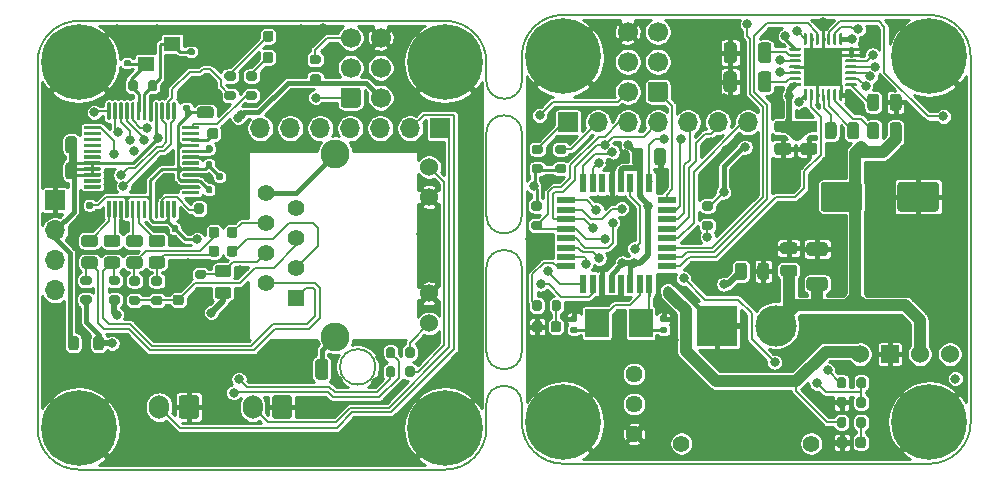
<source format=gbr>
%TF.GenerationSoftware,KiCad,Pcbnew,(5.1.8-0-10_14)*%
%TF.CreationDate,2021-08-18T13:43:01+02:00*%
%TF.ProjectId,ethersweep,65746865-7273-4776-9565-702e6b696361,2.0.1*%
%TF.SameCoordinates,Original*%
%TF.FileFunction,Copper,L1,Top*%
%TF.FilePolarity,Positive*%
%FSLAX46Y46*%
G04 Gerber Fmt 4.6, Leading zero omitted, Abs format (unit mm)*
G04 Created by KiCad (PCBNEW (5.1.8-0-10_14)) date 2021-08-18 13:43:01*
%MOMM*%
%LPD*%
G01*
G04 APERTURE LIST*
%TA.AperFunction,Profile*%
%ADD10C,0.150000*%
%TD*%
%TA.AperFunction,ComponentPad*%
%ADD11C,6.400000*%
%TD*%
%TA.AperFunction,ComponentPad*%
%ADD12C,0.800000*%
%TD*%
%TA.AperFunction,ComponentPad*%
%ADD13C,1.400000*%
%TD*%
%TA.AperFunction,ComponentPad*%
%ADD14R,3.500000X3.500000*%
%TD*%
%TA.AperFunction,ComponentPad*%
%ADD15C,3.500000*%
%TD*%
%TA.AperFunction,ComponentPad*%
%ADD16O,1.700000X2.000000*%
%TD*%
%TA.AperFunction,ComponentPad*%
%ADD17C,1.700000*%
%TD*%
%TA.AperFunction,ComponentPad*%
%ADD18R,1.700000X1.700000*%
%TD*%
%TA.AperFunction,ComponentPad*%
%ADD19O,1.700000X1.700000*%
%TD*%
%TA.AperFunction,SMDPad,CuDef*%
%ADD20R,0.550000X1.600000*%
%TD*%
%TA.AperFunction,SMDPad,CuDef*%
%ADD21R,1.600000X0.550000*%
%TD*%
%TA.AperFunction,SMDPad,CuDef*%
%ADD22R,2.000000X2.400000*%
%TD*%
%TA.AperFunction,ComponentPad*%
%ADD23R,1.398000X1.398000*%
%TD*%
%TA.AperFunction,ComponentPad*%
%ADD24C,1.398000*%
%TD*%
%TA.AperFunction,ComponentPad*%
%ADD25C,1.530000*%
%TD*%
%TA.AperFunction,ComponentPad*%
%ADD26C,2.445000*%
%TD*%
%TA.AperFunction,SMDPad,CuDef*%
%ADD27R,1.400000X1.200000*%
%TD*%
%TA.AperFunction,ComponentPad*%
%ADD28C,1.524000*%
%TD*%
%TA.AperFunction,ComponentPad*%
%ADD29R,1.524000X1.524000*%
%TD*%
%TA.AperFunction,ComponentPad*%
%ADD30C,1.440000*%
%TD*%
%TA.AperFunction,ComponentPad*%
%ADD31C,0.500000*%
%TD*%
%TA.AperFunction,SMDPad,CuDef*%
%ADD32R,3.250000X3.250000*%
%TD*%
%TA.AperFunction,ViaPad*%
%ADD33C,0.800000*%
%TD*%
%TA.AperFunction,Conductor*%
%ADD34C,0.200000*%
%TD*%
%TA.AperFunction,Conductor*%
%ADD35C,0.400000*%
%TD*%
%TA.AperFunction,Conductor*%
%ADD36C,0.500000*%
%TD*%
%TA.AperFunction,Conductor*%
%ADD37C,0.250000*%
%TD*%
%TA.AperFunction,Conductor*%
%ADD38C,1.000000*%
%TD*%
%TA.AperFunction,Conductor*%
%ADD39C,0.220000*%
%TD*%
%TA.AperFunction,Conductor*%
%ADD40C,0.100000*%
%TD*%
G04 APERTURE END LIST*
D10*
X198000000Y-81000000D02*
G75*
G02*
X201500000Y-84500000I0J-3500000D01*
G01*
X160500000Y-115500000D02*
X160500000Y-113900000D01*
X163500000Y-86600000D02*
X163500000Y-85000000D01*
X163500000Y-86600000D02*
G75*
G02*
X160500000Y-86600000I-1500000J0D01*
G01*
X163500000Y-115500000D02*
X163500000Y-113900000D01*
X160500000Y-86600000D02*
X160500000Y-85000000D01*
X160500000Y-113900000D02*
G75*
G02*
X163500000Y-113900000I1500000J0D01*
G01*
X163500000Y-98000000D02*
G75*
G02*
X160500000Y-98000000I-1500000J0D01*
G01*
X160500000Y-91000000D02*
G75*
G02*
X163500000Y-91000000I1500000J0D01*
G01*
X163500000Y-98000000D02*
X163500000Y-91000000D01*
X160500000Y-109500000D02*
X160500000Y-102400000D01*
X160500000Y-102400000D02*
G75*
G02*
X163500000Y-102400000I1500000J0D01*
G01*
X160500000Y-98000000D02*
X160500000Y-91000000D01*
X163500000Y-109500000D02*
X163500000Y-102400000D01*
X163500000Y-109500000D02*
G75*
G02*
X160500000Y-109500000I-1500000J0D01*
G01*
X160500000Y-116000000D02*
X160500000Y-115500000D01*
X163500000Y-84500000D02*
X163500000Y-85000000D01*
X151100000Y-110800000D02*
G75*
G03*
X151100000Y-110800000I-1500000J0D01*
G01*
X126000000Y-119500000D02*
G75*
G02*
X122500000Y-116000000I0J3500000D01*
G01*
X126000000Y-119500000D02*
X157000000Y-119500000D01*
X167000000Y-81000000D02*
X198000000Y-81000000D01*
X163500000Y-84500000D02*
G75*
G02*
X167000000Y-81000000I3500000J0D01*
G01*
X201500000Y-115500000D02*
G75*
G02*
X198000000Y-119000000I-3500000J0D01*
G01*
X167000000Y-119000000D02*
G75*
G02*
X163500000Y-115500000I0J3500000D01*
G01*
X167000000Y-119000000D02*
X198000000Y-119000000D01*
X201500000Y-115500000D02*
X201500000Y-84500000D01*
X122500000Y-85000000D02*
X122500000Y-116000000D01*
X160500000Y-116000000D02*
G75*
G02*
X157000000Y-119500000I-3500000J0D01*
G01*
X157000000Y-81500000D02*
G75*
G02*
X160500000Y-85000000I0J-3500000D01*
G01*
X122500000Y-85000000D02*
G75*
G02*
X126000000Y-81500000I3500000J0D01*
G01*
X157000000Y-81500000D02*
X126000000Y-81500000D01*
%TA.AperFunction,SMDPad,CuDef*%
G36*
G01*
X188800000Y-97400000D02*
X188800000Y-95400000D01*
G75*
G02*
X189050000Y-95150000I250000J0D01*
G01*
X192050000Y-95150000D01*
G75*
G02*
X192300000Y-95400000I0J-250000D01*
G01*
X192300000Y-97400000D01*
G75*
G02*
X192050000Y-97650000I-250000J0D01*
G01*
X189050000Y-97650000D01*
G75*
G02*
X188800000Y-97400000I0J250000D01*
G01*
G37*
%TD.AperFunction*%
%TA.AperFunction,SMDPad,CuDef*%
G36*
G01*
X195300000Y-97400000D02*
X195300000Y-95400000D01*
G75*
G02*
X195550000Y-95150000I250000J0D01*
G01*
X198550000Y-95150000D01*
G75*
G02*
X198800000Y-95400000I0J-250000D01*
G01*
X198800000Y-97400000D01*
G75*
G02*
X198550000Y-97650000I-250000J0D01*
G01*
X195550000Y-97650000D01*
G75*
G02*
X195300000Y-97400000I0J250000D01*
G01*
G37*
%TD.AperFunction*%
D11*
X198000000Y-84500000D03*
D12*
X200400000Y-84500000D03*
X199697056Y-86197056D03*
X198000000Y-86900000D03*
X196302944Y-86197056D03*
X195600000Y-84500000D03*
X196302944Y-82802944D03*
X198000000Y-82100000D03*
X199697056Y-82802944D03*
D13*
X177000000Y-117300000D03*
X188000000Y-117300000D03*
D14*
X180000000Y-107300000D03*
D15*
X185000000Y-107300000D03*
D16*
X132800000Y-114200000D03*
%TA.AperFunction,ComponentPad*%
G36*
G01*
X136150000Y-113450000D02*
X136150000Y-114950000D01*
G75*
G02*
X135900000Y-115200000I-250000J0D01*
G01*
X134700000Y-115200000D01*
G75*
G02*
X134450000Y-114950000I0J250000D01*
G01*
X134450000Y-113450000D01*
G75*
G02*
X134700000Y-113200000I250000J0D01*
G01*
X135900000Y-113200000D01*
G75*
G02*
X136150000Y-113450000I0J-250000D01*
G01*
G37*
%TD.AperFunction*%
%TA.AperFunction,ComponentPad*%
G36*
G01*
X148150000Y-88600000D02*
X148150000Y-87400000D01*
G75*
G02*
X148400000Y-87150000I250000J0D01*
G01*
X149600000Y-87150000D01*
G75*
G02*
X149850000Y-87400000I0J-250000D01*
G01*
X149850000Y-88600000D01*
G75*
G02*
X149600000Y-88850000I-250000J0D01*
G01*
X148400000Y-88850000D01*
G75*
G02*
X148150000Y-88600000I0J250000D01*
G01*
G37*
%TD.AperFunction*%
D17*
X149000000Y-85460000D03*
X149000000Y-82920000D03*
X151540000Y-88000000D03*
X151540000Y-85460000D03*
X151540000Y-82920000D03*
%TA.AperFunction,ComponentPad*%
G36*
G01*
X175850000Y-86900000D02*
X175850000Y-88100000D01*
G75*
G02*
X175600000Y-88350000I-250000J0D01*
G01*
X174400000Y-88350000D01*
G75*
G02*
X174150000Y-88100000I0J250000D01*
G01*
X174150000Y-86900000D01*
G75*
G02*
X174400000Y-86650000I250000J0D01*
G01*
X175600000Y-86650000D01*
G75*
G02*
X175850000Y-86900000I0J-250000D01*
G01*
G37*
%TD.AperFunction*%
X175000000Y-84960000D03*
X175000000Y-82420000D03*
X172460000Y-87500000D03*
X172460000Y-84960000D03*
X172460000Y-82420000D03*
D11*
X167000000Y-115500000D03*
D12*
X169400000Y-115500000D03*
X168697056Y-117197056D03*
X167000000Y-117900000D03*
X165302944Y-117197056D03*
X164600000Y-115500000D03*
X165302944Y-113802944D03*
X167000000Y-113100000D03*
X168697056Y-113802944D03*
X199697056Y-113777945D03*
X198000000Y-113075001D03*
X196302944Y-113777945D03*
X195600000Y-115475001D03*
X196302944Y-117172057D03*
X198000000Y-117875001D03*
X199697056Y-117172057D03*
X200400000Y-115475001D03*
D11*
X198000000Y-115475001D03*
D12*
X168697056Y-82802944D03*
X167000000Y-82100000D03*
X165302944Y-82802944D03*
X164600000Y-84500000D03*
X165302944Y-86197056D03*
X167000000Y-86900000D03*
X168697056Y-86197056D03*
X169400000Y-84500000D03*
D11*
X167000000Y-84500000D03*
%TA.AperFunction,SMDPad,CuDef*%
G36*
G01*
X174700000Y-93475000D02*
X174700000Y-92525000D01*
G75*
G02*
X174950000Y-92275000I250000J0D01*
G01*
X175450000Y-92275000D01*
G75*
G02*
X175700000Y-92525000I0J-250000D01*
G01*
X175700000Y-93475000D01*
G75*
G02*
X175450000Y-93725000I-250000J0D01*
G01*
X174950000Y-93725000D01*
G75*
G02*
X174700000Y-93475000I0J250000D01*
G01*
G37*
%TD.AperFunction*%
%TA.AperFunction,SMDPad,CuDef*%
G36*
G01*
X172800000Y-93475000D02*
X172800000Y-92525000D01*
G75*
G02*
X173050000Y-92275000I250000J0D01*
G01*
X173550000Y-92275000D01*
G75*
G02*
X173800000Y-92525000I0J-250000D01*
G01*
X173800000Y-93475000D01*
G75*
G02*
X173550000Y-93725000I-250000J0D01*
G01*
X173050000Y-93725000D01*
G75*
G02*
X172800000Y-93475000I0J250000D01*
G01*
G37*
%TD.AperFunction*%
%TA.AperFunction,SMDPad,CuDef*%
G36*
G01*
X168070000Y-107000000D02*
X167730000Y-107000000D01*
G75*
G02*
X167590000Y-106860000I0J140000D01*
G01*
X167590000Y-106580000D01*
G75*
G02*
X167730000Y-106440000I140000J0D01*
G01*
X168070000Y-106440000D01*
G75*
G02*
X168210000Y-106580000I0J-140000D01*
G01*
X168210000Y-106860000D01*
G75*
G02*
X168070000Y-107000000I-140000J0D01*
G01*
G37*
%TD.AperFunction*%
%TA.AperFunction,SMDPad,CuDef*%
G36*
G01*
X168070000Y-107960000D02*
X167730000Y-107960000D01*
G75*
G02*
X167590000Y-107820000I0J140000D01*
G01*
X167590000Y-107540000D01*
G75*
G02*
X167730000Y-107400000I140000J0D01*
G01*
X168070000Y-107400000D01*
G75*
G02*
X168210000Y-107540000I0J-140000D01*
G01*
X168210000Y-107820000D01*
G75*
G02*
X168070000Y-107960000I-140000J0D01*
G01*
G37*
%TD.AperFunction*%
%TA.AperFunction,SMDPad,CuDef*%
G36*
G01*
X175330000Y-106440000D02*
X175670000Y-106440000D01*
G75*
G02*
X175810000Y-106580000I0J-140000D01*
G01*
X175810000Y-106860000D01*
G75*
G02*
X175670000Y-107000000I-140000J0D01*
G01*
X175330000Y-107000000D01*
G75*
G02*
X175190000Y-106860000I0J140000D01*
G01*
X175190000Y-106580000D01*
G75*
G02*
X175330000Y-106440000I140000J0D01*
G01*
G37*
%TD.AperFunction*%
%TA.AperFunction,SMDPad,CuDef*%
G36*
G01*
X175330000Y-107400000D02*
X175670000Y-107400000D01*
G75*
G02*
X175810000Y-107540000I0J-140000D01*
G01*
X175810000Y-107820000D01*
G75*
G02*
X175670000Y-107960000I-140000J0D01*
G01*
X175330000Y-107960000D01*
G75*
G02*
X175190000Y-107820000I0J140000D01*
G01*
X175190000Y-107540000D01*
G75*
G02*
X175330000Y-107400000I140000J0D01*
G01*
G37*
%TD.AperFunction*%
%TA.AperFunction,SMDPad,CuDef*%
G36*
G01*
X184450000Y-102225000D02*
X184450000Y-103175000D01*
G75*
G02*
X184200000Y-103425000I-250000J0D01*
G01*
X183700000Y-103425000D01*
G75*
G02*
X183450000Y-103175000I0J250000D01*
G01*
X183450000Y-102225000D01*
G75*
G02*
X183700000Y-101975000I250000J0D01*
G01*
X184200000Y-101975000D01*
G75*
G02*
X184450000Y-102225000I0J-250000D01*
G01*
G37*
%TD.AperFunction*%
%TA.AperFunction,SMDPad,CuDef*%
G36*
G01*
X182550000Y-102225000D02*
X182550000Y-103175000D01*
G75*
G02*
X182300000Y-103425000I-250000J0D01*
G01*
X181800000Y-103425000D01*
G75*
G02*
X181550000Y-103175000I0J250000D01*
G01*
X181550000Y-102225000D01*
G75*
G02*
X181800000Y-101975000I250000J0D01*
G01*
X182300000Y-101975000D01*
G75*
G02*
X182550000Y-102225000I0J-250000D01*
G01*
G37*
%TD.AperFunction*%
D18*
X124000000Y-96700000D03*
D19*
X124000000Y-99240000D03*
X124000000Y-101780000D03*
X124000000Y-104320000D03*
%TA.AperFunction,ComponentPad*%
G36*
G01*
X144050000Y-113450000D02*
X144050000Y-114950000D01*
G75*
G02*
X143800000Y-115200000I-250000J0D01*
G01*
X142600000Y-115200000D01*
G75*
G02*
X142350000Y-114950000I0J250000D01*
G01*
X142350000Y-113450000D01*
G75*
G02*
X142600000Y-113200000I250000J0D01*
G01*
X143800000Y-113200000D01*
G75*
G02*
X144050000Y-113450000I0J-250000D01*
G01*
G37*
%TD.AperFunction*%
D16*
X140700000Y-114200000D03*
%TA.AperFunction,SMDPad,CuDef*%
G36*
G01*
X190175000Y-115775000D02*
X190175000Y-115225000D01*
G75*
G02*
X190375000Y-115025000I200000J0D01*
G01*
X190775000Y-115025000D01*
G75*
G02*
X190975000Y-115225000I0J-200000D01*
G01*
X190975000Y-115775000D01*
G75*
G02*
X190775000Y-115975000I-200000J0D01*
G01*
X190375000Y-115975000D01*
G75*
G02*
X190175000Y-115775000I0J200000D01*
G01*
G37*
%TD.AperFunction*%
%TA.AperFunction,SMDPad,CuDef*%
G36*
G01*
X191825000Y-115775000D02*
X191825000Y-115225000D01*
G75*
G02*
X192025000Y-115025000I200000J0D01*
G01*
X192425000Y-115025000D01*
G75*
G02*
X192625000Y-115225000I0J-200000D01*
G01*
X192625000Y-115775000D01*
G75*
G02*
X192425000Y-115975000I-200000J0D01*
G01*
X192025000Y-115975000D01*
G75*
G02*
X191825000Y-115775000I0J200000D01*
G01*
G37*
%TD.AperFunction*%
D20*
X168700000Y-103750000D03*
X169500000Y-103750000D03*
X170300000Y-103750000D03*
X171100000Y-103750000D03*
X171900000Y-103750000D03*
X172700000Y-103750000D03*
X173500000Y-103750000D03*
X174300000Y-103750000D03*
D21*
X175750000Y-102300000D03*
X175750000Y-101500000D03*
X175750000Y-100700000D03*
X175750000Y-99900000D03*
X175750000Y-99100000D03*
X175750000Y-98300000D03*
X175750000Y-97500000D03*
X175750000Y-96700000D03*
D20*
X174300000Y-95250000D03*
X173500000Y-95250000D03*
X172700000Y-95250000D03*
X171900000Y-95250000D03*
X171100000Y-95250000D03*
X170300000Y-95250000D03*
X169500000Y-95250000D03*
X168700000Y-95250000D03*
D21*
X167250000Y-96700000D03*
X167250000Y-97500000D03*
X167250000Y-98300000D03*
X167250000Y-99100000D03*
X167250000Y-99900000D03*
X167250000Y-100700000D03*
X167250000Y-101500000D03*
X167250000Y-102300000D03*
D11*
X126000000Y-85000000D03*
D12*
X128400000Y-85000000D03*
X127697056Y-86697056D03*
X126000000Y-87400000D03*
X124302944Y-86697056D03*
X123600000Y-85000000D03*
X124302944Y-83302944D03*
X126000000Y-82600000D03*
X127697056Y-83302944D03*
X158697056Y-83302944D03*
X157000000Y-82600000D03*
X155302944Y-83302944D03*
X154600000Y-85000000D03*
X155302944Y-86697056D03*
X157000000Y-87400000D03*
X158697056Y-86697056D03*
X159400000Y-85000000D03*
D11*
X157000000Y-85000000D03*
X157000000Y-116000000D03*
D12*
X159400000Y-116000000D03*
X158697056Y-117697056D03*
X157000000Y-118400000D03*
X155302944Y-117697056D03*
X154600000Y-116000000D03*
X155302944Y-114302944D03*
X157000000Y-113600000D03*
X158697056Y-114302944D03*
X127697056Y-114302944D03*
X126000000Y-113600000D03*
X124302944Y-114302944D03*
X123600000Y-116000000D03*
X124302944Y-117697056D03*
X126000000Y-118400000D03*
X127697056Y-117697056D03*
X128400000Y-116000000D03*
D11*
X126000000Y-116000000D03*
%TA.AperFunction,SMDPad,CuDef*%
G36*
G01*
X164475000Y-96775000D02*
X165025000Y-96775000D01*
G75*
G02*
X165225000Y-96975000I0J-200000D01*
G01*
X165225000Y-97375000D01*
G75*
G02*
X165025000Y-97575000I-200000J0D01*
G01*
X164475000Y-97575000D01*
G75*
G02*
X164275000Y-97375000I0J200000D01*
G01*
X164275000Y-96975000D01*
G75*
G02*
X164475000Y-96775000I200000J0D01*
G01*
G37*
%TD.AperFunction*%
%TA.AperFunction,SMDPad,CuDef*%
G36*
G01*
X164475000Y-98425000D02*
X165025000Y-98425000D01*
G75*
G02*
X165225000Y-98625000I0J-200000D01*
G01*
X165225000Y-99025000D01*
G75*
G02*
X165025000Y-99225000I-200000J0D01*
G01*
X164475000Y-99225000D01*
G75*
G02*
X164275000Y-99025000I0J200000D01*
G01*
X164275000Y-98625000D01*
G75*
G02*
X164475000Y-98425000I200000J0D01*
G01*
G37*
%TD.AperFunction*%
%TA.AperFunction,SMDPad,CuDef*%
G36*
G01*
X178925000Y-98425000D02*
X179475000Y-98425000D01*
G75*
G02*
X179675000Y-98625000I0J-200000D01*
G01*
X179675000Y-99025000D01*
G75*
G02*
X179475000Y-99225000I-200000J0D01*
G01*
X178925000Y-99225000D01*
G75*
G02*
X178725000Y-99025000I0J200000D01*
G01*
X178725000Y-98625000D01*
G75*
G02*
X178925000Y-98425000I200000J0D01*
G01*
G37*
%TD.AperFunction*%
%TA.AperFunction,SMDPad,CuDef*%
G36*
G01*
X178925000Y-96775000D02*
X179475000Y-96775000D01*
G75*
G02*
X179675000Y-96975000I0J-200000D01*
G01*
X179675000Y-97375000D01*
G75*
G02*
X179475000Y-97575000I-200000J0D01*
G01*
X178925000Y-97575000D01*
G75*
G02*
X178725000Y-97375000I0J200000D01*
G01*
X178725000Y-96975000D01*
G75*
G02*
X178925000Y-96775000I200000J0D01*
G01*
G37*
%TD.AperFunction*%
%TA.AperFunction,SMDPad,CuDef*%
G36*
G01*
X165075000Y-92775000D02*
X164525000Y-92775000D01*
G75*
G02*
X164325000Y-92575000I0J200000D01*
G01*
X164325000Y-92175000D01*
G75*
G02*
X164525000Y-91975000I200000J0D01*
G01*
X165075000Y-91975000D01*
G75*
G02*
X165275000Y-92175000I0J-200000D01*
G01*
X165275000Y-92575000D01*
G75*
G02*
X165075000Y-92775000I-200000J0D01*
G01*
G37*
%TD.AperFunction*%
%TA.AperFunction,SMDPad,CuDef*%
G36*
G01*
X165075000Y-94425000D02*
X164525000Y-94425000D01*
G75*
G02*
X164325000Y-94225000I0J200000D01*
G01*
X164325000Y-93825000D01*
G75*
G02*
X164525000Y-93625000I200000J0D01*
G01*
X165075000Y-93625000D01*
G75*
G02*
X165275000Y-93825000I0J-200000D01*
G01*
X165275000Y-94225000D01*
G75*
G02*
X165075000Y-94425000I-200000J0D01*
G01*
G37*
%TD.AperFunction*%
%TA.AperFunction,SMDPad,CuDef*%
G36*
G01*
X167075000Y-94425000D02*
X166525000Y-94425000D01*
G75*
G02*
X166325000Y-94225000I0J200000D01*
G01*
X166325000Y-93825000D01*
G75*
G02*
X166525000Y-93625000I200000J0D01*
G01*
X167075000Y-93625000D01*
G75*
G02*
X167275000Y-93825000I0J-200000D01*
G01*
X167275000Y-94225000D01*
G75*
G02*
X167075000Y-94425000I-200000J0D01*
G01*
G37*
%TD.AperFunction*%
%TA.AperFunction,SMDPad,CuDef*%
G36*
G01*
X167075000Y-92775000D02*
X166525000Y-92775000D01*
G75*
G02*
X166325000Y-92575000I0J200000D01*
G01*
X166325000Y-92175000D01*
G75*
G02*
X166525000Y-91975000I200000J0D01*
G01*
X167075000Y-91975000D01*
G75*
G02*
X167275000Y-92175000I0J-200000D01*
G01*
X167275000Y-92575000D01*
G75*
G02*
X167075000Y-92775000I-200000J0D01*
G01*
G37*
%TD.AperFunction*%
%TA.AperFunction,SMDPad,CuDef*%
G36*
G01*
X146275000Y-86825000D02*
X145725000Y-86825000D01*
G75*
G02*
X145525000Y-86625000I0J200000D01*
G01*
X145525000Y-86225000D01*
G75*
G02*
X145725000Y-86025000I200000J0D01*
G01*
X146275000Y-86025000D01*
G75*
G02*
X146475000Y-86225000I0J-200000D01*
G01*
X146475000Y-86625000D01*
G75*
G02*
X146275000Y-86825000I-200000J0D01*
G01*
G37*
%TD.AperFunction*%
%TA.AperFunction,SMDPad,CuDef*%
G36*
G01*
X146275000Y-85175000D02*
X145725000Y-85175000D01*
G75*
G02*
X145525000Y-84975000I0J200000D01*
G01*
X145525000Y-84575000D01*
G75*
G02*
X145725000Y-84375000I200000J0D01*
G01*
X146275000Y-84375000D01*
G75*
G02*
X146475000Y-84575000I0J-200000D01*
G01*
X146475000Y-84975000D01*
G75*
G02*
X146275000Y-85175000I-200000J0D01*
G01*
G37*
%TD.AperFunction*%
D22*
X173550000Y-107100000D03*
X169850000Y-107100000D03*
%TA.AperFunction,SMDPad,CuDef*%
G36*
G01*
X190180001Y-112430001D02*
X190180001Y-111880001D01*
G75*
G02*
X190380001Y-111680001I200000J0D01*
G01*
X190780001Y-111680001D01*
G75*
G02*
X190980001Y-111880001I0J-200000D01*
G01*
X190980001Y-112430001D01*
G75*
G02*
X190780001Y-112630001I-200000J0D01*
G01*
X190380001Y-112630001D01*
G75*
G02*
X190180001Y-112430001I0J200000D01*
G01*
G37*
%TD.AperFunction*%
%TA.AperFunction,SMDPad,CuDef*%
G36*
G01*
X191830001Y-112430001D02*
X191830001Y-111880001D01*
G75*
G02*
X192030001Y-111680001I200000J0D01*
G01*
X192430001Y-111680001D01*
G75*
G02*
X192630001Y-111880001I0J-200000D01*
G01*
X192630001Y-112430001D01*
G75*
G02*
X192430001Y-112630001I-200000J0D01*
G01*
X192030001Y-112630001D01*
G75*
G02*
X191830001Y-112430001I0J200000D01*
G01*
G37*
%TD.AperFunction*%
%TA.AperFunction,SMDPad,CuDef*%
G36*
G01*
X190975000Y-113525000D02*
X190975000Y-114075000D01*
G75*
G02*
X190775000Y-114275000I-200000J0D01*
G01*
X190375000Y-114275000D01*
G75*
G02*
X190175000Y-114075000I0J200000D01*
G01*
X190175000Y-113525000D01*
G75*
G02*
X190375000Y-113325000I200000J0D01*
G01*
X190775000Y-113325000D01*
G75*
G02*
X190975000Y-113525000I0J-200000D01*
G01*
G37*
%TD.AperFunction*%
%TA.AperFunction,SMDPad,CuDef*%
G36*
G01*
X192625000Y-113525000D02*
X192625000Y-114075000D01*
G75*
G02*
X192425000Y-114275000I-200000J0D01*
G01*
X192025000Y-114275000D01*
G75*
G02*
X191825000Y-114075000I0J200000D01*
G01*
X191825000Y-113525000D01*
G75*
G02*
X192025000Y-113325000I200000J0D01*
G01*
X192425000Y-113325000D01*
G75*
G02*
X192625000Y-113525000I0J-200000D01*
G01*
G37*
%TD.AperFunction*%
%TA.AperFunction,SMDPad,CuDef*%
G36*
G01*
X147125000Y-110374998D02*
X147125000Y-111625002D01*
G75*
G02*
X146875002Y-111875000I-249998J0D01*
G01*
X146249998Y-111875000D01*
G75*
G02*
X146000000Y-111625002I0J249998D01*
G01*
X146000000Y-110374998D01*
G75*
G02*
X146249998Y-110125000I249998J0D01*
G01*
X146875002Y-110125000D01*
G75*
G02*
X147125000Y-110374998I0J-249998D01*
G01*
G37*
%TD.AperFunction*%
%TA.AperFunction,SMDPad,CuDef*%
G36*
G01*
X144200000Y-110374998D02*
X144200000Y-111625002D01*
G75*
G02*
X143950002Y-111875000I-249998J0D01*
G01*
X143324998Y-111875000D01*
G75*
G02*
X143075000Y-111625002I0J249998D01*
G01*
X143075000Y-110374998D01*
G75*
G02*
X143324998Y-110125000I249998J0D01*
G01*
X143950002Y-110125000D01*
G75*
G02*
X144200000Y-110374998I0J-249998D01*
G01*
G37*
%TD.AperFunction*%
%TA.AperFunction,SMDPad,CuDef*%
G36*
G01*
X136575000Y-105025000D02*
X136025000Y-105025000D01*
G75*
G02*
X135825000Y-104825000I0J200000D01*
G01*
X135825000Y-104425000D01*
G75*
G02*
X136025000Y-104225000I200000J0D01*
G01*
X136575000Y-104225000D01*
G75*
G02*
X136775000Y-104425000I0J-200000D01*
G01*
X136775000Y-104825000D01*
G75*
G02*
X136575000Y-105025000I-200000J0D01*
G01*
G37*
%TD.AperFunction*%
%TA.AperFunction,SMDPad,CuDef*%
G36*
G01*
X136575000Y-103375000D02*
X136025000Y-103375000D01*
G75*
G02*
X135825000Y-103175000I0J200000D01*
G01*
X135825000Y-102775000D01*
G75*
G02*
X136025000Y-102575000I200000J0D01*
G01*
X136575000Y-102575000D01*
G75*
G02*
X136775000Y-102775000I0J-200000D01*
G01*
X136775000Y-103175000D01*
G75*
G02*
X136575000Y-103375000I-200000J0D01*
G01*
G37*
%TD.AperFunction*%
%TA.AperFunction,SMDPad,CuDef*%
G36*
G01*
X134150000Y-104675000D02*
X134650000Y-104675000D01*
G75*
G02*
X134875000Y-104900000I0J-225000D01*
G01*
X134875000Y-105350000D01*
G75*
G02*
X134650000Y-105575000I-225000J0D01*
G01*
X134150000Y-105575000D01*
G75*
G02*
X133925000Y-105350000I0J225000D01*
G01*
X133925000Y-104900000D01*
G75*
G02*
X134150000Y-104675000I225000J0D01*
G01*
G37*
%TD.AperFunction*%
%TA.AperFunction,SMDPad,CuDef*%
G36*
G01*
X134150000Y-103125000D02*
X134650000Y-103125000D01*
G75*
G02*
X134875000Y-103350000I0J-225000D01*
G01*
X134875000Y-103800000D01*
G75*
G02*
X134650000Y-104025000I-225000J0D01*
G01*
X134150000Y-104025000D01*
G75*
G02*
X133925000Y-103800000I0J225000D01*
G01*
X133925000Y-103350000D01*
G75*
G02*
X134150000Y-103125000I225000J0D01*
G01*
G37*
%TD.AperFunction*%
%TA.AperFunction,SMDPad,CuDef*%
G36*
G01*
X136740000Y-93870000D02*
X136740000Y-93530000D01*
G75*
G02*
X136880000Y-93390000I140000J0D01*
G01*
X137160000Y-93390000D01*
G75*
G02*
X137300000Y-93530000I0J-140000D01*
G01*
X137300000Y-93870000D01*
G75*
G02*
X137160000Y-94010000I-140000J0D01*
G01*
X136880000Y-94010000D01*
G75*
G02*
X136740000Y-93870000I0J140000D01*
G01*
G37*
%TD.AperFunction*%
%TA.AperFunction,SMDPad,CuDef*%
G36*
G01*
X137700000Y-93870000D02*
X137700000Y-93530000D01*
G75*
G02*
X137840000Y-93390000I140000J0D01*
G01*
X138120000Y-93390000D01*
G75*
G02*
X138260000Y-93530000I0J-140000D01*
G01*
X138260000Y-93870000D01*
G75*
G02*
X138120000Y-94010000I-140000J0D01*
G01*
X137840000Y-94010000D01*
G75*
G02*
X137700000Y-93870000I0J140000D01*
G01*
G37*
%TD.AperFunction*%
%TA.AperFunction,SMDPad,CuDef*%
G36*
G01*
X138600000Y-94870000D02*
X138600000Y-94530000D01*
G75*
G02*
X138740000Y-94390000I140000J0D01*
G01*
X139020000Y-94390000D01*
G75*
G02*
X139160000Y-94530000I0J-140000D01*
G01*
X139160000Y-94870000D01*
G75*
G02*
X139020000Y-95010000I-140000J0D01*
G01*
X138740000Y-95010000D01*
G75*
G02*
X138600000Y-94870000I0J140000D01*
G01*
G37*
%TD.AperFunction*%
%TA.AperFunction,SMDPad,CuDef*%
G36*
G01*
X137640000Y-94870000D02*
X137640000Y-94530000D01*
G75*
G02*
X137780000Y-94390000I140000J0D01*
G01*
X138060000Y-94390000D01*
G75*
G02*
X138200000Y-94530000I0J-140000D01*
G01*
X138200000Y-94870000D01*
G75*
G02*
X138060000Y-95010000I-140000J0D01*
G01*
X137780000Y-95010000D01*
G75*
G02*
X137640000Y-94870000I0J140000D01*
G01*
G37*
%TD.AperFunction*%
%TA.AperFunction,SMDPad,CuDef*%
G36*
G01*
X135270000Y-89160000D02*
X134930000Y-89160000D01*
G75*
G02*
X134790000Y-89020000I0J140000D01*
G01*
X134790000Y-88740000D01*
G75*
G02*
X134930000Y-88600000I140000J0D01*
G01*
X135270000Y-88600000D01*
G75*
G02*
X135410000Y-88740000I0J-140000D01*
G01*
X135410000Y-89020000D01*
G75*
G02*
X135270000Y-89160000I-140000J0D01*
G01*
G37*
%TD.AperFunction*%
%TA.AperFunction,SMDPad,CuDef*%
G36*
G01*
X135270000Y-88200000D02*
X134930000Y-88200000D01*
G75*
G02*
X134790000Y-88060000I0J140000D01*
G01*
X134790000Y-87780000D01*
G75*
G02*
X134930000Y-87640000I140000J0D01*
G01*
X135270000Y-87640000D01*
G75*
G02*
X135410000Y-87780000I0J-140000D01*
G01*
X135410000Y-88060000D01*
G75*
G02*
X135270000Y-88200000I-140000J0D01*
G01*
G37*
%TD.AperFunction*%
%TA.AperFunction,SMDPad,CuDef*%
G36*
G01*
X134800000Y-99270000D02*
X134800000Y-98930000D01*
G75*
G02*
X134940000Y-98790000I140000J0D01*
G01*
X135220000Y-98790000D01*
G75*
G02*
X135360000Y-98930000I0J-140000D01*
G01*
X135360000Y-99270000D01*
G75*
G02*
X135220000Y-99410000I-140000J0D01*
G01*
X134940000Y-99410000D01*
G75*
G02*
X134800000Y-99270000I0J140000D01*
G01*
G37*
%TD.AperFunction*%
%TA.AperFunction,SMDPad,CuDef*%
G36*
G01*
X133840000Y-99270000D02*
X133840000Y-98930000D01*
G75*
G02*
X133980000Y-98790000I140000J0D01*
G01*
X134260000Y-98790000D01*
G75*
G02*
X134400000Y-98930000I0J-140000D01*
G01*
X134400000Y-99270000D01*
G75*
G02*
X134260000Y-99410000I-140000J0D01*
G01*
X133980000Y-99410000D01*
G75*
G02*
X133840000Y-99270000I0J140000D01*
G01*
G37*
%TD.AperFunction*%
%TA.AperFunction,SMDPad,CuDef*%
G36*
G01*
X126730000Y-97800000D02*
X127070000Y-97800000D01*
G75*
G02*
X127210000Y-97940000I0J-140000D01*
G01*
X127210000Y-98220000D01*
G75*
G02*
X127070000Y-98360000I-140000J0D01*
G01*
X126730000Y-98360000D01*
G75*
G02*
X126590000Y-98220000I0J140000D01*
G01*
X126590000Y-97940000D01*
G75*
G02*
X126730000Y-97800000I140000J0D01*
G01*
G37*
%TD.AperFunction*%
%TA.AperFunction,SMDPad,CuDef*%
G36*
G01*
X126730000Y-96840000D02*
X127070000Y-96840000D01*
G75*
G02*
X127210000Y-96980000I0J-140000D01*
G01*
X127210000Y-97260000D01*
G75*
G02*
X127070000Y-97400000I-140000J0D01*
G01*
X126730000Y-97400000D01*
G75*
G02*
X126590000Y-97260000I0J140000D01*
G01*
X126590000Y-96980000D01*
G75*
G02*
X126730000Y-96840000I140000J0D01*
G01*
G37*
%TD.AperFunction*%
%TA.AperFunction,SMDPad,CuDef*%
G36*
G01*
X137700000Y-95970000D02*
X137700000Y-95630000D01*
G75*
G02*
X137840000Y-95490000I140000J0D01*
G01*
X138120000Y-95490000D01*
G75*
G02*
X138260000Y-95630000I0J-140000D01*
G01*
X138260000Y-95970000D01*
G75*
G02*
X138120000Y-96110000I-140000J0D01*
G01*
X137840000Y-96110000D01*
G75*
G02*
X137700000Y-95970000I0J140000D01*
G01*
G37*
%TD.AperFunction*%
%TA.AperFunction,SMDPad,CuDef*%
G36*
G01*
X136740000Y-95970000D02*
X136740000Y-95630000D01*
G75*
G02*
X136880000Y-95490000I140000J0D01*
G01*
X137160000Y-95490000D01*
G75*
G02*
X137300000Y-95630000I0J-140000D01*
G01*
X137300000Y-95970000D01*
G75*
G02*
X137160000Y-96110000I-140000J0D01*
G01*
X136880000Y-96110000D01*
G75*
G02*
X136740000Y-95970000I0J140000D01*
G01*
G37*
%TD.AperFunction*%
%TA.AperFunction,SMDPad,CuDef*%
G36*
G01*
X137175000Y-89750000D02*
X136225000Y-89750000D01*
G75*
G02*
X135975000Y-89500000I0J250000D01*
G01*
X135975000Y-89000000D01*
G75*
G02*
X136225000Y-88750000I250000J0D01*
G01*
X137175000Y-88750000D01*
G75*
G02*
X137425000Y-89000000I0J-250000D01*
G01*
X137425000Y-89500000D01*
G75*
G02*
X137175000Y-89750000I-250000J0D01*
G01*
G37*
%TD.AperFunction*%
%TA.AperFunction,SMDPad,CuDef*%
G36*
G01*
X137175000Y-87850000D02*
X136225000Y-87850000D01*
G75*
G02*
X135975000Y-87600000I0J250000D01*
G01*
X135975000Y-87100000D01*
G75*
G02*
X136225000Y-86850000I250000J0D01*
G01*
X137175000Y-86850000D01*
G75*
G02*
X137425000Y-87100000I0J-250000D01*
G01*
X137425000Y-87600000D01*
G75*
G02*
X137175000Y-87850000I-250000J0D01*
G01*
G37*
%TD.AperFunction*%
%TA.AperFunction,SMDPad,CuDef*%
G36*
G01*
X123950000Y-91525000D02*
X123950000Y-92475000D01*
G75*
G02*
X123700000Y-92725000I-250000J0D01*
G01*
X123200000Y-92725000D01*
G75*
G02*
X122950000Y-92475000I0J250000D01*
G01*
X122950000Y-91525000D01*
G75*
G02*
X123200000Y-91275000I250000J0D01*
G01*
X123700000Y-91275000D01*
G75*
G02*
X123950000Y-91525000I0J-250000D01*
G01*
G37*
%TD.AperFunction*%
%TA.AperFunction,SMDPad,CuDef*%
G36*
G01*
X125850000Y-91525000D02*
X125850000Y-92475000D01*
G75*
G02*
X125600000Y-92725000I-250000J0D01*
G01*
X125100000Y-92725000D01*
G75*
G02*
X124850000Y-92475000I0J250000D01*
G01*
X124850000Y-91525000D01*
G75*
G02*
X125100000Y-91275000I250000J0D01*
G01*
X125600000Y-91275000D01*
G75*
G02*
X125850000Y-91525000I0J-250000D01*
G01*
G37*
%TD.AperFunction*%
%TA.AperFunction,SMDPad,CuDef*%
G36*
G01*
X135670000Y-85360000D02*
X135330000Y-85360000D01*
G75*
G02*
X135190000Y-85220000I0J140000D01*
G01*
X135190000Y-84940000D01*
G75*
G02*
X135330000Y-84800000I140000J0D01*
G01*
X135670000Y-84800000D01*
G75*
G02*
X135810000Y-84940000I0J-140000D01*
G01*
X135810000Y-85220000D01*
G75*
G02*
X135670000Y-85360000I-140000J0D01*
G01*
G37*
%TD.AperFunction*%
%TA.AperFunction,SMDPad,CuDef*%
G36*
G01*
X135670000Y-84400000D02*
X135330000Y-84400000D01*
G75*
G02*
X135190000Y-84260000I0J140000D01*
G01*
X135190000Y-83980000D01*
G75*
G02*
X135330000Y-83840000I140000J0D01*
G01*
X135670000Y-83840000D01*
G75*
G02*
X135810000Y-83980000I0J-140000D01*
G01*
X135810000Y-84260000D01*
G75*
G02*
X135670000Y-84400000I-140000J0D01*
G01*
G37*
%TD.AperFunction*%
%TA.AperFunction,SMDPad,CuDef*%
G36*
G01*
X130270000Y-85360000D02*
X129930000Y-85360000D01*
G75*
G02*
X129790000Y-85220000I0J140000D01*
G01*
X129790000Y-84940000D01*
G75*
G02*
X129930000Y-84800000I140000J0D01*
G01*
X130270000Y-84800000D01*
G75*
G02*
X130410000Y-84940000I0J-140000D01*
G01*
X130410000Y-85220000D01*
G75*
G02*
X130270000Y-85360000I-140000J0D01*
G01*
G37*
%TD.AperFunction*%
%TA.AperFunction,SMDPad,CuDef*%
G36*
G01*
X130270000Y-84400000D02*
X129930000Y-84400000D01*
G75*
G02*
X129790000Y-84260000I0J140000D01*
G01*
X129790000Y-83980000D01*
G75*
G02*
X129930000Y-83840000I140000J0D01*
G01*
X130270000Y-83840000D01*
G75*
G02*
X130410000Y-83980000I0J-140000D01*
G01*
X130410000Y-84260000D01*
G75*
G02*
X130270000Y-84400000I-140000J0D01*
G01*
G37*
%TD.AperFunction*%
%TA.AperFunction,SMDPad,CuDef*%
G36*
G01*
X138425000Y-91300000D02*
X138425000Y-90800000D01*
G75*
G02*
X138650000Y-90575000I225000J0D01*
G01*
X139100000Y-90575000D01*
G75*
G02*
X139325000Y-90800000I0J-225000D01*
G01*
X139325000Y-91300000D01*
G75*
G02*
X139100000Y-91525000I-225000J0D01*
G01*
X138650000Y-91525000D01*
G75*
G02*
X138425000Y-91300000I0J225000D01*
G01*
G37*
%TD.AperFunction*%
%TA.AperFunction,SMDPad,CuDef*%
G36*
G01*
X136875000Y-91300000D02*
X136875000Y-90800000D01*
G75*
G02*
X137100000Y-90575000I225000J0D01*
G01*
X137550000Y-90575000D01*
G75*
G02*
X137775000Y-90800000I0J-225000D01*
G01*
X137775000Y-91300000D01*
G75*
G02*
X137550000Y-91525000I-225000J0D01*
G01*
X137100000Y-91525000D01*
G75*
G02*
X136875000Y-91300000I0J225000D01*
G01*
G37*
%TD.AperFunction*%
%TA.AperFunction,SMDPad,CuDef*%
G36*
G01*
X137720000Y-92520000D02*
X137720000Y-92180000D01*
G75*
G02*
X137860000Y-92040000I140000J0D01*
G01*
X138140000Y-92040000D01*
G75*
G02*
X138280000Y-92180000I0J-140000D01*
G01*
X138280000Y-92520000D01*
G75*
G02*
X138140000Y-92660000I-140000J0D01*
G01*
X137860000Y-92660000D01*
G75*
G02*
X137720000Y-92520000I0J140000D01*
G01*
G37*
%TD.AperFunction*%
%TA.AperFunction,SMDPad,CuDef*%
G36*
G01*
X136760000Y-92520000D02*
X136760000Y-92180000D01*
G75*
G02*
X136900000Y-92040000I140000J0D01*
G01*
X137180000Y-92040000D01*
G75*
G02*
X137320000Y-92180000I0J-140000D01*
G01*
X137320000Y-92520000D01*
G75*
G02*
X137180000Y-92660000I-140000J0D01*
G01*
X136900000Y-92660000D01*
G75*
G02*
X136760000Y-92520000I0J140000D01*
G01*
G37*
%TD.AperFunction*%
D18*
X167400000Y-90100000D03*
D19*
X169940000Y-90100000D03*
X172480000Y-90100000D03*
X175020000Y-90100000D03*
X177560000Y-90100000D03*
X180100000Y-90100000D03*
X182640000Y-90100000D03*
X141360000Y-90600000D03*
X143900000Y-90600000D03*
X146440000Y-90600000D03*
X148980000Y-90600000D03*
X151520000Y-90600000D03*
X154060000Y-90600000D03*
D18*
X156600000Y-90600000D03*
D23*
X144400000Y-104950000D03*
D24*
X141860000Y-103680000D03*
X144400000Y-102410000D03*
X141860000Y-101140000D03*
X144400000Y-99870000D03*
X141860000Y-98600000D03*
X144400000Y-97330000D03*
X141860000Y-96060000D03*
D25*
X155650000Y-107125000D03*
X155650000Y-104585000D03*
X155650000Y-93875000D03*
X155650000Y-96415000D03*
D26*
X147700000Y-108245000D03*
X147700000Y-92755000D03*
%TA.AperFunction,SMDPad,CuDef*%
G36*
G01*
X125100000Y-109181250D02*
X125100000Y-108418750D01*
G75*
G02*
X125318750Y-108200000I218750J0D01*
G01*
X125756250Y-108200000D01*
G75*
G02*
X125975000Y-108418750I0J-218750D01*
G01*
X125975000Y-109181250D01*
G75*
G02*
X125756250Y-109400000I-218750J0D01*
G01*
X125318750Y-109400000D01*
G75*
G02*
X125100000Y-109181250I0J218750D01*
G01*
G37*
%TD.AperFunction*%
%TA.AperFunction,SMDPad,CuDef*%
G36*
G01*
X127225000Y-109181250D02*
X127225000Y-108418750D01*
G75*
G02*
X127443750Y-108200000I218750J0D01*
G01*
X127881250Y-108200000D01*
G75*
G02*
X128100000Y-108418750I0J-218750D01*
G01*
X128100000Y-109181250D01*
G75*
G02*
X127881250Y-109400000I-218750J0D01*
G01*
X127443750Y-109400000D01*
G75*
G02*
X127225000Y-109181250I0J218750D01*
G01*
G37*
%TD.AperFunction*%
%TA.AperFunction,SMDPad,CuDef*%
G36*
G01*
X127350002Y-100650000D02*
X126449998Y-100650000D01*
G75*
G02*
X126200000Y-100400002I0J249998D01*
G01*
X126200000Y-99874998D01*
G75*
G02*
X126449998Y-99625000I249998J0D01*
G01*
X127350002Y-99625000D01*
G75*
G02*
X127600000Y-99874998I0J-249998D01*
G01*
X127600000Y-100400002D01*
G75*
G02*
X127350002Y-100650000I-249998J0D01*
G01*
G37*
%TD.AperFunction*%
%TA.AperFunction,SMDPad,CuDef*%
G36*
G01*
X127350002Y-102475000D02*
X126449998Y-102475000D01*
G75*
G02*
X126200000Y-102225002I0J249998D01*
G01*
X126200000Y-101699998D01*
G75*
G02*
X126449998Y-101450000I249998J0D01*
G01*
X127350002Y-101450000D01*
G75*
G02*
X127600000Y-101699998I0J-249998D01*
G01*
X127600000Y-102225002D01*
G75*
G02*
X127350002Y-102475000I-249998J0D01*
G01*
G37*
%TD.AperFunction*%
%TA.AperFunction,SMDPad,CuDef*%
G36*
G01*
X129250002Y-102475000D02*
X128349998Y-102475000D01*
G75*
G02*
X128100000Y-102225002I0J249998D01*
G01*
X128100000Y-101699998D01*
G75*
G02*
X128349998Y-101450000I249998J0D01*
G01*
X129250002Y-101450000D01*
G75*
G02*
X129500000Y-101699998I0J-249998D01*
G01*
X129500000Y-102225002D01*
G75*
G02*
X129250002Y-102475000I-249998J0D01*
G01*
G37*
%TD.AperFunction*%
%TA.AperFunction,SMDPad,CuDef*%
G36*
G01*
X129250002Y-100650000D02*
X128349998Y-100650000D01*
G75*
G02*
X128100000Y-100400002I0J249998D01*
G01*
X128100000Y-99874998D01*
G75*
G02*
X128349998Y-99625000I249998J0D01*
G01*
X129250002Y-99625000D01*
G75*
G02*
X129500000Y-99874998I0J-249998D01*
G01*
X129500000Y-100400002D01*
G75*
G02*
X129250002Y-100650000I-249998J0D01*
G01*
G37*
%TD.AperFunction*%
%TA.AperFunction,SMDPad,CuDef*%
G36*
G01*
X131150002Y-100650000D02*
X130249998Y-100650000D01*
G75*
G02*
X130000000Y-100400002I0J249998D01*
G01*
X130000000Y-99874998D01*
G75*
G02*
X130249998Y-99625000I249998J0D01*
G01*
X131150002Y-99625000D01*
G75*
G02*
X131400000Y-99874998I0J-249998D01*
G01*
X131400000Y-100400002D01*
G75*
G02*
X131150002Y-100650000I-249998J0D01*
G01*
G37*
%TD.AperFunction*%
%TA.AperFunction,SMDPad,CuDef*%
G36*
G01*
X131150002Y-102475000D02*
X130249998Y-102475000D01*
G75*
G02*
X130000000Y-102225002I0J249998D01*
G01*
X130000000Y-101699998D01*
G75*
G02*
X130249998Y-101450000I249998J0D01*
G01*
X131150002Y-101450000D01*
G75*
G02*
X131400000Y-101699998I0J-249998D01*
G01*
X131400000Y-102225002D01*
G75*
G02*
X131150002Y-102475000I-249998J0D01*
G01*
G37*
%TD.AperFunction*%
%TA.AperFunction,SMDPad,CuDef*%
G36*
G01*
X133050002Y-102475000D02*
X132149998Y-102475000D01*
G75*
G02*
X131900000Y-102225002I0J249998D01*
G01*
X131900000Y-101699998D01*
G75*
G02*
X132149998Y-101450000I249998J0D01*
G01*
X133050002Y-101450000D01*
G75*
G02*
X133300000Y-101699998I0J-249998D01*
G01*
X133300000Y-102225002D01*
G75*
G02*
X133050002Y-102475000I-249998J0D01*
G01*
G37*
%TD.AperFunction*%
%TA.AperFunction,SMDPad,CuDef*%
G36*
G01*
X133050002Y-100650000D02*
X132149998Y-100650000D01*
G75*
G02*
X131900000Y-100400002I0J249998D01*
G01*
X131900000Y-99874998D01*
G75*
G02*
X132149998Y-99625000I249998J0D01*
G01*
X133050002Y-99625000D01*
G75*
G02*
X133300000Y-99874998I0J-249998D01*
G01*
X133300000Y-100400002D01*
G75*
G02*
X133050002Y-100650000I-249998J0D01*
G01*
G37*
%TD.AperFunction*%
%TA.AperFunction,SMDPad,CuDef*%
G36*
G01*
X126875000Y-105525000D02*
X126325000Y-105525000D01*
G75*
G02*
X126125000Y-105325000I0J200000D01*
G01*
X126125000Y-104925000D01*
G75*
G02*
X126325000Y-104725000I200000J0D01*
G01*
X126875000Y-104725000D01*
G75*
G02*
X127075000Y-104925000I0J-200000D01*
G01*
X127075000Y-105325000D01*
G75*
G02*
X126875000Y-105525000I-200000J0D01*
G01*
G37*
%TD.AperFunction*%
%TA.AperFunction,SMDPad,CuDef*%
G36*
G01*
X126875000Y-103875000D02*
X126325000Y-103875000D01*
G75*
G02*
X126125000Y-103675000I0J200000D01*
G01*
X126125000Y-103275000D01*
G75*
G02*
X126325000Y-103075000I200000J0D01*
G01*
X126875000Y-103075000D01*
G75*
G02*
X127075000Y-103275000I0J-200000D01*
G01*
X127075000Y-103675000D01*
G75*
G02*
X126875000Y-103875000I-200000J0D01*
G01*
G37*
%TD.AperFunction*%
%TA.AperFunction,SMDPad,CuDef*%
G36*
G01*
X129275000Y-105525000D02*
X128725000Y-105525000D01*
G75*
G02*
X128525000Y-105325000I0J200000D01*
G01*
X128525000Y-104925000D01*
G75*
G02*
X128725000Y-104725000I200000J0D01*
G01*
X129275000Y-104725000D01*
G75*
G02*
X129475000Y-104925000I0J-200000D01*
G01*
X129475000Y-105325000D01*
G75*
G02*
X129275000Y-105525000I-200000J0D01*
G01*
G37*
%TD.AperFunction*%
%TA.AperFunction,SMDPad,CuDef*%
G36*
G01*
X129275000Y-103875000D02*
X128725000Y-103875000D01*
G75*
G02*
X128525000Y-103675000I0J200000D01*
G01*
X128525000Y-103275000D01*
G75*
G02*
X128725000Y-103075000I200000J0D01*
G01*
X129275000Y-103075000D01*
G75*
G02*
X129475000Y-103275000I0J-200000D01*
G01*
X129475000Y-103675000D01*
G75*
G02*
X129275000Y-103875000I-200000J0D01*
G01*
G37*
%TD.AperFunction*%
%TA.AperFunction,SMDPad,CuDef*%
G36*
G01*
X130975000Y-103925000D02*
X130425000Y-103925000D01*
G75*
G02*
X130225000Y-103725000I0J200000D01*
G01*
X130225000Y-103325000D01*
G75*
G02*
X130425000Y-103125000I200000J0D01*
G01*
X130975000Y-103125000D01*
G75*
G02*
X131175000Y-103325000I0J-200000D01*
G01*
X131175000Y-103725000D01*
G75*
G02*
X130975000Y-103925000I-200000J0D01*
G01*
G37*
%TD.AperFunction*%
%TA.AperFunction,SMDPad,CuDef*%
G36*
G01*
X130975000Y-105575000D02*
X130425000Y-105575000D01*
G75*
G02*
X130225000Y-105375000I0J200000D01*
G01*
X130225000Y-104975000D01*
G75*
G02*
X130425000Y-104775000I200000J0D01*
G01*
X130975000Y-104775000D01*
G75*
G02*
X131175000Y-104975000I0J-200000D01*
G01*
X131175000Y-105375000D01*
G75*
G02*
X130975000Y-105575000I-200000J0D01*
G01*
G37*
%TD.AperFunction*%
%TA.AperFunction,SMDPad,CuDef*%
G36*
G01*
X154425000Y-110925000D02*
X154425000Y-111475000D01*
G75*
G02*
X154225000Y-111675000I-200000J0D01*
G01*
X153825000Y-111675000D01*
G75*
G02*
X153625000Y-111475000I0J200000D01*
G01*
X153625000Y-110925000D01*
G75*
G02*
X153825000Y-110725000I200000J0D01*
G01*
X154225000Y-110725000D01*
G75*
G02*
X154425000Y-110925000I0J-200000D01*
G01*
G37*
%TD.AperFunction*%
%TA.AperFunction,SMDPad,CuDef*%
G36*
G01*
X152775000Y-110925000D02*
X152775000Y-111475000D01*
G75*
G02*
X152575000Y-111675000I-200000J0D01*
G01*
X152175000Y-111675000D01*
G75*
G02*
X151975000Y-111475000I0J200000D01*
G01*
X151975000Y-110925000D01*
G75*
G02*
X152175000Y-110725000I200000J0D01*
G01*
X152575000Y-110725000D01*
G75*
G02*
X152775000Y-110925000I0J-200000D01*
G01*
G37*
%TD.AperFunction*%
%TA.AperFunction,SMDPad,CuDef*%
G36*
G01*
X152775000Y-109325000D02*
X152775000Y-109875000D01*
G75*
G02*
X152575000Y-110075000I-200000J0D01*
G01*
X152175000Y-110075000D01*
G75*
G02*
X151975000Y-109875000I0J200000D01*
G01*
X151975000Y-109325000D01*
G75*
G02*
X152175000Y-109125000I200000J0D01*
G01*
X152575000Y-109125000D01*
G75*
G02*
X152775000Y-109325000I0J-200000D01*
G01*
G37*
%TD.AperFunction*%
%TA.AperFunction,SMDPad,CuDef*%
G36*
G01*
X154425000Y-109325000D02*
X154425000Y-109875000D01*
G75*
G02*
X154225000Y-110075000I-200000J0D01*
G01*
X153825000Y-110075000D01*
G75*
G02*
X153625000Y-109875000I0J200000D01*
G01*
X153625000Y-109325000D01*
G75*
G02*
X153825000Y-109125000I200000J0D01*
G01*
X154225000Y-109125000D01*
G75*
G02*
X154425000Y-109325000I0J-200000D01*
G01*
G37*
%TD.AperFunction*%
%TA.AperFunction,SMDPad,CuDef*%
G36*
G01*
X132875000Y-103925000D02*
X132325000Y-103925000D01*
G75*
G02*
X132125000Y-103725000I0J200000D01*
G01*
X132125000Y-103325000D01*
G75*
G02*
X132325000Y-103125000I200000J0D01*
G01*
X132875000Y-103125000D01*
G75*
G02*
X133075000Y-103325000I0J-200000D01*
G01*
X133075000Y-103725000D01*
G75*
G02*
X132875000Y-103925000I-200000J0D01*
G01*
G37*
%TD.AperFunction*%
%TA.AperFunction,SMDPad,CuDef*%
G36*
G01*
X132875000Y-105575000D02*
X132325000Y-105575000D01*
G75*
G02*
X132125000Y-105375000I0J200000D01*
G01*
X132125000Y-104975000D01*
G75*
G02*
X132325000Y-104775000I200000J0D01*
G01*
X132875000Y-104775000D01*
G75*
G02*
X133075000Y-104975000I0J-200000D01*
G01*
X133075000Y-105375000D01*
G75*
G02*
X132875000Y-105575000I-200000J0D01*
G01*
G37*
%TD.AperFunction*%
%TA.AperFunction,SMDPad,CuDef*%
G36*
G01*
X127800000Y-96200000D02*
X126475000Y-96200000D01*
G75*
G02*
X126400000Y-96125000I0J75000D01*
G01*
X126400000Y-95975000D01*
G75*
G02*
X126475000Y-95900000I75000J0D01*
G01*
X127800000Y-95900000D01*
G75*
G02*
X127875000Y-95975000I0J-75000D01*
G01*
X127875000Y-96125000D01*
G75*
G02*
X127800000Y-96200000I-75000J0D01*
G01*
G37*
%TD.AperFunction*%
%TA.AperFunction,SMDPad,CuDef*%
G36*
G01*
X127800000Y-95700000D02*
X126475000Y-95700000D01*
G75*
G02*
X126400000Y-95625000I0J75000D01*
G01*
X126400000Y-95475000D01*
G75*
G02*
X126475000Y-95400000I75000J0D01*
G01*
X127800000Y-95400000D01*
G75*
G02*
X127875000Y-95475000I0J-75000D01*
G01*
X127875000Y-95625000D01*
G75*
G02*
X127800000Y-95700000I-75000J0D01*
G01*
G37*
%TD.AperFunction*%
%TA.AperFunction,SMDPad,CuDef*%
G36*
G01*
X127800000Y-95200000D02*
X126475000Y-95200000D01*
G75*
G02*
X126400000Y-95125000I0J75000D01*
G01*
X126400000Y-94975000D01*
G75*
G02*
X126475000Y-94900000I75000J0D01*
G01*
X127800000Y-94900000D01*
G75*
G02*
X127875000Y-94975000I0J-75000D01*
G01*
X127875000Y-95125000D01*
G75*
G02*
X127800000Y-95200000I-75000J0D01*
G01*
G37*
%TD.AperFunction*%
%TA.AperFunction,SMDPad,CuDef*%
G36*
G01*
X127800000Y-94700000D02*
X126475000Y-94700000D01*
G75*
G02*
X126400000Y-94625000I0J75000D01*
G01*
X126400000Y-94475000D01*
G75*
G02*
X126475000Y-94400000I75000J0D01*
G01*
X127800000Y-94400000D01*
G75*
G02*
X127875000Y-94475000I0J-75000D01*
G01*
X127875000Y-94625000D01*
G75*
G02*
X127800000Y-94700000I-75000J0D01*
G01*
G37*
%TD.AperFunction*%
%TA.AperFunction,SMDPad,CuDef*%
G36*
G01*
X127800000Y-94200000D02*
X126475000Y-94200000D01*
G75*
G02*
X126400000Y-94125000I0J75000D01*
G01*
X126400000Y-93975000D01*
G75*
G02*
X126475000Y-93900000I75000J0D01*
G01*
X127800000Y-93900000D01*
G75*
G02*
X127875000Y-93975000I0J-75000D01*
G01*
X127875000Y-94125000D01*
G75*
G02*
X127800000Y-94200000I-75000J0D01*
G01*
G37*
%TD.AperFunction*%
%TA.AperFunction,SMDPad,CuDef*%
G36*
G01*
X127800000Y-93700000D02*
X126475000Y-93700000D01*
G75*
G02*
X126400000Y-93625000I0J75000D01*
G01*
X126400000Y-93475000D01*
G75*
G02*
X126475000Y-93400000I75000J0D01*
G01*
X127800000Y-93400000D01*
G75*
G02*
X127875000Y-93475000I0J-75000D01*
G01*
X127875000Y-93625000D01*
G75*
G02*
X127800000Y-93700000I-75000J0D01*
G01*
G37*
%TD.AperFunction*%
%TA.AperFunction,SMDPad,CuDef*%
G36*
G01*
X127800000Y-93200000D02*
X126475000Y-93200000D01*
G75*
G02*
X126400000Y-93125000I0J75000D01*
G01*
X126400000Y-92975000D01*
G75*
G02*
X126475000Y-92900000I75000J0D01*
G01*
X127800000Y-92900000D01*
G75*
G02*
X127875000Y-92975000I0J-75000D01*
G01*
X127875000Y-93125000D01*
G75*
G02*
X127800000Y-93200000I-75000J0D01*
G01*
G37*
%TD.AperFunction*%
%TA.AperFunction,SMDPad,CuDef*%
G36*
G01*
X127800000Y-92700000D02*
X126475000Y-92700000D01*
G75*
G02*
X126400000Y-92625000I0J75000D01*
G01*
X126400000Y-92475000D01*
G75*
G02*
X126475000Y-92400000I75000J0D01*
G01*
X127800000Y-92400000D01*
G75*
G02*
X127875000Y-92475000I0J-75000D01*
G01*
X127875000Y-92625000D01*
G75*
G02*
X127800000Y-92700000I-75000J0D01*
G01*
G37*
%TD.AperFunction*%
%TA.AperFunction,SMDPad,CuDef*%
G36*
G01*
X127800000Y-92200000D02*
X126475000Y-92200000D01*
G75*
G02*
X126400000Y-92125000I0J75000D01*
G01*
X126400000Y-91975000D01*
G75*
G02*
X126475000Y-91900000I75000J0D01*
G01*
X127800000Y-91900000D01*
G75*
G02*
X127875000Y-91975000I0J-75000D01*
G01*
X127875000Y-92125000D01*
G75*
G02*
X127800000Y-92200000I-75000J0D01*
G01*
G37*
%TD.AperFunction*%
%TA.AperFunction,SMDPad,CuDef*%
G36*
G01*
X127800000Y-91700000D02*
X126475000Y-91700000D01*
G75*
G02*
X126400000Y-91625000I0J75000D01*
G01*
X126400000Y-91475000D01*
G75*
G02*
X126475000Y-91400000I75000J0D01*
G01*
X127800000Y-91400000D01*
G75*
G02*
X127875000Y-91475000I0J-75000D01*
G01*
X127875000Y-91625000D01*
G75*
G02*
X127800000Y-91700000I-75000J0D01*
G01*
G37*
%TD.AperFunction*%
%TA.AperFunction,SMDPad,CuDef*%
G36*
G01*
X127800000Y-91200000D02*
X126475000Y-91200000D01*
G75*
G02*
X126400000Y-91125000I0J75000D01*
G01*
X126400000Y-90975000D01*
G75*
G02*
X126475000Y-90900000I75000J0D01*
G01*
X127800000Y-90900000D01*
G75*
G02*
X127875000Y-90975000I0J-75000D01*
G01*
X127875000Y-91125000D01*
G75*
G02*
X127800000Y-91200000I-75000J0D01*
G01*
G37*
%TD.AperFunction*%
%TA.AperFunction,SMDPad,CuDef*%
G36*
G01*
X127800000Y-90700000D02*
X126475000Y-90700000D01*
G75*
G02*
X126400000Y-90625000I0J75000D01*
G01*
X126400000Y-90475000D01*
G75*
G02*
X126475000Y-90400000I75000J0D01*
G01*
X127800000Y-90400000D01*
G75*
G02*
X127875000Y-90475000I0J-75000D01*
G01*
X127875000Y-90625000D01*
G75*
G02*
X127800000Y-90700000I-75000J0D01*
G01*
G37*
%TD.AperFunction*%
%TA.AperFunction,SMDPad,CuDef*%
G36*
G01*
X128625000Y-89875000D02*
X128475000Y-89875000D01*
G75*
G02*
X128400000Y-89800000I0J75000D01*
G01*
X128400000Y-88475000D01*
G75*
G02*
X128475000Y-88400000I75000J0D01*
G01*
X128625000Y-88400000D01*
G75*
G02*
X128700000Y-88475000I0J-75000D01*
G01*
X128700000Y-89800000D01*
G75*
G02*
X128625000Y-89875000I-75000J0D01*
G01*
G37*
%TD.AperFunction*%
%TA.AperFunction,SMDPad,CuDef*%
G36*
G01*
X129125000Y-89875000D02*
X128975000Y-89875000D01*
G75*
G02*
X128900000Y-89800000I0J75000D01*
G01*
X128900000Y-88475000D01*
G75*
G02*
X128975000Y-88400000I75000J0D01*
G01*
X129125000Y-88400000D01*
G75*
G02*
X129200000Y-88475000I0J-75000D01*
G01*
X129200000Y-89800000D01*
G75*
G02*
X129125000Y-89875000I-75000J0D01*
G01*
G37*
%TD.AperFunction*%
%TA.AperFunction,SMDPad,CuDef*%
G36*
G01*
X129625000Y-89875000D02*
X129475000Y-89875000D01*
G75*
G02*
X129400000Y-89800000I0J75000D01*
G01*
X129400000Y-88475000D01*
G75*
G02*
X129475000Y-88400000I75000J0D01*
G01*
X129625000Y-88400000D01*
G75*
G02*
X129700000Y-88475000I0J-75000D01*
G01*
X129700000Y-89800000D01*
G75*
G02*
X129625000Y-89875000I-75000J0D01*
G01*
G37*
%TD.AperFunction*%
%TA.AperFunction,SMDPad,CuDef*%
G36*
G01*
X130125000Y-89875000D02*
X129975000Y-89875000D01*
G75*
G02*
X129900000Y-89800000I0J75000D01*
G01*
X129900000Y-88475000D01*
G75*
G02*
X129975000Y-88400000I75000J0D01*
G01*
X130125000Y-88400000D01*
G75*
G02*
X130200000Y-88475000I0J-75000D01*
G01*
X130200000Y-89800000D01*
G75*
G02*
X130125000Y-89875000I-75000J0D01*
G01*
G37*
%TD.AperFunction*%
%TA.AperFunction,SMDPad,CuDef*%
G36*
G01*
X130625000Y-89875000D02*
X130475000Y-89875000D01*
G75*
G02*
X130400000Y-89800000I0J75000D01*
G01*
X130400000Y-88475000D01*
G75*
G02*
X130475000Y-88400000I75000J0D01*
G01*
X130625000Y-88400000D01*
G75*
G02*
X130700000Y-88475000I0J-75000D01*
G01*
X130700000Y-89800000D01*
G75*
G02*
X130625000Y-89875000I-75000J0D01*
G01*
G37*
%TD.AperFunction*%
%TA.AperFunction,SMDPad,CuDef*%
G36*
G01*
X131125000Y-89875000D02*
X130975000Y-89875000D01*
G75*
G02*
X130900000Y-89800000I0J75000D01*
G01*
X130900000Y-88475000D01*
G75*
G02*
X130975000Y-88400000I75000J0D01*
G01*
X131125000Y-88400000D01*
G75*
G02*
X131200000Y-88475000I0J-75000D01*
G01*
X131200000Y-89800000D01*
G75*
G02*
X131125000Y-89875000I-75000J0D01*
G01*
G37*
%TD.AperFunction*%
%TA.AperFunction,SMDPad,CuDef*%
G36*
G01*
X131625000Y-89875000D02*
X131475000Y-89875000D01*
G75*
G02*
X131400000Y-89800000I0J75000D01*
G01*
X131400000Y-88475000D01*
G75*
G02*
X131475000Y-88400000I75000J0D01*
G01*
X131625000Y-88400000D01*
G75*
G02*
X131700000Y-88475000I0J-75000D01*
G01*
X131700000Y-89800000D01*
G75*
G02*
X131625000Y-89875000I-75000J0D01*
G01*
G37*
%TD.AperFunction*%
%TA.AperFunction,SMDPad,CuDef*%
G36*
G01*
X132125000Y-89875000D02*
X131975000Y-89875000D01*
G75*
G02*
X131900000Y-89800000I0J75000D01*
G01*
X131900000Y-88475000D01*
G75*
G02*
X131975000Y-88400000I75000J0D01*
G01*
X132125000Y-88400000D01*
G75*
G02*
X132200000Y-88475000I0J-75000D01*
G01*
X132200000Y-89800000D01*
G75*
G02*
X132125000Y-89875000I-75000J0D01*
G01*
G37*
%TD.AperFunction*%
%TA.AperFunction,SMDPad,CuDef*%
G36*
G01*
X132625000Y-89875000D02*
X132475000Y-89875000D01*
G75*
G02*
X132400000Y-89800000I0J75000D01*
G01*
X132400000Y-88475000D01*
G75*
G02*
X132475000Y-88400000I75000J0D01*
G01*
X132625000Y-88400000D01*
G75*
G02*
X132700000Y-88475000I0J-75000D01*
G01*
X132700000Y-89800000D01*
G75*
G02*
X132625000Y-89875000I-75000J0D01*
G01*
G37*
%TD.AperFunction*%
%TA.AperFunction,SMDPad,CuDef*%
G36*
G01*
X133125000Y-89875000D02*
X132975000Y-89875000D01*
G75*
G02*
X132900000Y-89800000I0J75000D01*
G01*
X132900000Y-88475000D01*
G75*
G02*
X132975000Y-88400000I75000J0D01*
G01*
X133125000Y-88400000D01*
G75*
G02*
X133200000Y-88475000I0J-75000D01*
G01*
X133200000Y-89800000D01*
G75*
G02*
X133125000Y-89875000I-75000J0D01*
G01*
G37*
%TD.AperFunction*%
%TA.AperFunction,SMDPad,CuDef*%
G36*
G01*
X133625000Y-89875000D02*
X133475000Y-89875000D01*
G75*
G02*
X133400000Y-89800000I0J75000D01*
G01*
X133400000Y-88475000D01*
G75*
G02*
X133475000Y-88400000I75000J0D01*
G01*
X133625000Y-88400000D01*
G75*
G02*
X133700000Y-88475000I0J-75000D01*
G01*
X133700000Y-89800000D01*
G75*
G02*
X133625000Y-89875000I-75000J0D01*
G01*
G37*
%TD.AperFunction*%
%TA.AperFunction,SMDPad,CuDef*%
G36*
G01*
X134125000Y-89875000D02*
X133975000Y-89875000D01*
G75*
G02*
X133900000Y-89800000I0J75000D01*
G01*
X133900000Y-88475000D01*
G75*
G02*
X133975000Y-88400000I75000J0D01*
G01*
X134125000Y-88400000D01*
G75*
G02*
X134200000Y-88475000I0J-75000D01*
G01*
X134200000Y-89800000D01*
G75*
G02*
X134125000Y-89875000I-75000J0D01*
G01*
G37*
%TD.AperFunction*%
%TA.AperFunction,SMDPad,CuDef*%
G36*
G01*
X136125000Y-90700000D02*
X134800000Y-90700000D01*
G75*
G02*
X134725000Y-90625000I0J75000D01*
G01*
X134725000Y-90475000D01*
G75*
G02*
X134800000Y-90400000I75000J0D01*
G01*
X136125000Y-90400000D01*
G75*
G02*
X136200000Y-90475000I0J-75000D01*
G01*
X136200000Y-90625000D01*
G75*
G02*
X136125000Y-90700000I-75000J0D01*
G01*
G37*
%TD.AperFunction*%
%TA.AperFunction,SMDPad,CuDef*%
G36*
G01*
X136125000Y-91200000D02*
X134800000Y-91200000D01*
G75*
G02*
X134725000Y-91125000I0J75000D01*
G01*
X134725000Y-90975000D01*
G75*
G02*
X134800000Y-90900000I75000J0D01*
G01*
X136125000Y-90900000D01*
G75*
G02*
X136200000Y-90975000I0J-75000D01*
G01*
X136200000Y-91125000D01*
G75*
G02*
X136125000Y-91200000I-75000J0D01*
G01*
G37*
%TD.AperFunction*%
%TA.AperFunction,SMDPad,CuDef*%
G36*
G01*
X136125000Y-91700000D02*
X134800000Y-91700000D01*
G75*
G02*
X134725000Y-91625000I0J75000D01*
G01*
X134725000Y-91475000D01*
G75*
G02*
X134800000Y-91400000I75000J0D01*
G01*
X136125000Y-91400000D01*
G75*
G02*
X136200000Y-91475000I0J-75000D01*
G01*
X136200000Y-91625000D01*
G75*
G02*
X136125000Y-91700000I-75000J0D01*
G01*
G37*
%TD.AperFunction*%
%TA.AperFunction,SMDPad,CuDef*%
G36*
G01*
X136125000Y-92200000D02*
X134800000Y-92200000D01*
G75*
G02*
X134725000Y-92125000I0J75000D01*
G01*
X134725000Y-91975000D01*
G75*
G02*
X134800000Y-91900000I75000J0D01*
G01*
X136125000Y-91900000D01*
G75*
G02*
X136200000Y-91975000I0J-75000D01*
G01*
X136200000Y-92125000D01*
G75*
G02*
X136125000Y-92200000I-75000J0D01*
G01*
G37*
%TD.AperFunction*%
%TA.AperFunction,SMDPad,CuDef*%
G36*
G01*
X136125000Y-92700000D02*
X134800000Y-92700000D01*
G75*
G02*
X134725000Y-92625000I0J75000D01*
G01*
X134725000Y-92475000D01*
G75*
G02*
X134800000Y-92400000I75000J0D01*
G01*
X136125000Y-92400000D01*
G75*
G02*
X136200000Y-92475000I0J-75000D01*
G01*
X136200000Y-92625000D01*
G75*
G02*
X136125000Y-92700000I-75000J0D01*
G01*
G37*
%TD.AperFunction*%
%TA.AperFunction,SMDPad,CuDef*%
G36*
G01*
X136125000Y-93200000D02*
X134800000Y-93200000D01*
G75*
G02*
X134725000Y-93125000I0J75000D01*
G01*
X134725000Y-92975000D01*
G75*
G02*
X134800000Y-92900000I75000J0D01*
G01*
X136125000Y-92900000D01*
G75*
G02*
X136200000Y-92975000I0J-75000D01*
G01*
X136200000Y-93125000D01*
G75*
G02*
X136125000Y-93200000I-75000J0D01*
G01*
G37*
%TD.AperFunction*%
%TA.AperFunction,SMDPad,CuDef*%
G36*
G01*
X136125000Y-93700000D02*
X134800000Y-93700000D01*
G75*
G02*
X134725000Y-93625000I0J75000D01*
G01*
X134725000Y-93475000D01*
G75*
G02*
X134800000Y-93400000I75000J0D01*
G01*
X136125000Y-93400000D01*
G75*
G02*
X136200000Y-93475000I0J-75000D01*
G01*
X136200000Y-93625000D01*
G75*
G02*
X136125000Y-93700000I-75000J0D01*
G01*
G37*
%TD.AperFunction*%
%TA.AperFunction,SMDPad,CuDef*%
G36*
G01*
X136125000Y-94200000D02*
X134800000Y-94200000D01*
G75*
G02*
X134725000Y-94125000I0J75000D01*
G01*
X134725000Y-93975000D01*
G75*
G02*
X134800000Y-93900000I75000J0D01*
G01*
X136125000Y-93900000D01*
G75*
G02*
X136200000Y-93975000I0J-75000D01*
G01*
X136200000Y-94125000D01*
G75*
G02*
X136125000Y-94200000I-75000J0D01*
G01*
G37*
%TD.AperFunction*%
%TA.AperFunction,SMDPad,CuDef*%
G36*
G01*
X136125000Y-94700000D02*
X134800000Y-94700000D01*
G75*
G02*
X134725000Y-94625000I0J75000D01*
G01*
X134725000Y-94475000D01*
G75*
G02*
X134800000Y-94400000I75000J0D01*
G01*
X136125000Y-94400000D01*
G75*
G02*
X136200000Y-94475000I0J-75000D01*
G01*
X136200000Y-94625000D01*
G75*
G02*
X136125000Y-94700000I-75000J0D01*
G01*
G37*
%TD.AperFunction*%
%TA.AperFunction,SMDPad,CuDef*%
G36*
G01*
X136125000Y-95200000D02*
X134800000Y-95200000D01*
G75*
G02*
X134725000Y-95125000I0J75000D01*
G01*
X134725000Y-94975000D01*
G75*
G02*
X134800000Y-94900000I75000J0D01*
G01*
X136125000Y-94900000D01*
G75*
G02*
X136200000Y-94975000I0J-75000D01*
G01*
X136200000Y-95125000D01*
G75*
G02*
X136125000Y-95200000I-75000J0D01*
G01*
G37*
%TD.AperFunction*%
%TA.AperFunction,SMDPad,CuDef*%
G36*
G01*
X136125000Y-95700000D02*
X134800000Y-95700000D01*
G75*
G02*
X134725000Y-95625000I0J75000D01*
G01*
X134725000Y-95475000D01*
G75*
G02*
X134800000Y-95400000I75000J0D01*
G01*
X136125000Y-95400000D01*
G75*
G02*
X136200000Y-95475000I0J-75000D01*
G01*
X136200000Y-95625000D01*
G75*
G02*
X136125000Y-95700000I-75000J0D01*
G01*
G37*
%TD.AperFunction*%
%TA.AperFunction,SMDPad,CuDef*%
G36*
G01*
X136125000Y-96200000D02*
X134800000Y-96200000D01*
G75*
G02*
X134725000Y-96125000I0J75000D01*
G01*
X134725000Y-95975000D01*
G75*
G02*
X134800000Y-95900000I75000J0D01*
G01*
X136125000Y-95900000D01*
G75*
G02*
X136200000Y-95975000I0J-75000D01*
G01*
X136200000Y-96125000D01*
G75*
G02*
X136125000Y-96200000I-75000J0D01*
G01*
G37*
%TD.AperFunction*%
%TA.AperFunction,SMDPad,CuDef*%
G36*
G01*
X134125000Y-98200000D02*
X133975000Y-98200000D01*
G75*
G02*
X133900000Y-98125000I0J75000D01*
G01*
X133900000Y-96800000D01*
G75*
G02*
X133975000Y-96725000I75000J0D01*
G01*
X134125000Y-96725000D01*
G75*
G02*
X134200000Y-96800000I0J-75000D01*
G01*
X134200000Y-98125000D01*
G75*
G02*
X134125000Y-98200000I-75000J0D01*
G01*
G37*
%TD.AperFunction*%
%TA.AperFunction,SMDPad,CuDef*%
G36*
G01*
X133625000Y-98200000D02*
X133475000Y-98200000D01*
G75*
G02*
X133400000Y-98125000I0J75000D01*
G01*
X133400000Y-96800000D01*
G75*
G02*
X133475000Y-96725000I75000J0D01*
G01*
X133625000Y-96725000D01*
G75*
G02*
X133700000Y-96800000I0J-75000D01*
G01*
X133700000Y-98125000D01*
G75*
G02*
X133625000Y-98200000I-75000J0D01*
G01*
G37*
%TD.AperFunction*%
%TA.AperFunction,SMDPad,CuDef*%
G36*
G01*
X133125000Y-98200000D02*
X132975000Y-98200000D01*
G75*
G02*
X132900000Y-98125000I0J75000D01*
G01*
X132900000Y-96800000D01*
G75*
G02*
X132975000Y-96725000I75000J0D01*
G01*
X133125000Y-96725000D01*
G75*
G02*
X133200000Y-96800000I0J-75000D01*
G01*
X133200000Y-98125000D01*
G75*
G02*
X133125000Y-98200000I-75000J0D01*
G01*
G37*
%TD.AperFunction*%
%TA.AperFunction,SMDPad,CuDef*%
G36*
G01*
X132625000Y-98200000D02*
X132475000Y-98200000D01*
G75*
G02*
X132400000Y-98125000I0J75000D01*
G01*
X132400000Y-96800000D01*
G75*
G02*
X132475000Y-96725000I75000J0D01*
G01*
X132625000Y-96725000D01*
G75*
G02*
X132700000Y-96800000I0J-75000D01*
G01*
X132700000Y-98125000D01*
G75*
G02*
X132625000Y-98200000I-75000J0D01*
G01*
G37*
%TD.AperFunction*%
%TA.AperFunction,SMDPad,CuDef*%
G36*
G01*
X132125000Y-98200000D02*
X131975000Y-98200000D01*
G75*
G02*
X131900000Y-98125000I0J75000D01*
G01*
X131900000Y-96800000D01*
G75*
G02*
X131975000Y-96725000I75000J0D01*
G01*
X132125000Y-96725000D01*
G75*
G02*
X132200000Y-96800000I0J-75000D01*
G01*
X132200000Y-98125000D01*
G75*
G02*
X132125000Y-98200000I-75000J0D01*
G01*
G37*
%TD.AperFunction*%
%TA.AperFunction,SMDPad,CuDef*%
G36*
G01*
X131625000Y-98200000D02*
X131475000Y-98200000D01*
G75*
G02*
X131400000Y-98125000I0J75000D01*
G01*
X131400000Y-96800000D01*
G75*
G02*
X131475000Y-96725000I75000J0D01*
G01*
X131625000Y-96725000D01*
G75*
G02*
X131700000Y-96800000I0J-75000D01*
G01*
X131700000Y-98125000D01*
G75*
G02*
X131625000Y-98200000I-75000J0D01*
G01*
G37*
%TD.AperFunction*%
%TA.AperFunction,SMDPad,CuDef*%
G36*
G01*
X131125000Y-98200000D02*
X130975000Y-98200000D01*
G75*
G02*
X130900000Y-98125000I0J75000D01*
G01*
X130900000Y-96800000D01*
G75*
G02*
X130975000Y-96725000I75000J0D01*
G01*
X131125000Y-96725000D01*
G75*
G02*
X131200000Y-96800000I0J-75000D01*
G01*
X131200000Y-98125000D01*
G75*
G02*
X131125000Y-98200000I-75000J0D01*
G01*
G37*
%TD.AperFunction*%
%TA.AperFunction,SMDPad,CuDef*%
G36*
G01*
X130625000Y-98200000D02*
X130475000Y-98200000D01*
G75*
G02*
X130400000Y-98125000I0J75000D01*
G01*
X130400000Y-96800000D01*
G75*
G02*
X130475000Y-96725000I75000J0D01*
G01*
X130625000Y-96725000D01*
G75*
G02*
X130700000Y-96800000I0J-75000D01*
G01*
X130700000Y-98125000D01*
G75*
G02*
X130625000Y-98200000I-75000J0D01*
G01*
G37*
%TD.AperFunction*%
%TA.AperFunction,SMDPad,CuDef*%
G36*
G01*
X130125000Y-98200000D02*
X129975000Y-98200000D01*
G75*
G02*
X129900000Y-98125000I0J75000D01*
G01*
X129900000Y-96800000D01*
G75*
G02*
X129975000Y-96725000I75000J0D01*
G01*
X130125000Y-96725000D01*
G75*
G02*
X130200000Y-96800000I0J-75000D01*
G01*
X130200000Y-98125000D01*
G75*
G02*
X130125000Y-98200000I-75000J0D01*
G01*
G37*
%TD.AperFunction*%
%TA.AperFunction,SMDPad,CuDef*%
G36*
G01*
X129625000Y-98200000D02*
X129475000Y-98200000D01*
G75*
G02*
X129400000Y-98125000I0J75000D01*
G01*
X129400000Y-96800000D01*
G75*
G02*
X129475000Y-96725000I75000J0D01*
G01*
X129625000Y-96725000D01*
G75*
G02*
X129700000Y-96800000I0J-75000D01*
G01*
X129700000Y-98125000D01*
G75*
G02*
X129625000Y-98200000I-75000J0D01*
G01*
G37*
%TD.AperFunction*%
%TA.AperFunction,SMDPad,CuDef*%
G36*
G01*
X129125000Y-98200000D02*
X128975000Y-98200000D01*
G75*
G02*
X128900000Y-98125000I0J75000D01*
G01*
X128900000Y-96800000D01*
G75*
G02*
X128975000Y-96725000I75000J0D01*
G01*
X129125000Y-96725000D01*
G75*
G02*
X129200000Y-96800000I0J-75000D01*
G01*
X129200000Y-98125000D01*
G75*
G02*
X129125000Y-98200000I-75000J0D01*
G01*
G37*
%TD.AperFunction*%
%TA.AperFunction,SMDPad,CuDef*%
G36*
G01*
X128625000Y-98200000D02*
X128475000Y-98200000D01*
G75*
G02*
X128400000Y-98125000I0J75000D01*
G01*
X128400000Y-96800000D01*
G75*
G02*
X128475000Y-96725000I75000J0D01*
G01*
X128625000Y-96725000D01*
G75*
G02*
X128700000Y-96800000I0J-75000D01*
G01*
X128700000Y-98125000D01*
G75*
G02*
X128625000Y-98200000I-75000J0D01*
G01*
G37*
%TD.AperFunction*%
D27*
X131700000Y-83450000D03*
X133900000Y-83450000D03*
X133900000Y-85150000D03*
X131700000Y-85150000D03*
%TA.AperFunction,SMDPad,CuDef*%
G36*
G01*
X189150001Y-104350000D02*
X187849999Y-104350000D01*
G75*
G02*
X187600000Y-104100001I0J249999D01*
G01*
X187600000Y-103449999D01*
G75*
G02*
X187849999Y-103200000I249999J0D01*
G01*
X189150001Y-103200000D01*
G75*
G02*
X189400000Y-103449999I0J-249999D01*
G01*
X189400000Y-104100001D01*
G75*
G02*
X189150001Y-104350000I-249999J0D01*
G01*
G37*
%TD.AperFunction*%
%TA.AperFunction,SMDPad,CuDef*%
G36*
G01*
X189150001Y-101400000D02*
X187849999Y-101400000D01*
G75*
G02*
X187600000Y-101150001I0J249999D01*
G01*
X187600000Y-100499999D01*
G75*
G02*
X187849999Y-100250000I249999J0D01*
G01*
X189150001Y-100250000D01*
G75*
G02*
X189400000Y-100499999I0J-249999D01*
G01*
X189400000Y-101150001D01*
G75*
G02*
X189150001Y-101400000I-249999J0D01*
G01*
G37*
%TD.AperFunction*%
%TA.AperFunction,SMDPad,CuDef*%
G36*
G01*
X186575000Y-103150000D02*
X185625000Y-103150000D01*
G75*
G02*
X185375000Y-102900000I0J250000D01*
G01*
X185375000Y-102400000D01*
G75*
G02*
X185625000Y-102150000I250000J0D01*
G01*
X186575000Y-102150000D01*
G75*
G02*
X186825000Y-102400000I0J-250000D01*
G01*
X186825000Y-102900000D01*
G75*
G02*
X186575000Y-103150000I-250000J0D01*
G01*
G37*
%TD.AperFunction*%
%TA.AperFunction,SMDPad,CuDef*%
G36*
G01*
X186575000Y-101250000D02*
X185625000Y-101250000D01*
G75*
G02*
X185375000Y-101000000I0J250000D01*
G01*
X185375000Y-100500000D01*
G75*
G02*
X185625000Y-100250000I250000J0D01*
G01*
X186575000Y-100250000D01*
G75*
G02*
X186825000Y-100500000I0J-250000D01*
G01*
X186825000Y-101000000D01*
G75*
G02*
X186575000Y-101250000I-250000J0D01*
G01*
G37*
%TD.AperFunction*%
D28*
X192110000Y-109730000D03*
D29*
X194650000Y-109730000D03*
D28*
X197190000Y-109730000D03*
X199730000Y-109730000D03*
%TA.AperFunction,SMDPad,CuDef*%
G36*
G01*
X164375000Y-105875000D02*
X164375000Y-105325000D01*
G75*
G02*
X164575000Y-105125000I200000J0D01*
G01*
X164975000Y-105125000D01*
G75*
G02*
X165175000Y-105325000I0J-200000D01*
G01*
X165175000Y-105875000D01*
G75*
G02*
X164975000Y-106075000I-200000J0D01*
G01*
X164575000Y-106075000D01*
G75*
G02*
X164375000Y-105875000I0J200000D01*
G01*
G37*
%TD.AperFunction*%
%TA.AperFunction,SMDPad,CuDef*%
G36*
G01*
X166025000Y-105875000D02*
X166025000Y-105325000D01*
G75*
G02*
X166225000Y-105125000I200000J0D01*
G01*
X166625000Y-105125000D01*
G75*
G02*
X166825000Y-105325000I0J-200000D01*
G01*
X166825000Y-105875000D01*
G75*
G02*
X166625000Y-106075000I-200000J0D01*
G01*
X166225000Y-106075000D01*
G75*
G02*
X166025000Y-105875000I0J200000D01*
G01*
G37*
%TD.AperFunction*%
%TA.AperFunction,SMDPad,CuDef*%
G36*
G01*
X194650000Y-91275000D02*
X194650000Y-90325000D01*
G75*
G02*
X194900000Y-90075000I250000J0D01*
G01*
X195400000Y-90075000D01*
G75*
G02*
X195650000Y-90325000I0J-250000D01*
G01*
X195650000Y-91275000D01*
G75*
G02*
X195400000Y-91525000I-250000J0D01*
G01*
X194900000Y-91525000D01*
G75*
G02*
X194650000Y-91275000I0J250000D01*
G01*
G37*
%TD.AperFunction*%
%TA.AperFunction,SMDPad,CuDef*%
G36*
G01*
X192750000Y-91275000D02*
X192750000Y-90325000D01*
G75*
G02*
X193000000Y-90075000I250000J0D01*
G01*
X193500000Y-90075000D01*
G75*
G02*
X193750000Y-90325000I0J-250000D01*
G01*
X193750000Y-91275000D01*
G75*
G02*
X193500000Y-91525000I-250000J0D01*
G01*
X193000000Y-91525000D01*
G75*
G02*
X192750000Y-91275000I0J250000D01*
G01*
G37*
%TD.AperFunction*%
%TA.AperFunction,SMDPad,CuDef*%
G36*
G01*
X192750000Y-88875000D02*
X192750000Y-87925000D01*
G75*
G02*
X193000000Y-87675000I250000J0D01*
G01*
X193500000Y-87675000D01*
G75*
G02*
X193750000Y-87925000I0J-250000D01*
G01*
X193750000Y-88875000D01*
G75*
G02*
X193500000Y-89125000I-250000J0D01*
G01*
X193000000Y-89125000D01*
G75*
G02*
X192750000Y-88875000I0J250000D01*
G01*
G37*
%TD.AperFunction*%
%TA.AperFunction,SMDPad,CuDef*%
G36*
G01*
X194650000Y-88875000D02*
X194650000Y-87925000D01*
G75*
G02*
X194900000Y-87675000I250000J0D01*
G01*
X195400000Y-87675000D01*
G75*
G02*
X195650000Y-87925000I0J-250000D01*
G01*
X195650000Y-88875000D01*
G75*
G02*
X195400000Y-89125000I-250000J0D01*
G01*
X194900000Y-89125000D01*
G75*
G02*
X194650000Y-88875000I0J250000D01*
G01*
G37*
%TD.AperFunction*%
%TA.AperFunction,SMDPad,CuDef*%
G36*
G01*
X191050000Y-91275000D02*
X191050000Y-90325000D01*
G75*
G02*
X191300000Y-90075000I250000J0D01*
G01*
X191800000Y-90075000D01*
G75*
G02*
X192050000Y-90325000I0J-250000D01*
G01*
X192050000Y-91275000D01*
G75*
G02*
X191800000Y-91525000I-250000J0D01*
G01*
X191300000Y-91525000D01*
G75*
G02*
X191050000Y-91275000I0J250000D01*
G01*
G37*
%TD.AperFunction*%
%TA.AperFunction,SMDPad,CuDef*%
G36*
G01*
X189150000Y-91275000D02*
X189150000Y-90325000D01*
G75*
G02*
X189400000Y-90075000I250000J0D01*
G01*
X189900000Y-90075000D01*
G75*
G02*
X190150000Y-90325000I0J-250000D01*
G01*
X190150000Y-91275000D01*
G75*
G02*
X189900000Y-91525000I-250000J0D01*
G01*
X189400000Y-91525000D01*
G75*
G02*
X189150000Y-91275000I0J250000D01*
G01*
G37*
%TD.AperFunction*%
%TA.AperFunction,SMDPad,CuDef*%
G36*
G01*
X187325000Y-91850000D02*
X188275000Y-91850000D01*
G75*
G02*
X188525000Y-92100000I0J-250000D01*
G01*
X188525000Y-92600000D01*
G75*
G02*
X188275000Y-92850000I-250000J0D01*
G01*
X187325000Y-92850000D01*
G75*
G02*
X187075000Y-92600000I0J250000D01*
G01*
X187075000Y-92100000D01*
G75*
G02*
X187325000Y-91850000I250000J0D01*
G01*
G37*
%TD.AperFunction*%
%TA.AperFunction,SMDPad,CuDef*%
G36*
G01*
X187325000Y-89950000D02*
X188275000Y-89950000D01*
G75*
G02*
X188525000Y-90200000I0J-250000D01*
G01*
X188525000Y-90700000D01*
G75*
G02*
X188275000Y-90950000I-250000J0D01*
G01*
X187325000Y-90950000D01*
G75*
G02*
X187075000Y-90700000I0J250000D01*
G01*
X187075000Y-90200000D01*
G75*
G02*
X187325000Y-89950000I250000J0D01*
G01*
G37*
%TD.AperFunction*%
%TA.AperFunction,SMDPad,CuDef*%
G36*
G01*
X185125000Y-89950000D02*
X186075000Y-89950000D01*
G75*
G02*
X186325000Y-90200000I0J-250000D01*
G01*
X186325000Y-90700000D01*
G75*
G02*
X186075000Y-90950000I-250000J0D01*
G01*
X185125000Y-90950000D01*
G75*
G02*
X184875000Y-90700000I0J250000D01*
G01*
X184875000Y-90200000D01*
G75*
G02*
X185125000Y-89950000I250000J0D01*
G01*
G37*
%TD.AperFunction*%
%TA.AperFunction,SMDPad,CuDef*%
G36*
G01*
X185125000Y-91850000D02*
X186075000Y-91850000D01*
G75*
G02*
X186325000Y-92100000I0J-250000D01*
G01*
X186325000Y-92600000D01*
G75*
G02*
X186075000Y-92850000I-250000J0D01*
G01*
X185125000Y-92850000D01*
G75*
G02*
X184875000Y-92600000I0J250000D01*
G01*
X184875000Y-92100000D01*
G75*
G02*
X185125000Y-91850000I250000J0D01*
G01*
G37*
%TD.AperFunction*%
%TA.AperFunction,SMDPad,CuDef*%
G36*
G01*
X181700000Y-83574999D02*
X181700000Y-84825001D01*
G75*
G02*
X181450001Y-85075000I-249999J0D01*
G01*
X180824999Y-85075000D01*
G75*
G02*
X180575000Y-84825001I0J249999D01*
G01*
X180575000Y-83574999D01*
G75*
G02*
X180824999Y-83325000I249999J0D01*
G01*
X181450001Y-83325000D01*
G75*
G02*
X181700000Y-83574999I0J-249999D01*
G01*
G37*
%TD.AperFunction*%
%TA.AperFunction,SMDPad,CuDef*%
G36*
G01*
X184625000Y-83574999D02*
X184625000Y-84825001D01*
G75*
G02*
X184375001Y-85075000I-249999J0D01*
G01*
X183749999Y-85075000D01*
G75*
G02*
X183500000Y-84825001I0J249999D01*
G01*
X183500000Y-83574999D01*
G75*
G02*
X183749999Y-83325000I249999J0D01*
G01*
X184375001Y-83325000D01*
G75*
G02*
X184625000Y-83574999I0J-249999D01*
G01*
G37*
%TD.AperFunction*%
%TA.AperFunction,SMDPad,CuDef*%
G36*
G01*
X184619999Y-86029998D02*
X184619999Y-87280000D01*
G75*
G02*
X184370000Y-87529999I-249999J0D01*
G01*
X183744998Y-87529999D01*
G75*
G02*
X183494999Y-87280000I0J249999D01*
G01*
X183494999Y-86029998D01*
G75*
G02*
X183744998Y-85779999I249999J0D01*
G01*
X184370000Y-85779999D01*
G75*
G02*
X184619999Y-86029998I0J-249999D01*
G01*
G37*
%TD.AperFunction*%
%TA.AperFunction,SMDPad,CuDef*%
G36*
G01*
X181694999Y-86029998D02*
X181694999Y-87280000D01*
G75*
G02*
X181445000Y-87529999I-249999J0D01*
G01*
X180819998Y-87529999D01*
G75*
G02*
X180569999Y-87280000I0J249999D01*
G01*
X180569999Y-86029998D01*
G75*
G02*
X180819998Y-85779999I249999J0D01*
G01*
X181445000Y-85779999D01*
G75*
G02*
X181694999Y-86029998I0J-249999D01*
G01*
G37*
%TD.AperFunction*%
D30*
X173000000Y-116480000D03*
X173000000Y-113940000D03*
X173000000Y-111400000D03*
D31*
X190375000Y-84025000D03*
X190375000Y-85400000D03*
X190375000Y-86775000D03*
X189000000Y-84025000D03*
X189000000Y-85400000D03*
X189000000Y-86775000D03*
X187625000Y-84025000D03*
X187625000Y-85400000D03*
X187625000Y-86775000D03*
D32*
X189000000Y-85400000D03*
%TA.AperFunction,SMDPad,CuDef*%
G36*
G01*
X187062500Y-87025000D02*
X186212500Y-87025000D01*
G75*
G02*
X186150000Y-86962500I0J62500D01*
G01*
X186150000Y-86837500D01*
G75*
G02*
X186212500Y-86775000I62500J0D01*
G01*
X187062500Y-86775000D01*
G75*
G02*
X187125000Y-86837500I0J-62500D01*
G01*
X187125000Y-86962500D01*
G75*
G02*
X187062500Y-87025000I-62500J0D01*
G01*
G37*
%TD.AperFunction*%
%TA.AperFunction,SMDPad,CuDef*%
G36*
G01*
X187062500Y-86525000D02*
X186212500Y-86525000D01*
G75*
G02*
X186150000Y-86462500I0J62500D01*
G01*
X186150000Y-86337500D01*
G75*
G02*
X186212500Y-86275000I62500J0D01*
G01*
X187062500Y-86275000D01*
G75*
G02*
X187125000Y-86337500I0J-62500D01*
G01*
X187125000Y-86462500D01*
G75*
G02*
X187062500Y-86525000I-62500J0D01*
G01*
G37*
%TD.AperFunction*%
%TA.AperFunction,SMDPad,CuDef*%
G36*
G01*
X187062500Y-86025000D02*
X186212500Y-86025000D01*
G75*
G02*
X186150000Y-85962500I0J62500D01*
G01*
X186150000Y-85837500D01*
G75*
G02*
X186212500Y-85775000I62500J0D01*
G01*
X187062500Y-85775000D01*
G75*
G02*
X187125000Y-85837500I0J-62500D01*
G01*
X187125000Y-85962500D01*
G75*
G02*
X187062500Y-86025000I-62500J0D01*
G01*
G37*
%TD.AperFunction*%
%TA.AperFunction,SMDPad,CuDef*%
G36*
G01*
X187062500Y-85525000D02*
X186212500Y-85525000D01*
G75*
G02*
X186150000Y-85462500I0J62500D01*
G01*
X186150000Y-85337500D01*
G75*
G02*
X186212500Y-85275000I62500J0D01*
G01*
X187062500Y-85275000D01*
G75*
G02*
X187125000Y-85337500I0J-62500D01*
G01*
X187125000Y-85462500D01*
G75*
G02*
X187062500Y-85525000I-62500J0D01*
G01*
G37*
%TD.AperFunction*%
%TA.AperFunction,SMDPad,CuDef*%
G36*
G01*
X187062500Y-85025000D02*
X186212500Y-85025000D01*
G75*
G02*
X186150000Y-84962500I0J62500D01*
G01*
X186150000Y-84837500D01*
G75*
G02*
X186212500Y-84775000I62500J0D01*
G01*
X187062500Y-84775000D01*
G75*
G02*
X187125000Y-84837500I0J-62500D01*
G01*
X187125000Y-84962500D01*
G75*
G02*
X187062500Y-85025000I-62500J0D01*
G01*
G37*
%TD.AperFunction*%
%TA.AperFunction,SMDPad,CuDef*%
G36*
G01*
X187062500Y-84525000D02*
X186212500Y-84525000D01*
G75*
G02*
X186150000Y-84462500I0J62500D01*
G01*
X186150000Y-84337500D01*
G75*
G02*
X186212500Y-84275000I62500J0D01*
G01*
X187062500Y-84275000D01*
G75*
G02*
X187125000Y-84337500I0J-62500D01*
G01*
X187125000Y-84462500D01*
G75*
G02*
X187062500Y-84525000I-62500J0D01*
G01*
G37*
%TD.AperFunction*%
%TA.AperFunction,SMDPad,CuDef*%
G36*
G01*
X187062500Y-84025000D02*
X186212500Y-84025000D01*
G75*
G02*
X186150000Y-83962500I0J62500D01*
G01*
X186150000Y-83837500D01*
G75*
G02*
X186212500Y-83775000I62500J0D01*
G01*
X187062500Y-83775000D01*
G75*
G02*
X187125000Y-83837500I0J-62500D01*
G01*
X187125000Y-83962500D01*
G75*
G02*
X187062500Y-84025000I-62500J0D01*
G01*
G37*
%TD.AperFunction*%
%TA.AperFunction,SMDPad,CuDef*%
G36*
G01*
X187562500Y-83525000D02*
X187437500Y-83525000D01*
G75*
G02*
X187375000Y-83462500I0J62500D01*
G01*
X187375000Y-82612500D01*
G75*
G02*
X187437500Y-82550000I62500J0D01*
G01*
X187562500Y-82550000D01*
G75*
G02*
X187625000Y-82612500I0J-62500D01*
G01*
X187625000Y-83462500D01*
G75*
G02*
X187562500Y-83525000I-62500J0D01*
G01*
G37*
%TD.AperFunction*%
%TA.AperFunction,SMDPad,CuDef*%
G36*
G01*
X188062500Y-83525000D02*
X187937500Y-83525000D01*
G75*
G02*
X187875000Y-83462500I0J62500D01*
G01*
X187875000Y-82612500D01*
G75*
G02*
X187937500Y-82550000I62500J0D01*
G01*
X188062500Y-82550000D01*
G75*
G02*
X188125000Y-82612500I0J-62500D01*
G01*
X188125000Y-83462500D01*
G75*
G02*
X188062500Y-83525000I-62500J0D01*
G01*
G37*
%TD.AperFunction*%
%TA.AperFunction,SMDPad,CuDef*%
G36*
G01*
X188562500Y-83525000D02*
X188437500Y-83525000D01*
G75*
G02*
X188375000Y-83462500I0J62500D01*
G01*
X188375000Y-82612500D01*
G75*
G02*
X188437500Y-82550000I62500J0D01*
G01*
X188562500Y-82550000D01*
G75*
G02*
X188625000Y-82612500I0J-62500D01*
G01*
X188625000Y-83462500D01*
G75*
G02*
X188562500Y-83525000I-62500J0D01*
G01*
G37*
%TD.AperFunction*%
%TA.AperFunction,SMDPad,CuDef*%
G36*
G01*
X189062500Y-83525000D02*
X188937500Y-83525000D01*
G75*
G02*
X188875000Y-83462500I0J62500D01*
G01*
X188875000Y-82612500D01*
G75*
G02*
X188937500Y-82550000I62500J0D01*
G01*
X189062500Y-82550000D01*
G75*
G02*
X189125000Y-82612500I0J-62500D01*
G01*
X189125000Y-83462500D01*
G75*
G02*
X189062500Y-83525000I-62500J0D01*
G01*
G37*
%TD.AperFunction*%
%TA.AperFunction,SMDPad,CuDef*%
G36*
G01*
X189562500Y-83525000D02*
X189437500Y-83525000D01*
G75*
G02*
X189375000Y-83462500I0J62500D01*
G01*
X189375000Y-82612500D01*
G75*
G02*
X189437500Y-82550000I62500J0D01*
G01*
X189562500Y-82550000D01*
G75*
G02*
X189625000Y-82612500I0J-62500D01*
G01*
X189625000Y-83462500D01*
G75*
G02*
X189562500Y-83525000I-62500J0D01*
G01*
G37*
%TD.AperFunction*%
%TA.AperFunction,SMDPad,CuDef*%
G36*
G01*
X190062500Y-83525000D02*
X189937500Y-83525000D01*
G75*
G02*
X189875000Y-83462500I0J62500D01*
G01*
X189875000Y-82612500D01*
G75*
G02*
X189937500Y-82550000I62500J0D01*
G01*
X190062500Y-82550000D01*
G75*
G02*
X190125000Y-82612500I0J-62500D01*
G01*
X190125000Y-83462500D01*
G75*
G02*
X190062500Y-83525000I-62500J0D01*
G01*
G37*
%TD.AperFunction*%
%TA.AperFunction,SMDPad,CuDef*%
G36*
G01*
X190562500Y-83525000D02*
X190437500Y-83525000D01*
G75*
G02*
X190375000Y-83462500I0J62500D01*
G01*
X190375000Y-82612500D01*
G75*
G02*
X190437500Y-82550000I62500J0D01*
G01*
X190562500Y-82550000D01*
G75*
G02*
X190625000Y-82612500I0J-62500D01*
G01*
X190625000Y-83462500D01*
G75*
G02*
X190562500Y-83525000I-62500J0D01*
G01*
G37*
%TD.AperFunction*%
%TA.AperFunction,SMDPad,CuDef*%
G36*
G01*
X191787500Y-84025000D02*
X190937500Y-84025000D01*
G75*
G02*
X190875000Y-83962500I0J62500D01*
G01*
X190875000Y-83837500D01*
G75*
G02*
X190937500Y-83775000I62500J0D01*
G01*
X191787500Y-83775000D01*
G75*
G02*
X191850000Y-83837500I0J-62500D01*
G01*
X191850000Y-83962500D01*
G75*
G02*
X191787500Y-84025000I-62500J0D01*
G01*
G37*
%TD.AperFunction*%
%TA.AperFunction,SMDPad,CuDef*%
G36*
G01*
X191787500Y-84525000D02*
X190937500Y-84525000D01*
G75*
G02*
X190875000Y-84462500I0J62500D01*
G01*
X190875000Y-84337500D01*
G75*
G02*
X190937500Y-84275000I62500J0D01*
G01*
X191787500Y-84275000D01*
G75*
G02*
X191850000Y-84337500I0J-62500D01*
G01*
X191850000Y-84462500D01*
G75*
G02*
X191787500Y-84525000I-62500J0D01*
G01*
G37*
%TD.AperFunction*%
%TA.AperFunction,SMDPad,CuDef*%
G36*
G01*
X191787500Y-85025000D02*
X190937500Y-85025000D01*
G75*
G02*
X190875000Y-84962500I0J62500D01*
G01*
X190875000Y-84837500D01*
G75*
G02*
X190937500Y-84775000I62500J0D01*
G01*
X191787500Y-84775000D01*
G75*
G02*
X191850000Y-84837500I0J-62500D01*
G01*
X191850000Y-84962500D01*
G75*
G02*
X191787500Y-85025000I-62500J0D01*
G01*
G37*
%TD.AperFunction*%
%TA.AperFunction,SMDPad,CuDef*%
G36*
G01*
X191787500Y-85525000D02*
X190937500Y-85525000D01*
G75*
G02*
X190875000Y-85462500I0J62500D01*
G01*
X190875000Y-85337500D01*
G75*
G02*
X190937500Y-85275000I62500J0D01*
G01*
X191787500Y-85275000D01*
G75*
G02*
X191850000Y-85337500I0J-62500D01*
G01*
X191850000Y-85462500D01*
G75*
G02*
X191787500Y-85525000I-62500J0D01*
G01*
G37*
%TD.AperFunction*%
%TA.AperFunction,SMDPad,CuDef*%
G36*
G01*
X191787500Y-86025000D02*
X190937500Y-86025000D01*
G75*
G02*
X190875000Y-85962500I0J62500D01*
G01*
X190875000Y-85837500D01*
G75*
G02*
X190937500Y-85775000I62500J0D01*
G01*
X191787500Y-85775000D01*
G75*
G02*
X191850000Y-85837500I0J-62500D01*
G01*
X191850000Y-85962500D01*
G75*
G02*
X191787500Y-86025000I-62500J0D01*
G01*
G37*
%TD.AperFunction*%
%TA.AperFunction,SMDPad,CuDef*%
G36*
G01*
X191787500Y-86525000D02*
X190937500Y-86525000D01*
G75*
G02*
X190875000Y-86462500I0J62500D01*
G01*
X190875000Y-86337500D01*
G75*
G02*
X190937500Y-86275000I62500J0D01*
G01*
X191787500Y-86275000D01*
G75*
G02*
X191850000Y-86337500I0J-62500D01*
G01*
X191850000Y-86462500D01*
G75*
G02*
X191787500Y-86525000I-62500J0D01*
G01*
G37*
%TD.AperFunction*%
%TA.AperFunction,SMDPad,CuDef*%
G36*
G01*
X191787500Y-87025000D02*
X190937500Y-87025000D01*
G75*
G02*
X190875000Y-86962500I0J62500D01*
G01*
X190875000Y-86837500D01*
G75*
G02*
X190937500Y-86775000I62500J0D01*
G01*
X191787500Y-86775000D01*
G75*
G02*
X191850000Y-86837500I0J-62500D01*
G01*
X191850000Y-86962500D01*
G75*
G02*
X191787500Y-87025000I-62500J0D01*
G01*
G37*
%TD.AperFunction*%
%TA.AperFunction,SMDPad,CuDef*%
G36*
G01*
X190562500Y-88250000D02*
X190437500Y-88250000D01*
G75*
G02*
X190375000Y-88187500I0J62500D01*
G01*
X190375000Y-87337500D01*
G75*
G02*
X190437500Y-87275000I62500J0D01*
G01*
X190562500Y-87275000D01*
G75*
G02*
X190625000Y-87337500I0J-62500D01*
G01*
X190625000Y-88187500D01*
G75*
G02*
X190562500Y-88250000I-62500J0D01*
G01*
G37*
%TD.AperFunction*%
%TA.AperFunction,SMDPad,CuDef*%
G36*
G01*
X190062500Y-88250000D02*
X189937500Y-88250000D01*
G75*
G02*
X189875000Y-88187500I0J62500D01*
G01*
X189875000Y-87337500D01*
G75*
G02*
X189937500Y-87275000I62500J0D01*
G01*
X190062500Y-87275000D01*
G75*
G02*
X190125000Y-87337500I0J-62500D01*
G01*
X190125000Y-88187500D01*
G75*
G02*
X190062500Y-88250000I-62500J0D01*
G01*
G37*
%TD.AperFunction*%
%TA.AperFunction,SMDPad,CuDef*%
G36*
G01*
X189562500Y-88250000D02*
X189437500Y-88250000D01*
G75*
G02*
X189375000Y-88187500I0J62500D01*
G01*
X189375000Y-87337500D01*
G75*
G02*
X189437500Y-87275000I62500J0D01*
G01*
X189562500Y-87275000D01*
G75*
G02*
X189625000Y-87337500I0J-62500D01*
G01*
X189625000Y-88187500D01*
G75*
G02*
X189562500Y-88250000I-62500J0D01*
G01*
G37*
%TD.AperFunction*%
%TA.AperFunction,SMDPad,CuDef*%
G36*
G01*
X189062500Y-88250000D02*
X188937500Y-88250000D01*
G75*
G02*
X188875000Y-88187500I0J62500D01*
G01*
X188875000Y-87337500D01*
G75*
G02*
X188937500Y-87275000I62500J0D01*
G01*
X189062500Y-87275000D01*
G75*
G02*
X189125000Y-87337500I0J-62500D01*
G01*
X189125000Y-88187500D01*
G75*
G02*
X189062500Y-88250000I-62500J0D01*
G01*
G37*
%TD.AperFunction*%
%TA.AperFunction,SMDPad,CuDef*%
G36*
G01*
X188562500Y-88250000D02*
X188437500Y-88250000D01*
G75*
G02*
X188375000Y-88187500I0J62500D01*
G01*
X188375000Y-87337500D01*
G75*
G02*
X188437500Y-87275000I62500J0D01*
G01*
X188562500Y-87275000D01*
G75*
G02*
X188625000Y-87337500I0J-62500D01*
G01*
X188625000Y-88187500D01*
G75*
G02*
X188562500Y-88250000I-62500J0D01*
G01*
G37*
%TD.AperFunction*%
%TA.AperFunction,SMDPad,CuDef*%
G36*
G01*
X188062500Y-88250000D02*
X187937500Y-88250000D01*
G75*
G02*
X187875000Y-88187500I0J62500D01*
G01*
X187875000Y-87337500D01*
G75*
G02*
X187937500Y-87275000I62500J0D01*
G01*
X188062500Y-87275000D01*
G75*
G02*
X188125000Y-87337500I0J-62500D01*
G01*
X188125000Y-88187500D01*
G75*
G02*
X188062500Y-88250000I-62500J0D01*
G01*
G37*
%TD.AperFunction*%
%TA.AperFunction,SMDPad,CuDef*%
G36*
G01*
X187562500Y-88250000D02*
X187437500Y-88250000D01*
G75*
G02*
X187375000Y-88187500I0J62500D01*
G01*
X187375000Y-87337500D01*
G75*
G02*
X187437500Y-87275000I62500J0D01*
G01*
X187562500Y-87275000D01*
G75*
G02*
X187625000Y-87337500I0J-62500D01*
G01*
X187625000Y-88187500D01*
G75*
G02*
X187562500Y-88250000I-62500J0D01*
G01*
G37*
%TD.AperFunction*%
%TA.AperFunction,SMDPad,CuDef*%
G36*
G01*
X138525000Y-99650000D02*
X138525000Y-99150000D01*
G75*
G02*
X138750000Y-98925000I225000J0D01*
G01*
X139200000Y-98925000D01*
G75*
G02*
X139425000Y-99150000I0J-225000D01*
G01*
X139425000Y-99650000D01*
G75*
G02*
X139200000Y-99875000I-225000J0D01*
G01*
X138750000Y-99875000D01*
G75*
G02*
X138525000Y-99650000I0J225000D01*
G01*
G37*
%TD.AperFunction*%
%TA.AperFunction,SMDPad,CuDef*%
G36*
G01*
X136975000Y-99650000D02*
X136975000Y-99150000D01*
G75*
G02*
X137200000Y-98925000I225000J0D01*
G01*
X137650000Y-98925000D01*
G75*
G02*
X137875000Y-99150000I0J-225000D01*
G01*
X137875000Y-99650000D01*
G75*
G02*
X137650000Y-99875000I-225000J0D01*
G01*
X137200000Y-99875000D01*
G75*
G02*
X136975000Y-99650000I0J225000D01*
G01*
G37*
%TD.AperFunction*%
%TA.AperFunction,SMDPad,CuDef*%
G36*
G01*
X136975000Y-101250000D02*
X136975000Y-100750000D01*
G75*
G02*
X137200000Y-100525000I225000J0D01*
G01*
X137650000Y-100525000D01*
G75*
G02*
X137875000Y-100750000I0J-225000D01*
G01*
X137875000Y-101250000D01*
G75*
G02*
X137650000Y-101475000I-225000J0D01*
G01*
X137200000Y-101475000D01*
G75*
G02*
X136975000Y-101250000I0J225000D01*
G01*
G37*
%TD.AperFunction*%
%TA.AperFunction,SMDPad,CuDef*%
G36*
G01*
X138525000Y-101250000D02*
X138525000Y-100750000D01*
G75*
G02*
X138750000Y-100525000I225000J0D01*
G01*
X139200000Y-100525000D01*
G75*
G02*
X139425000Y-100750000I0J-225000D01*
G01*
X139425000Y-101250000D01*
G75*
G02*
X139200000Y-101475000I-225000J0D01*
G01*
X138750000Y-101475000D01*
G75*
G02*
X138525000Y-101250000I0J225000D01*
G01*
G37*
%TD.AperFunction*%
%TA.AperFunction,SMDPad,CuDef*%
G36*
G01*
X138650001Y-105025000D02*
X137749999Y-105025000D01*
G75*
G02*
X137500000Y-104775001I0J249999D01*
G01*
X137500000Y-104249999D01*
G75*
G02*
X137749999Y-104000000I249999J0D01*
G01*
X138650001Y-104000000D01*
G75*
G02*
X138900000Y-104249999I0J-249999D01*
G01*
X138900000Y-104775001D01*
G75*
G02*
X138650001Y-105025000I-249999J0D01*
G01*
G37*
%TD.AperFunction*%
%TA.AperFunction,SMDPad,CuDef*%
G36*
G01*
X138650001Y-103200000D02*
X137749999Y-103200000D01*
G75*
G02*
X137500000Y-102950001I0J249999D01*
G01*
X137500000Y-102424999D01*
G75*
G02*
X137749999Y-102175000I249999J0D01*
G01*
X138650001Y-102175000D01*
G75*
G02*
X138900000Y-102424999I0J-249999D01*
G01*
X138900000Y-102950001D01*
G75*
G02*
X138650001Y-103200000I-249999J0D01*
G01*
G37*
%TD.AperFunction*%
%TA.AperFunction,SMDPad,CuDef*%
G36*
G01*
X132625000Y-86725000D02*
X132625000Y-87275000D01*
G75*
G02*
X132425000Y-87475000I-200000J0D01*
G01*
X132025000Y-87475000D01*
G75*
G02*
X131825000Y-87275000I0J200000D01*
G01*
X131825000Y-86725000D01*
G75*
G02*
X132025000Y-86525000I200000J0D01*
G01*
X132425000Y-86525000D01*
G75*
G02*
X132625000Y-86725000I0J-200000D01*
G01*
G37*
%TD.AperFunction*%
%TA.AperFunction,SMDPad,CuDef*%
G36*
G01*
X130975000Y-86725000D02*
X130975000Y-87275000D01*
G75*
G02*
X130775000Y-87475000I-200000J0D01*
G01*
X130375000Y-87475000D01*
G75*
G02*
X130175000Y-87275000I0J200000D01*
G01*
X130175000Y-86725000D01*
G75*
G02*
X130375000Y-86525000I200000J0D01*
G01*
X130775000Y-86525000D01*
G75*
G02*
X130975000Y-86725000I0J-200000D01*
G01*
G37*
%TD.AperFunction*%
%TA.AperFunction,SMDPad,CuDef*%
G36*
G01*
X136575000Y-97125000D02*
X136575000Y-97675000D01*
G75*
G02*
X136375000Y-97875000I-200000J0D01*
G01*
X135975000Y-97875000D01*
G75*
G02*
X135775000Y-97675000I0J200000D01*
G01*
X135775000Y-97125000D01*
G75*
G02*
X135975000Y-96925000I200000J0D01*
G01*
X136375000Y-96925000D01*
G75*
G02*
X136575000Y-97125000I0J-200000D01*
G01*
G37*
%TD.AperFunction*%
%TA.AperFunction,SMDPad,CuDef*%
G36*
G01*
X138225000Y-97125000D02*
X138225000Y-97675000D01*
G75*
G02*
X138025000Y-97875000I-200000J0D01*
G01*
X137625000Y-97875000D01*
G75*
G02*
X137425000Y-97675000I0J200000D01*
G01*
X137425000Y-97125000D01*
G75*
G02*
X137625000Y-96925000I200000J0D01*
G01*
X138025000Y-96925000D01*
G75*
G02*
X138225000Y-97125000I0J-200000D01*
G01*
G37*
%TD.AperFunction*%
%TA.AperFunction,SMDPad,CuDef*%
G36*
G01*
X144025000Y-84343750D02*
X144025000Y-84856250D01*
G75*
G02*
X143806250Y-85075000I-218750J0D01*
G01*
X143368750Y-85075000D01*
G75*
G02*
X143150000Y-84856250I0J218750D01*
G01*
X143150000Y-84343750D01*
G75*
G02*
X143368750Y-84125000I218750J0D01*
G01*
X143806250Y-84125000D01*
G75*
G02*
X144025000Y-84343750I0J-218750D01*
G01*
G37*
%TD.AperFunction*%
%TA.AperFunction,SMDPad,CuDef*%
G36*
G01*
X142450000Y-84343750D02*
X142450000Y-84856250D01*
G75*
G02*
X142231250Y-85075000I-218750J0D01*
G01*
X141793750Y-85075000D01*
G75*
G02*
X141575000Y-84856250I0J218750D01*
G01*
X141575000Y-84343750D01*
G75*
G02*
X141793750Y-84125000I218750J0D01*
G01*
X142231250Y-84125000D01*
G75*
G02*
X142450000Y-84343750I0J-218750D01*
G01*
G37*
%TD.AperFunction*%
%TA.AperFunction,SMDPad,CuDef*%
G36*
G01*
X142450000Y-82543750D02*
X142450000Y-83056250D01*
G75*
G02*
X142231250Y-83275000I-218750J0D01*
G01*
X141793750Y-83275000D01*
G75*
G02*
X141575000Y-83056250I0J218750D01*
G01*
X141575000Y-82543750D01*
G75*
G02*
X141793750Y-82325000I218750J0D01*
G01*
X142231250Y-82325000D01*
G75*
G02*
X142450000Y-82543750I0J-218750D01*
G01*
G37*
%TD.AperFunction*%
%TA.AperFunction,SMDPad,CuDef*%
G36*
G01*
X144025000Y-82543750D02*
X144025000Y-83056250D01*
G75*
G02*
X143806250Y-83275000I-218750J0D01*
G01*
X143368750Y-83275000D01*
G75*
G02*
X143150000Y-83056250I0J218750D01*
G01*
X143150000Y-82543750D01*
G75*
G02*
X143368750Y-82325000I218750J0D01*
G01*
X143806250Y-82325000D01*
G75*
G02*
X144025000Y-82543750I0J-218750D01*
G01*
G37*
%TD.AperFunction*%
%TA.AperFunction,SMDPad,CuDef*%
G36*
G01*
X140875000Y-86575000D02*
X140325000Y-86575000D01*
G75*
G02*
X140125000Y-86375000I0J200000D01*
G01*
X140125000Y-85975000D01*
G75*
G02*
X140325000Y-85775000I200000J0D01*
G01*
X140875000Y-85775000D01*
G75*
G02*
X141075000Y-85975000I0J-200000D01*
G01*
X141075000Y-86375000D01*
G75*
G02*
X140875000Y-86575000I-200000J0D01*
G01*
G37*
%TD.AperFunction*%
%TA.AperFunction,SMDPad,CuDef*%
G36*
G01*
X140875000Y-88225000D02*
X140325000Y-88225000D01*
G75*
G02*
X140125000Y-88025000I0J200000D01*
G01*
X140125000Y-87625000D01*
G75*
G02*
X140325000Y-87425000I200000J0D01*
G01*
X140875000Y-87425000D01*
G75*
G02*
X141075000Y-87625000I0J-200000D01*
G01*
X141075000Y-88025000D01*
G75*
G02*
X140875000Y-88225000I-200000J0D01*
G01*
G37*
%TD.AperFunction*%
%TA.AperFunction,SMDPad,CuDef*%
G36*
G01*
X139075000Y-88225000D02*
X138525000Y-88225000D01*
G75*
G02*
X138325000Y-88025000I0J200000D01*
G01*
X138325000Y-87625000D01*
G75*
G02*
X138525000Y-87425000I200000J0D01*
G01*
X139075000Y-87425000D01*
G75*
G02*
X139275000Y-87625000I0J-200000D01*
G01*
X139275000Y-88025000D01*
G75*
G02*
X139075000Y-88225000I-200000J0D01*
G01*
G37*
%TD.AperFunction*%
%TA.AperFunction,SMDPad,CuDef*%
G36*
G01*
X139075000Y-86575000D02*
X138525000Y-86575000D01*
G75*
G02*
X138325000Y-86375000I0J200000D01*
G01*
X138325000Y-85975000D01*
G75*
G02*
X138525000Y-85775000I200000J0D01*
G01*
X139075000Y-85775000D01*
G75*
G02*
X139275000Y-85975000I0J-200000D01*
G01*
X139275000Y-86375000D01*
G75*
G02*
X139075000Y-86575000I-200000J0D01*
G01*
G37*
%TD.AperFunction*%
%TA.AperFunction,SMDPad,CuDef*%
G36*
G01*
X191750000Y-117456250D02*
X191750000Y-116943750D01*
G75*
G02*
X191968750Y-116725000I218750J0D01*
G01*
X192406250Y-116725000D01*
G75*
G02*
X192625000Y-116943750I0J-218750D01*
G01*
X192625000Y-117456250D01*
G75*
G02*
X192406250Y-117675000I-218750J0D01*
G01*
X191968750Y-117675000D01*
G75*
G02*
X191750000Y-117456250I0J218750D01*
G01*
G37*
%TD.AperFunction*%
%TA.AperFunction,SMDPad,CuDef*%
G36*
G01*
X190175000Y-117456250D02*
X190175000Y-116943750D01*
G75*
G02*
X190393750Y-116725000I218750J0D01*
G01*
X190831250Y-116725000D01*
G75*
G02*
X191050000Y-116943750I0J-218750D01*
G01*
X191050000Y-117456250D01*
G75*
G02*
X190831250Y-117675000I-218750J0D01*
G01*
X190393750Y-117675000D01*
G75*
G02*
X190175000Y-117456250I0J218750D01*
G01*
G37*
%TD.AperFunction*%
%TA.AperFunction,SMDPad,CuDef*%
G36*
G01*
X164375000Y-107656250D02*
X164375000Y-107143750D01*
G75*
G02*
X164593750Y-106925000I218750J0D01*
G01*
X165031250Y-106925000D01*
G75*
G02*
X165250000Y-107143750I0J-218750D01*
G01*
X165250000Y-107656250D01*
G75*
G02*
X165031250Y-107875000I-218750J0D01*
G01*
X164593750Y-107875000D01*
G75*
G02*
X164375000Y-107656250I0J218750D01*
G01*
G37*
%TD.AperFunction*%
%TA.AperFunction,SMDPad,CuDef*%
G36*
G01*
X165950000Y-107656250D02*
X165950000Y-107143750D01*
G75*
G02*
X166168750Y-106925000I218750J0D01*
G01*
X166606250Y-106925000D01*
G75*
G02*
X166825000Y-107143750I0J-218750D01*
G01*
X166825000Y-107656250D01*
G75*
G02*
X166606250Y-107875000I-218750J0D01*
G01*
X166168750Y-107875000D01*
G75*
G02*
X165950000Y-107656250I0J218750D01*
G01*
G37*
%TD.AperFunction*%
%TA.AperFunction,SMDPad,CuDef*%
G36*
G01*
X122950000Y-94675000D02*
X122950000Y-93725000D01*
G75*
G02*
X123200000Y-93475000I250000J0D01*
G01*
X123700000Y-93475000D01*
G75*
G02*
X123950000Y-93725000I0J-250000D01*
G01*
X123950000Y-94675000D01*
G75*
G02*
X123700000Y-94925000I-250000J0D01*
G01*
X123200000Y-94925000D01*
G75*
G02*
X122950000Y-94675000I0J250000D01*
G01*
G37*
%TD.AperFunction*%
%TA.AperFunction,SMDPad,CuDef*%
G36*
G01*
X124850000Y-94675000D02*
X124850000Y-93725000D01*
G75*
G02*
X125100000Y-93475000I250000J0D01*
G01*
X125600000Y-93475000D01*
G75*
G02*
X125850000Y-93725000I0J-250000D01*
G01*
X125850000Y-94675000D01*
G75*
G02*
X125600000Y-94925000I-250000J0D01*
G01*
X125100000Y-94925000D01*
G75*
G02*
X124850000Y-94675000I0J250000D01*
G01*
G37*
%TD.AperFunction*%
D33*
X130650000Y-92500000D03*
X200200000Y-111800000D03*
X168000000Y-106000000D03*
X171000000Y-93500000D03*
X179500000Y-82000000D03*
X177500000Y-82000000D03*
X167500000Y-111500000D03*
X165500000Y-111500000D03*
X175250000Y-94250000D03*
X170500000Y-81750000D03*
X171000000Y-83000000D03*
X165500000Y-95200000D03*
X164200000Y-100000000D03*
X165400000Y-100200000D03*
X175400000Y-105700000D03*
X175000000Y-109800000D03*
X171600000Y-107200000D03*
X171200000Y-96700000D03*
X178300000Y-102600000D03*
X172200000Y-92800000D03*
X179500000Y-91800000D03*
X179300000Y-88500000D03*
X179500000Y-103200000D03*
X182400000Y-104400000D03*
X184300000Y-104400000D03*
X183500000Y-110200000D03*
X186500000Y-110500000D03*
X182700000Y-116000000D03*
X186800000Y-116000000D03*
X187800000Y-112900000D03*
X186000000Y-97800000D03*
X176400000Y-108500000D03*
X175700000Y-113700000D03*
X171300000Y-116300000D03*
X174500000Y-117800000D03*
X180800000Y-110300000D03*
X179400000Y-116900000D03*
X178700000Y-113000000D03*
X171200000Y-114600000D03*
X188300000Y-107700000D03*
X190500000Y-110600000D03*
X130100000Y-83200000D03*
X135700000Y-105400000D03*
X134400000Y-102550000D03*
X142400000Y-111100000D03*
X136800000Y-86300000D03*
X134000000Y-95700000D03*
X189450000Y-114100000D03*
X129800000Y-98900000D03*
X127500000Y-98350000D03*
X136950000Y-94800000D03*
X138850000Y-95850000D03*
X139900000Y-94700000D03*
X138850000Y-93600000D03*
X138900000Y-92500000D03*
X139650000Y-92000000D03*
X143000000Y-89250000D03*
X146650000Y-82100000D03*
X147050000Y-83950000D03*
X153550000Y-82300000D03*
X152900000Y-84200000D03*
X153300000Y-87150000D03*
X154550000Y-88250000D03*
X147550000Y-89250000D03*
X131050000Y-95650000D03*
X125250000Y-89700000D03*
X123450000Y-88650000D03*
X126450000Y-110500000D03*
X123800000Y-107300000D03*
X123950000Y-111900000D03*
X123850000Y-109050000D03*
X130900000Y-113500000D03*
X145550000Y-114350000D03*
X147400000Y-114250000D03*
X152300000Y-115800000D03*
X152700000Y-118250000D03*
X149850000Y-118200000D03*
X146050000Y-118550000D03*
X142950000Y-118550000D03*
X139900000Y-118500000D03*
X136950000Y-114100000D03*
X137100000Y-116700000D03*
X133800000Y-116600000D03*
X134400000Y-118550000D03*
X131450000Y-118250000D03*
X130450000Y-116550000D03*
X129400000Y-118750000D03*
X145100000Y-111000000D03*
X147950000Y-111950000D03*
X158400000Y-111900000D03*
X159400000Y-110800000D03*
X159400000Y-105650000D03*
X155150000Y-102600000D03*
X155900000Y-98550000D03*
X155850000Y-101150000D03*
X154950000Y-99550000D03*
X159600000Y-99650000D03*
X159450000Y-90050000D03*
X159550000Y-94250000D03*
X159550000Y-102550000D03*
X155150000Y-92200000D03*
X156450000Y-92550000D03*
X159400000Y-88650000D03*
X139150000Y-97400000D03*
X139700000Y-104600000D03*
X155500000Y-108850000D03*
X133550000Y-86650000D03*
X129200000Y-82200000D03*
X151150000Y-112100000D03*
X151450000Y-110000000D03*
X133700000Y-93050000D03*
X171100000Y-101400000D03*
X136000000Y-98850000D03*
X171150000Y-113100000D03*
X174550000Y-112800000D03*
X176200000Y-110300000D03*
X179750000Y-109850000D03*
X170250000Y-109200000D03*
X175350000Y-115800000D03*
X181650000Y-117800000D03*
X179150000Y-115450000D03*
X185400000Y-113700000D03*
X185350000Y-117400000D03*
X147150000Y-85900000D03*
X177400000Y-86700000D03*
X177250000Y-83900000D03*
X173550000Y-86200000D03*
X181200000Y-81800000D03*
X180600000Y-88000000D03*
X179200000Y-85400000D03*
X196000000Y-102000000D03*
X190000000Y-102000000D03*
X190200000Y-107800000D03*
X192200000Y-107600000D03*
X193800000Y-108000000D03*
X183400000Y-100000000D03*
X190400000Y-92400000D03*
X172600000Y-98600000D03*
X172000000Y-100800000D03*
X198400000Y-88600000D03*
X192600000Y-83400000D03*
X185400000Y-95400000D03*
X186400000Y-95400000D03*
X183200000Y-95600000D03*
X181600000Y-95200000D03*
X179200000Y-95200000D03*
X178000000Y-99800000D03*
X180600000Y-98800000D03*
X186600000Y-99200000D03*
X189000000Y-99200000D03*
X194200000Y-112800000D03*
X193800000Y-114800000D03*
X195000000Y-81800000D03*
X193200000Y-82400000D03*
X189000000Y-81600000D03*
X194600000Y-96400000D03*
X193000000Y-100000000D03*
X187600000Y-97400000D03*
X193000000Y-103600000D03*
X185200000Y-89200000D03*
X182200000Y-88600000D03*
X170200000Y-87200000D03*
X164400000Y-88200000D03*
X164400000Y-101400000D03*
X184600000Y-82800000D03*
X198000000Y-90400000D03*
X198800000Y-92000000D03*
X197600000Y-94000000D03*
X196400000Y-99600000D03*
X187400000Y-89200000D03*
X180800000Y-92400000D03*
X191800000Y-88600000D03*
X172800000Y-109800000D03*
X200600000Y-90400000D03*
X200400000Y-93800000D03*
X200400000Y-99200000D03*
X200200000Y-104600000D03*
X197200000Y-103800000D03*
X200200000Y-107400000D03*
X193200000Y-110800000D03*
X195800000Y-108000000D03*
X195000000Y-118200000D03*
X181600000Y-113400000D03*
X123400000Y-90400000D03*
X139600000Y-102600000D03*
X134000000Y-100200000D03*
X135200000Y-87000000D03*
X130000000Y-108800000D03*
X131600000Y-107200000D03*
X133200000Y-108200000D03*
X135600000Y-108200000D03*
X137800000Y-108200000D03*
X139600000Y-108200000D03*
X139600000Y-106000000D03*
X139600000Y-107200000D03*
X138400000Y-106600000D03*
X136800000Y-107200000D03*
X134400000Y-107200000D03*
X142200000Y-109400000D03*
X141200000Y-110200000D03*
X139600000Y-110200000D03*
X137800000Y-110200000D03*
X135600000Y-110200000D03*
X133200000Y-110200000D03*
X131400000Y-110200000D03*
X129000000Y-110000000D03*
X130000000Y-111000000D03*
X132200000Y-111400000D03*
X134400000Y-111400000D03*
X136800000Y-111400000D03*
X138400000Y-111400000D03*
X140800000Y-111400000D03*
X138000000Y-113200000D03*
X138800000Y-114400000D03*
X135000000Y-98000000D03*
X124000000Y-95200000D03*
X137000000Y-84600000D03*
X138400000Y-84200000D03*
X140000000Y-82600000D03*
X136600000Y-82600000D03*
X132600000Y-82200000D03*
X129200000Y-87400000D03*
X142200000Y-86200000D03*
X144800000Y-82200000D03*
X145200000Y-91800000D03*
X135200000Y-102000000D03*
X170500000Y-100000000D03*
X169500000Y-99000000D03*
X170500000Y-92000000D03*
X169500000Y-99000000D03*
X179200000Y-99800000D03*
X170000000Y-93500000D03*
X171136002Y-92600000D03*
X192600000Y-87000000D03*
X193000000Y-86200000D03*
X169800000Y-97500000D03*
X193400000Y-85400000D03*
X182600000Y-81800000D03*
X192000000Y-82200000D03*
X189400000Y-111100000D03*
X186149999Y-87850001D03*
X185800000Y-82800000D03*
X186800000Y-91200000D03*
X192200000Y-92200000D03*
X172000000Y-102000000D03*
X173000000Y-102000000D03*
X172500000Y-92000000D03*
X164500000Y-95500000D03*
X165000000Y-89500000D03*
X175850000Y-104350000D03*
X178869999Y-110930001D03*
X179219999Y-111280001D03*
X132700000Y-91450000D03*
X139500000Y-89700000D03*
X139750000Y-89450000D03*
X176425000Y-105025000D03*
X180600000Y-103800000D03*
X180595000Y-96005000D03*
X174200001Y-97199999D03*
X191437500Y-83037500D03*
X182400000Y-92200000D03*
X130300000Y-91550000D03*
X146050000Y-88000000D03*
X175500000Y-91500000D03*
X131500000Y-91550000D03*
X171200000Y-98600000D03*
X177000000Y-91500000D03*
X129350000Y-90900000D03*
X165100000Y-103800000D03*
X165700000Y-102700000D03*
X168900000Y-102100000D03*
X170050000Y-101600000D03*
X131750000Y-90550000D03*
X129000000Y-92750000D03*
X185400000Y-84800000D03*
X186800000Y-82400000D03*
X185400000Y-85800000D03*
X187000000Y-88400000D03*
X199200000Y-89600000D03*
X177200000Y-103300000D03*
X184900000Y-110400000D03*
X188500000Y-112200000D03*
X173050000Y-100800000D03*
X129750000Y-95500000D03*
X139550000Y-111850000D03*
X129550000Y-94550000D03*
X139100000Y-113000000D03*
X171950000Y-97400000D03*
X193200000Y-84400000D03*
X127300000Y-89250000D03*
X137200000Y-106200000D03*
X129200000Y-106400000D03*
X128800000Y-108800000D03*
X136000000Y-100000000D03*
D34*
X171100000Y-95250000D02*
X171100000Y-93600000D01*
X171100000Y-93600000D02*
X171000000Y-93500000D01*
X171000000Y-93500000D02*
X171000000Y-93500000D01*
X170400000Y-103850000D02*
X170300000Y-103750000D01*
D35*
X171695001Y-104950001D02*
X171900000Y-104745002D01*
X170504999Y-104950001D02*
X171695001Y-104950001D01*
X171900000Y-104745002D02*
X171900000Y-103750000D01*
X175250000Y-93050000D02*
X175200000Y-93000000D01*
X175250000Y-94250000D02*
X175250000Y-93050000D01*
D34*
X171100000Y-96600000D02*
X171200000Y-96700000D01*
X171100000Y-95250000D02*
X171100000Y-96600000D01*
D36*
X171900000Y-104800000D02*
X171900000Y-103750000D01*
X171699999Y-105000001D02*
X171900000Y-104800000D01*
X170300000Y-104835002D02*
X170464999Y-105000001D01*
X170300000Y-103750000D02*
X170300000Y-104835002D01*
D34*
X167900000Y-106100000D02*
X168000000Y-106000000D01*
X167900000Y-106720000D02*
X167900000Y-106100000D01*
D35*
X169545003Y-105499999D02*
X170300000Y-104745002D01*
X168500001Y-105499999D02*
X169545003Y-105499999D01*
X170300000Y-104745002D02*
X170300000Y-103750000D01*
X168000000Y-106000000D02*
X168500001Y-105499999D01*
X170045001Y-105000001D02*
X169545003Y-105499999D01*
X170899999Y-105000001D02*
X170045001Y-105000001D01*
D36*
X170464999Y-105000001D02*
X170899999Y-105000001D01*
X170899999Y-105000001D02*
X171699999Y-105000001D01*
D35*
X175500000Y-105800000D02*
X175400000Y-105700000D01*
X175500000Y-106720000D02*
X175500000Y-105800000D01*
D37*
X130100000Y-83200000D02*
X130100000Y-84120000D01*
X130350000Y-83450000D02*
X130100000Y-83200000D01*
X131700000Y-83450000D02*
X130350000Y-83450000D01*
X135430000Y-85150000D02*
X135500000Y-85080000D01*
X133900000Y-85150000D02*
X135430000Y-85150000D01*
D34*
X134400000Y-103575000D02*
X134575000Y-103575000D01*
X134400000Y-103575000D02*
X134400000Y-102550000D01*
D37*
X136700000Y-86400000D02*
X136800000Y-86300000D01*
X136700000Y-87350000D02*
X136700000Y-86400000D01*
X136700000Y-87350000D02*
X137050000Y-87350000D01*
X134150000Y-95550000D02*
X134000000Y-95700000D01*
X135462500Y-95550000D02*
X134150000Y-95550000D01*
D34*
X132550000Y-96584315D02*
X132550000Y-97462500D01*
X133434315Y-95700000D02*
X132550000Y-96584315D01*
X134000000Y-95700000D02*
X133434315Y-95700000D01*
X129599990Y-98049990D02*
X129599990Y-98699990D01*
X129550000Y-98000000D02*
X129599990Y-98049990D01*
X129550000Y-97462500D02*
X129550000Y-98000000D01*
X129599990Y-98699990D02*
X129800000Y-98900000D01*
X129800000Y-98900000D02*
X129800000Y-98900000D01*
X127170000Y-98350000D02*
X126900000Y-98080000D01*
X127500000Y-98350000D02*
X127170000Y-98350000D01*
D37*
X136700000Y-94550000D02*
X135462500Y-94550000D01*
X136950000Y-94800000D02*
X136700000Y-94550000D01*
X138350000Y-93050000D02*
X138900000Y-92500000D01*
X135462500Y-93050000D02*
X138350000Y-93050000D01*
D35*
X142500000Y-111000000D02*
X142400000Y-111100000D01*
X143637500Y-111000000D02*
X142500000Y-111000000D01*
D36*
X138750000Y-93700000D02*
X138850000Y-93600000D01*
X137980000Y-93700000D02*
X138750000Y-93700000D01*
X138750000Y-92350000D02*
X138900000Y-92500000D01*
X138000000Y-92350000D02*
X138750000Y-92350000D01*
X138875000Y-91225000D02*
X139650000Y-92000000D01*
X138875000Y-91050000D02*
X138875000Y-91225000D01*
X138880000Y-94700000D02*
X139900000Y-94700000D01*
X138850000Y-95750000D02*
X139900000Y-94700000D01*
X138850000Y-95850000D02*
X138850000Y-95750000D01*
X139050000Y-97500000D02*
X139150000Y-97400000D01*
X137912500Y-97500000D02*
X139050000Y-97500000D01*
X135750000Y-99100000D02*
X136000000Y-98850000D01*
X135080000Y-99100000D02*
X135750000Y-99100000D01*
X135700000Y-105225000D02*
X136300000Y-104625000D01*
X135700000Y-105400000D02*
X135700000Y-105225000D01*
D37*
X186637500Y-85400000D02*
X189000000Y-85400000D01*
X189000000Y-86421447D02*
X189000000Y-85400000D01*
X188500000Y-86921447D02*
X189000000Y-86421447D01*
X188500000Y-87762500D02*
X188500000Y-86921447D01*
X190500000Y-86900000D02*
X189000000Y-85400000D01*
X190500000Y-87762500D02*
X190500000Y-86900000D01*
X189000000Y-83037500D02*
X189000000Y-85400000D01*
X188000000Y-84400000D02*
X189000000Y-85400000D01*
X188000000Y-83037500D02*
X188000000Y-84400000D01*
X190000000Y-84400000D02*
X189000000Y-85400000D01*
X191362500Y-84400000D02*
X190000000Y-84400000D01*
X190500000Y-83900000D02*
X189000000Y-85400000D01*
X191362500Y-83900000D02*
X190500000Y-83900000D01*
D35*
X175049999Y-105349999D02*
X175400000Y-105700000D01*
X175049999Y-103965999D02*
X175049999Y-105349999D01*
X175465999Y-103549999D02*
X175049999Y-103965999D01*
X176249999Y-103549999D02*
X175465999Y-103549999D01*
X180000000Y-107300000D02*
X176249999Y-103549999D01*
D34*
X192187500Y-115537500D02*
X192225000Y-115500000D01*
X192187500Y-117200000D02*
X192187500Y-115537500D01*
X168965002Y-100000000D02*
X170500000Y-100000000D01*
X168065002Y-99100000D02*
X168965002Y-100000000D01*
X167250000Y-99100000D02*
X168065002Y-99100000D01*
X166169309Y-95599990D02*
X165749989Y-96019310D01*
X167599990Y-94834312D02*
X166834312Y-95599990D01*
X166834312Y-95599990D02*
X166169309Y-95599990D01*
X167599990Y-93732611D02*
X167599990Y-94834312D01*
X165749989Y-97825011D02*
X164750000Y-98825000D01*
X165749989Y-96019310D02*
X165749989Y-97825011D01*
X165025000Y-99100000D02*
X167250000Y-99100000D01*
X164750000Y-98825000D02*
X165025000Y-99100000D01*
X170032602Y-91299999D02*
X167599990Y-93732611D01*
X171700000Y-90100000D02*
X170500001Y-91299999D01*
X170500001Y-91299999D02*
X170032602Y-91299999D01*
X172480000Y-90100000D02*
X171700000Y-90100000D01*
X168800000Y-98300000D02*
X169500000Y-99000000D01*
X167250000Y-98300000D02*
X168800000Y-98300000D01*
X170500000Y-92000000D02*
X170500000Y-92000000D01*
X168000000Y-93898300D02*
X169898299Y-92000000D01*
X168000000Y-95000000D02*
X168000000Y-93898300D01*
X167000000Y-96000000D02*
X168000000Y-95000000D01*
X169898299Y-92000000D02*
X170500000Y-92000000D01*
X166149999Y-96184999D02*
X166334998Y-96000000D01*
X166149999Y-98199999D02*
X166149999Y-96184999D01*
X167250000Y-98300000D02*
X166250000Y-98300000D01*
X166250000Y-98300000D02*
X166149999Y-98199999D01*
X166334998Y-96000000D02*
X167000000Y-96000000D01*
X171200001Y-91299999D02*
X170500000Y-92000000D01*
X173820001Y-91299999D02*
X171200001Y-91299999D01*
X175020000Y-90100000D02*
X173820001Y-91299999D01*
X179200000Y-98825000D02*
X179200000Y-99800000D01*
X179200000Y-99800000D02*
X179200000Y-99800000D01*
X169500000Y-95250000D02*
X169500000Y-94000000D01*
X169500000Y-94000000D02*
X170000000Y-93500000D01*
X170000000Y-93500000D02*
X170000000Y-93500000D01*
X191362500Y-85900000D02*
X191500000Y-85900000D01*
X191700000Y-85900000D02*
X191750020Y-85849980D01*
X191362500Y-85900000D02*
X191700000Y-85900000D01*
X168700000Y-93763998D02*
X168700000Y-95250000D01*
X169663999Y-92799999D02*
X168700000Y-93763998D01*
X170936003Y-92799999D02*
X171136002Y-92600000D01*
X169663999Y-92799999D02*
X170936003Y-92799999D01*
X192000000Y-86400000D02*
X192600000Y-87000000D01*
X191362500Y-86400000D02*
X192000000Y-86400000D01*
X191362500Y-85900000D02*
X192700000Y-85900000D01*
X193000000Y-86200000D02*
X192700000Y-85900000D01*
X169000000Y-96700000D02*
X169800000Y-97500000D01*
X167250000Y-96700000D02*
X169000000Y-96700000D01*
X191362500Y-85400000D02*
X193000000Y-85400000D01*
X193000000Y-85400000D02*
X193400000Y-85400000D01*
X193400000Y-85400000D02*
X193400000Y-85400000D01*
X182600000Y-82805021D02*
X182600000Y-81800000D01*
X175750000Y-100700000D02*
X179587156Y-100700000D01*
X183887156Y-88765688D02*
X182794979Y-87673512D01*
X183887156Y-96400000D02*
X183887156Y-88765688D01*
X182794979Y-83000000D02*
X182600000Y-82805021D01*
X182794979Y-87673512D02*
X182794979Y-83000000D01*
X179587156Y-100700000D02*
X183887156Y-96400000D01*
X191600000Y-82200000D02*
X191600000Y-82200000D01*
X190000000Y-82537332D02*
X190000000Y-83037500D01*
X190537332Y-82000000D02*
X190000000Y-82537332D01*
X191400000Y-82000000D02*
X190537332Y-82000000D01*
X191600000Y-82200000D02*
X191400000Y-82000000D01*
X192000000Y-82200000D02*
X191600000Y-82200000D01*
X190455001Y-112155001D02*
X189400000Y-111100000D01*
X190580001Y-112155001D02*
X190455001Y-112155001D01*
D36*
X186149999Y-87387501D02*
X186562490Y-86975010D01*
X186562490Y-86975010D02*
X186637500Y-86975010D01*
X186149999Y-87850001D02*
X186149999Y-87387501D01*
D37*
X185800000Y-83062500D02*
X186637500Y-83900000D01*
X185800000Y-82800000D02*
X185800000Y-83062500D01*
D36*
X186149999Y-89900001D02*
X185600000Y-90450000D01*
X186149999Y-87850001D02*
X186149999Y-89900001D01*
D38*
X186800000Y-90600000D02*
X186950000Y-90450000D01*
X186800000Y-91200000D02*
X186800000Y-90600000D01*
X186950000Y-90450000D02*
X187800000Y-90450000D01*
X185600000Y-90450000D02*
X186950000Y-90450000D01*
X186700000Y-105600000D02*
X185000000Y-107300000D01*
X186100000Y-102650000D02*
X186100000Y-103700000D01*
X197190000Y-109730000D02*
X197190000Y-106840000D01*
X196675000Y-106325000D02*
X195950000Y-105600000D01*
X197190000Y-106840000D02*
X196675000Y-106325000D01*
X186100000Y-103700000D02*
X186100000Y-104500000D01*
D34*
X187400000Y-94252834D02*
X188825010Y-92827824D01*
X185018552Y-96400000D02*
X186636002Y-96400000D01*
X188825010Y-92827824D02*
X188825010Y-89659325D01*
X187400000Y-95636002D02*
X187400000Y-94252834D01*
X175750000Y-102300000D02*
X176882869Y-102300000D01*
X179918534Y-101500020D02*
X185018552Y-96400000D01*
X177699980Y-101500020D02*
X179918534Y-101500020D01*
X177617131Y-101582869D02*
X177699980Y-101500020D01*
X177600000Y-101582869D02*
X177617131Y-101582869D01*
X186636002Y-96400000D02*
X187400000Y-95636002D01*
X176882869Y-102300000D02*
X177600000Y-101582869D01*
X188000000Y-88834314D02*
X188382843Y-89217157D01*
X188382843Y-89217157D02*
X188365685Y-89200000D01*
X188000000Y-87762500D02*
X188000000Y-88834314D01*
X188825010Y-89659325D02*
X188382843Y-89217157D01*
D38*
X186050000Y-90450000D02*
X185600000Y-90450000D01*
X186800000Y-91200000D02*
X186050000Y-90450000D01*
X187550000Y-90450000D02*
X187800000Y-90450000D01*
X186800000Y-91200000D02*
X187550000Y-90450000D01*
X191750000Y-105450000D02*
X191600000Y-105600000D01*
X191750000Y-104950000D02*
X192400000Y-105600000D01*
X192400000Y-105600000D02*
X195950000Y-105600000D01*
X191600000Y-105600000D02*
X192400000Y-105600000D01*
X191750000Y-104650000D02*
X191750000Y-104950000D01*
X191750000Y-96400000D02*
X191750000Y-104650000D01*
X191750000Y-104650000D02*
X191750000Y-105450000D01*
X191750000Y-104850000D02*
X191000000Y-105600000D01*
X191750000Y-104650000D02*
X191750000Y-104850000D01*
X191000000Y-105600000D02*
X191600000Y-105600000D01*
X189200000Y-105600000D02*
X191000000Y-105600000D01*
X191750000Y-92650000D02*
X192200000Y-92200000D01*
X191750000Y-96400000D02*
X191750000Y-92650000D01*
X194075001Y-92599999D02*
X192599999Y-92599999D01*
X195150000Y-91525000D02*
X194075001Y-92599999D01*
X192599999Y-92599999D02*
X192200000Y-92200000D01*
X195150000Y-90800000D02*
X195150000Y-91525000D01*
X191800001Y-92599999D02*
X191750000Y-92650000D01*
X192599999Y-92599999D02*
X191800001Y-92599999D01*
X186100000Y-106200000D02*
X185000000Y-107300000D01*
X186100000Y-102650000D02*
X186100000Y-106200000D01*
X188500000Y-103775000D02*
X188500000Y-105500000D01*
X188400000Y-105600000D02*
X189200000Y-105600000D01*
X188500000Y-105500000D02*
X188400000Y-105600000D01*
X186700000Y-105600000D02*
X188400000Y-105600000D01*
D34*
X188500000Y-83037500D02*
X188500000Y-82537332D01*
X177100000Y-101500000D02*
X175750000Y-101500000D01*
X179752845Y-101100010D02*
X177499990Y-101100010D01*
X184287166Y-88600000D02*
X184287166Y-96565688D01*
X184287166Y-96565688D02*
X179752845Y-101100010D01*
X183194989Y-87507823D02*
X184287166Y-88600000D01*
X177499990Y-101100010D02*
X177100000Y-101500000D01*
X183194989Y-82794989D02*
X184289979Y-81699999D01*
X188500000Y-83037500D02*
X188500000Y-82500000D01*
X187699999Y-81699999D02*
X188500000Y-82500000D01*
X184289979Y-81699999D02*
X187699999Y-81699999D01*
X183194989Y-82794989D02*
X183194989Y-87507823D01*
X172700000Y-103750000D02*
X172700000Y-102800000D01*
X172000000Y-102000000D02*
X172000000Y-102000000D01*
X173500000Y-102000000D02*
X173500000Y-102000000D01*
X172000000Y-102000000D02*
X172500000Y-102000000D01*
X173000000Y-102000000D02*
X173500000Y-102000000D01*
X172500000Y-102000000D02*
X173000000Y-102000000D01*
X173500000Y-96250000D02*
X173500000Y-95250000D01*
D35*
X172460000Y-87500000D02*
X172460000Y-87667120D01*
X173500000Y-96315998D02*
X173500000Y-95250000D01*
X173500000Y-92700000D02*
X173500000Y-95250000D01*
X173300000Y-92500000D02*
X173500000Y-92700000D01*
X173000000Y-92500000D02*
X172500000Y-92000000D01*
X173300000Y-92500000D02*
X173000000Y-92500000D01*
X171100000Y-102900000D02*
X172000000Y-102000000D01*
X171100000Y-103750000D02*
X171100000Y-102900000D01*
X172700000Y-102200000D02*
X172500000Y-102000000D01*
X172700000Y-103750000D02*
X172700000Y-102200000D01*
D34*
X172232300Y-92000000D02*
X172500000Y-92000000D01*
X166150001Y-88349999D02*
X165000000Y-89500000D01*
X171610001Y-88349999D02*
X166150001Y-88349999D01*
X172460000Y-87500000D02*
X171610001Y-88349999D01*
X164500000Y-96925000D02*
X164750000Y-97175000D01*
D37*
X164600000Y-95400000D02*
X164500000Y-95500000D01*
X164600000Y-94112500D02*
X164600000Y-95400000D01*
X164750000Y-95750000D02*
X164500000Y-95500000D01*
X164750000Y-97175000D02*
X164750000Y-95750000D01*
X164600000Y-94112500D02*
X166600000Y-94112500D01*
D36*
X173064998Y-93000000D02*
X173300000Y-93000000D01*
X173500000Y-93200000D02*
X173300000Y-93000000D01*
X173500000Y-95250000D02*
X173500000Y-93200000D01*
X173500000Y-94164998D02*
X173500000Y-95250000D01*
X173335001Y-93999999D02*
X173500000Y-94164998D01*
X171900000Y-94164998D02*
X172064999Y-93999999D01*
X172064999Y-93999999D02*
X173335001Y-93999999D01*
X171900000Y-95250000D02*
X171900000Y-94164998D01*
D38*
X177400000Y-109460002D02*
X177400000Y-106000000D01*
X179939998Y-112000000D02*
X179219999Y-111280001D01*
X186726002Y-112000000D02*
X179939998Y-112000000D01*
X176510010Y-105110010D02*
X176425000Y-105025000D01*
X177400000Y-106000000D02*
X176510010Y-105110010D01*
X178869999Y-110930001D02*
X177400000Y-109460002D01*
D35*
X182050000Y-102700000D02*
X181500000Y-103250000D01*
D37*
X127137500Y-94050000D02*
X127137500Y-94550000D01*
D34*
X186726002Y-112862004D02*
X186726002Y-112000000D01*
X189363998Y-115500000D02*
X186726002Y-112862004D01*
X190575000Y-115500000D02*
X189363998Y-115500000D01*
D35*
X139500000Y-89700000D02*
X139949990Y-89250010D01*
D34*
X140825000Y-89175020D02*
X140899990Y-89250010D01*
D37*
X130600000Y-93550000D02*
X127137500Y-93550000D01*
X132700000Y-91450000D02*
X130600000Y-93550000D01*
X132550000Y-91300000D02*
X132550000Y-89137500D01*
X132700000Y-91450000D02*
X132550000Y-91300000D01*
D35*
X140700010Y-89250010D02*
X140899990Y-89250010D01*
D34*
X140675000Y-89225000D02*
X140700010Y-89250010D01*
D35*
X139949990Y-89250010D02*
X140700010Y-89250010D01*
X150289990Y-86749990D02*
X151540000Y-88000000D01*
X141200010Y-89250010D02*
X143700030Y-86749990D01*
X140899990Y-89250010D02*
X141200010Y-89250010D01*
D38*
X176425000Y-105025000D02*
X176000000Y-104600000D01*
D36*
X182050000Y-102700000D02*
X180950000Y-103800000D01*
X180950000Y-103800000D02*
X180600000Y-103800000D01*
X180600000Y-103800000D02*
X180600000Y-103800000D01*
X173500000Y-102000000D02*
X172000000Y-102000000D01*
D38*
X191879999Y-109499999D02*
X192110000Y-109730000D01*
X189226003Y-109499999D02*
X191879999Y-109499999D01*
X186726002Y-112000000D02*
X189226003Y-109499999D01*
D36*
X174200001Y-97072171D02*
X174200001Y-97199999D01*
X173500000Y-96372170D02*
X174200001Y-97072171D01*
X174200001Y-101299999D02*
X173500000Y-102000000D01*
X173500000Y-95250000D02*
X173500000Y-96372170D01*
X174200001Y-97199999D02*
X174200001Y-101299999D01*
D34*
X191437500Y-83037500D02*
X191600000Y-83200000D01*
X191437500Y-83037500D02*
X191437500Y-83037500D01*
D35*
X191437500Y-83037500D02*
X190837500Y-83037500D01*
X190837500Y-83037500D02*
X190525010Y-83037500D01*
D38*
X179219999Y-111280001D02*
X178869999Y-110930001D01*
D34*
X179425000Y-97175000D02*
X180595000Y-96005000D01*
X179200000Y-97175000D02*
X179425000Y-97175000D01*
D35*
X180595000Y-93789002D02*
X182184002Y-92200000D01*
X180595000Y-96005000D02*
X180595000Y-93789002D01*
X182184002Y-92200000D02*
X182400000Y-92200000D01*
X182400000Y-92200000D02*
X182400000Y-92200000D01*
X143700030Y-86749990D02*
X144850010Y-86749990D01*
D34*
X146000000Y-86425000D02*
X146000000Y-86699980D01*
X146000000Y-86699980D02*
X145949990Y-86749990D01*
D35*
X145949990Y-86749990D02*
X150289990Y-86749990D01*
X144850010Y-86749990D02*
X145949990Y-86749990D01*
X124000000Y-99240000D02*
X125550001Y-97689999D01*
D37*
X127137500Y-93937500D02*
X127137500Y-94050000D01*
X127137500Y-93550000D02*
X127137500Y-93937500D01*
X127137500Y-94550000D02*
X126650000Y-94550000D01*
X126650000Y-94550000D02*
X126625000Y-94525000D01*
X127137500Y-94550000D02*
X127137500Y-93600010D01*
D35*
X124000000Y-99240000D02*
X125580000Y-97660000D01*
X125580000Y-92330000D02*
X125580000Y-93500000D01*
X125250000Y-92000000D02*
X125580000Y-92330000D01*
D37*
X125630000Y-93550000D02*
X125580000Y-93500000D01*
X127137500Y-93550000D02*
X125630000Y-93550000D01*
X127137500Y-94050000D02*
X125710000Y-94050000D01*
X125710000Y-94050000D02*
X125580000Y-94180000D01*
D35*
X125580000Y-94180000D02*
X125580000Y-93500000D01*
D37*
X125650000Y-94550000D02*
X125580000Y-94620000D01*
X127137500Y-94550000D02*
X125650000Y-94550000D01*
D35*
X125580000Y-94620000D02*
X125580000Y-94180000D01*
X125580000Y-97660000D02*
X125580000Y-94620000D01*
D37*
X127137500Y-94550000D02*
X127137500Y-93550000D01*
D35*
X124000000Y-99929998D02*
X124000000Y-99240000D01*
X125250001Y-101179999D02*
X124000000Y-99929998D01*
X125250001Y-108512501D02*
X125250001Y-101179999D01*
X125537500Y-108800000D02*
X125250001Y-108512501D01*
X125350000Y-92000000D02*
X125350000Y-94200000D01*
D34*
X176200001Y-88700001D02*
X175000000Y-87500000D01*
X176200001Y-95774999D02*
X176200001Y-88700001D01*
X175750000Y-96225000D02*
X176200001Y-95774999D01*
X175750000Y-96700000D02*
X175750000Y-96225000D01*
D37*
X130300000Y-91550000D02*
X130300000Y-91600000D01*
D34*
X130300000Y-90813998D02*
X130300000Y-91550000D01*
X129550000Y-90063998D02*
X130300000Y-90813998D01*
X129550000Y-89137500D02*
X129550000Y-90063998D01*
X146050000Y-88000000D02*
X146050000Y-88000000D01*
X146900000Y-88000000D02*
X146050000Y-88000000D01*
X149000000Y-88000000D02*
X146900000Y-88000000D01*
X174500000Y-95050000D02*
X174300000Y-95250000D01*
X148839999Y-85299999D02*
X149000000Y-85460000D01*
X174300000Y-91997166D02*
X174300000Y-95250000D01*
X149000000Y-85536002D02*
X149000000Y-85460000D01*
X174797166Y-91500000D02*
X175500000Y-91500000D01*
X174300000Y-91997166D02*
X174797166Y-91500000D01*
X130050000Y-89998299D02*
X131500000Y-91448299D01*
X130050000Y-89137500D02*
X130050000Y-89998299D01*
X131500000Y-91448299D02*
X131500000Y-91550000D01*
X131500000Y-91550000D02*
X131500000Y-91550000D01*
X168065002Y-99900000D02*
X167250000Y-99900000D01*
X168865003Y-100700001D02*
X168065002Y-99900000D01*
X170836001Y-100700001D02*
X168865003Y-100700001D01*
X171200000Y-98600000D02*
X171200000Y-100336002D01*
X171200000Y-100336002D02*
X171168001Y-100368001D01*
X171168001Y-100368001D02*
X170836001Y-100700001D01*
X147043998Y-82920000D02*
X149000000Y-82920000D01*
X146000000Y-83963998D02*
X147043998Y-82920000D01*
X146000000Y-84775000D02*
X146000000Y-83963998D01*
X176565002Y-97500000D02*
X176850001Y-97215001D01*
X175750000Y-97500000D02*
X176565002Y-97500000D01*
X150974301Y-85460000D02*
X151540000Y-85460000D01*
X176850001Y-97215001D02*
X176850001Y-92100001D01*
X176850001Y-91649999D02*
X177000000Y-91500000D01*
X176850001Y-92100001D02*
X176850001Y-91649999D01*
X176850001Y-92100001D02*
X176850001Y-91850001D01*
D37*
X129350000Y-90900000D02*
X129350000Y-90900000D01*
D34*
X129050000Y-90600000D02*
X129350000Y-90900000D01*
X129050000Y-89137500D02*
X129050000Y-90600000D01*
X169500000Y-104565002D02*
X169500000Y-103750000D01*
X169215001Y-104850001D02*
X169500000Y-104565002D01*
X167284316Y-104850001D02*
X166950001Y-104850001D01*
X167400000Y-90000000D02*
X167175000Y-90000000D01*
X167075000Y-90100000D02*
X164800000Y-92375000D01*
X167400000Y-90100000D02*
X167075000Y-90100000D01*
X168350001Y-104850001D02*
X166850001Y-104850001D01*
X167284316Y-104850001D02*
X168350001Y-104850001D01*
X168350001Y-104850001D02*
X169215001Y-104850001D01*
X166850001Y-104850001D02*
X165800000Y-103800000D01*
X165800000Y-103800000D02*
X165100000Y-103800000D01*
X165100000Y-103800000D02*
X165100000Y-103800000D01*
D37*
X157190010Y-91190010D02*
X156600000Y-90600000D01*
D34*
X140700000Y-114200000D02*
X142000010Y-115500010D01*
X142000010Y-115500010D02*
X146250010Y-115500010D01*
X146250010Y-115500010D02*
X147185992Y-115500010D01*
X157349991Y-109127843D02*
X157349991Y-91349991D01*
X152227844Y-114249990D02*
X157349991Y-109127843D01*
X157349991Y-91349991D02*
X156600000Y-90600000D01*
X148984311Y-114249990D02*
X152227844Y-114249990D01*
X147734292Y-115500010D02*
X148984311Y-114249990D01*
X146250010Y-115500010D02*
X147734292Y-115500010D01*
X168700000Y-103750000D02*
X167084998Y-103750000D01*
X166800000Y-92375000D02*
X167565000Y-92375000D01*
X167665000Y-92375000D02*
X169940000Y-90100000D01*
X166800000Y-92375000D02*
X167665000Y-92375000D01*
X167084998Y-103750000D02*
X166750000Y-103750000D01*
X166750000Y-103750000D02*
X166000000Y-103000000D01*
X166000000Y-103000000D02*
X165900000Y-102900000D01*
X165900000Y-102900000D02*
X165700000Y-102700000D01*
X165700000Y-102700000D02*
X165700000Y-102700000D01*
X134575020Y-115975020D02*
X132800000Y-114200000D01*
X155210001Y-89449999D02*
X154060000Y-90600000D01*
X157690001Y-89449999D02*
X155210001Y-89449999D01*
X157750001Y-89509999D02*
X157690001Y-89449999D01*
X152393532Y-114650000D02*
X157750001Y-109293531D01*
X157750001Y-109293531D02*
X157750001Y-89509999D01*
X140724980Y-115975020D02*
X134575020Y-115975020D01*
X147824980Y-115975020D02*
X149150000Y-114650000D01*
X140724980Y-115975020D02*
X147824980Y-115975020D01*
X141674980Y-115975020D02*
X140724980Y-115975020D01*
X149150000Y-114650000D02*
X152393532Y-114650000D01*
X167250000Y-101500000D02*
X168484302Y-101500000D01*
X168484323Y-101500021D02*
X168800021Y-101500021D01*
X168484302Y-101500000D02*
X168484323Y-101500021D01*
X168800021Y-101500021D02*
X168900000Y-101600000D01*
X168900000Y-101600000D02*
X168900000Y-102100000D01*
X168900000Y-102100000D02*
X168900000Y-102100000D01*
X168250000Y-100700000D02*
X168525000Y-100975000D01*
X168250000Y-100700000D02*
X167250000Y-100700000D01*
X168650012Y-101100011D02*
X168250000Y-100700000D01*
X168650012Y-101100011D02*
X169550011Y-101100011D01*
X169550011Y-101100011D02*
X170050000Y-101600000D01*
X170050000Y-101600000D02*
X170050000Y-101600000D01*
X176750000Y-98300000D02*
X175750000Y-98300000D01*
X177250011Y-97799989D02*
X176750000Y-98300000D01*
X177250011Y-93749989D02*
X177250011Y-97799989D01*
X177700001Y-93299999D02*
X177250011Y-93749989D01*
X177700001Y-90140001D02*
X177560000Y-90000000D01*
X177700001Y-90240001D02*
X177700001Y-93299999D01*
X177560000Y-90100000D02*
X177700001Y-90240001D01*
X130550000Y-89905346D02*
X131194654Y-90550000D01*
X130550000Y-89137500D02*
X130550000Y-89905346D01*
X131194654Y-90550000D02*
X131750000Y-90550000D01*
X131750000Y-90550000D02*
X131850000Y-90550000D01*
X176663998Y-99100000D02*
X175750000Y-99100000D01*
X177650021Y-98113977D02*
X176663998Y-99100000D01*
X177650021Y-93949979D02*
X177650021Y-98113977D01*
X178224990Y-91855010D02*
X178224990Y-93375010D01*
X178224990Y-93375010D02*
X177650021Y-93949979D01*
X178224990Y-91855010D02*
X178244990Y-91855010D01*
X180100000Y-90500000D02*
X179500001Y-91099999D01*
X178980001Y-91099999D02*
X178224990Y-91855010D01*
X179500001Y-91099999D02*
X178980001Y-91099999D01*
X180100000Y-90100000D02*
X180100000Y-90500000D01*
D37*
X129000000Y-92750000D02*
X129000000Y-92750000D01*
D34*
X127905346Y-90550000D02*
X127137500Y-90550000D01*
X129000000Y-91644654D02*
X127905346Y-90550000D01*
X129000000Y-92750000D02*
X129000000Y-91644654D01*
D37*
X169570000Y-107680000D02*
X169850000Y-107400000D01*
X169270000Y-107680000D02*
X167900000Y-107680000D01*
X169850000Y-107100000D02*
X169270000Y-107680000D01*
D34*
X171399989Y-105550011D02*
X169850000Y-107100000D01*
X172699989Y-105550011D02*
X171399989Y-105550011D01*
X173500000Y-104750000D02*
X172699989Y-105550011D01*
X173500000Y-103750000D02*
X173500000Y-104750000D01*
D37*
X174300000Y-103750000D02*
X174300000Y-104800000D01*
X174130000Y-107680000D02*
X175500000Y-107680000D01*
X173550000Y-107100000D02*
X174130000Y-107680000D01*
D34*
X174300000Y-106350000D02*
X174300000Y-103750000D01*
X173550000Y-107100000D02*
X174300000Y-106350000D01*
X189074990Y-87874990D02*
X189074990Y-88890688D01*
X189000000Y-87800000D02*
X189074990Y-87874990D01*
X189000000Y-87762500D02*
X189000000Y-87800000D01*
X189650000Y-89465698D02*
X189650000Y-90800000D01*
X189074990Y-88890688D02*
X189650000Y-89465698D01*
X189500000Y-88750000D02*
X189500000Y-87762500D01*
X191550000Y-90800000D02*
X189500000Y-88750000D01*
X154025000Y-108750000D02*
X155650000Y-107125000D01*
X154025000Y-109600000D02*
X154025000Y-108750000D01*
X154712136Y-111200000D02*
X154025000Y-111200000D01*
X156949981Y-108962155D02*
X154712136Y-111200000D01*
X156949981Y-95174981D02*
X156949981Y-108962155D01*
X155650000Y-93875000D02*
X156949981Y-95174981D01*
X186637500Y-84900000D02*
X186100000Y-84900000D01*
X186637500Y-84900000D02*
X185900000Y-84900000D01*
X185900000Y-84900000D02*
X185500000Y-84900000D01*
X185500000Y-84900000D02*
X185400000Y-84800000D01*
X185400000Y-84800000D02*
X185400000Y-84800000D01*
D37*
X187500000Y-83037500D02*
X187500000Y-82900000D01*
D34*
X187500000Y-83037500D02*
X186862500Y-82400000D01*
X186862500Y-82400000D02*
X186800000Y-82400000D01*
X186800000Y-82400000D02*
X186800000Y-82400000D01*
X186637500Y-85900000D02*
X185500000Y-85900000D01*
X185500000Y-85900000D02*
X185400000Y-85800000D01*
X185400000Y-85800000D02*
X185400000Y-85800000D01*
X187000000Y-88400000D02*
X187000000Y-88400000D01*
D37*
X187000000Y-88262500D02*
X187500000Y-87762500D01*
X187000000Y-88400000D02*
X187000000Y-88262500D01*
D34*
X128550000Y-98487500D02*
X126900000Y-100137500D01*
X128550000Y-97462500D02*
X128550000Y-98487500D01*
X129050000Y-99887500D02*
X129050000Y-97462500D01*
X128800000Y-100137500D02*
X129050000Y-99887500D01*
X130550000Y-99987500D02*
X130550000Y-97462500D01*
X130700000Y-100137500D02*
X130550000Y-99987500D01*
X186137332Y-84400000D02*
X186637500Y-84400000D01*
X185837331Y-84099999D02*
X186137332Y-84400000D01*
X184162501Y-84099999D02*
X185837331Y-84099999D01*
X184062500Y-84200000D02*
X184162501Y-84099999D01*
X185882333Y-86654999D02*
X186137332Y-86400000D01*
X186137332Y-86400000D02*
X186637500Y-86400000D01*
X184057499Y-86654999D02*
X185882333Y-86654999D01*
X190471635Y-81499999D02*
X193699999Y-81499999D01*
X189500000Y-82471634D02*
X190471635Y-81499999D01*
X189500000Y-83037500D02*
X189500000Y-82471634D01*
X193699999Y-81499999D02*
X194200000Y-82000000D01*
X194200000Y-85880002D02*
X197919998Y-89600000D01*
X194200000Y-82000000D02*
X194200000Y-85880002D01*
X197919998Y-89600000D02*
X199200000Y-89600000D01*
X172700000Y-95250000D02*
X172700000Y-95800000D01*
X177075000Y-103425000D02*
X177200000Y-103300000D01*
X182949999Y-108449999D02*
X184900000Y-110400000D01*
X184900000Y-110400000D02*
X184900000Y-110400000D01*
X182949999Y-106209997D02*
X182949999Y-108449999D01*
X181840003Y-105100001D02*
X182949999Y-106209997D01*
X179000001Y-105100001D02*
X181840003Y-105100001D01*
X177200000Y-103300000D02*
X179000001Y-105100001D01*
X192230001Y-113794999D02*
X192225000Y-113800000D01*
X189230001Y-112930001D02*
X188500000Y-112200000D01*
X192230001Y-112930001D02*
X189230001Y-112930001D01*
X192230001Y-112155001D02*
X192230001Y-112930001D01*
X192230001Y-112930001D02*
X192230001Y-113794999D01*
X172700000Y-95250000D02*
X172700000Y-96350000D01*
X172700000Y-96350000D02*
X173500000Y-97150000D01*
X173500000Y-97150000D02*
X173500000Y-100250000D01*
X173500000Y-100250000D02*
X173500000Y-100350000D01*
X173500000Y-100350000D02*
X173050000Y-100800000D01*
X173050000Y-100800000D02*
X173050000Y-100800000D01*
D37*
X152375000Y-111200000D02*
X152375000Y-111375000D01*
D34*
X152375000Y-111845304D02*
X152375000Y-111200000D01*
X147215679Y-112499980D02*
X147665689Y-112949990D01*
X151270314Y-112949990D02*
X152375000Y-111845304D01*
X147665689Y-112949990D02*
X151270314Y-112949990D01*
X129750000Y-95500000D02*
X129750000Y-95500000D01*
X140649980Y-112499980D02*
X140199980Y-112499980D01*
X140649980Y-112499980D02*
X147215679Y-112499980D01*
X140199980Y-112499980D02*
X139550000Y-111850000D01*
X139550000Y-111850000D02*
X139550000Y-111850000D01*
X134050000Y-89905346D02*
X133800011Y-90155335D01*
X134050000Y-89137500D02*
X134050000Y-89905346D01*
X133800011Y-91951690D02*
X133201690Y-92550011D01*
X133800011Y-90155335D02*
X133800011Y-91951690D01*
X129865699Y-95500000D02*
X129750000Y-95500000D01*
X133201690Y-92550011D02*
X132766741Y-92550011D01*
X129816752Y-95500000D02*
X129750000Y-95500000D01*
X132766741Y-92550011D02*
X129816752Y-95500000D01*
X153075010Y-110300010D02*
X153075010Y-111710992D01*
X153075010Y-111710992D02*
X151436002Y-113350000D01*
X152375000Y-109600000D02*
X153075010Y-110300010D01*
X147500000Y-113350000D02*
X147049990Y-112899990D01*
X151436002Y-113350000D02*
X147500000Y-113350000D01*
X129550000Y-94550000D02*
X129550000Y-94550000D01*
X147049990Y-112899990D02*
X139200010Y-112899990D01*
X139200010Y-112899990D02*
X139100000Y-113000000D01*
X139100000Y-113000000D02*
X139100000Y-113000000D01*
X133050000Y-89905346D02*
X133050000Y-89137500D01*
X133400001Y-91786001D02*
X133400001Y-90255347D01*
X132601053Y-92150001D02*
X133036001Y-92150001D01*
X133400001Y-90255347D02*
X133050000Y-89905346D01*
X133036001Y-92150001D02*
X133400001Y-91786001D01*
X130776046Y-93975008D02*
X130124992Y-93975008D01*
X130124992Y-93975008D02*
X129550000Y-94550000D01*
X132601053Y-92150001D02*
X130776046Y-93975008D01*
D37*
X134570000Y-84120000D02*
X133900000Y-83450000D01*
X135500000Y-84120000D02*
X134570000Y-84120000D01*
D34*
X133000000Y-83450000D02*
X132899999Y-83550001D01*
X133900000Y-83450000D02*
X133000000Y-83450000D01*
D37*
X132950000Y-83450000D02*
X133900000Y-83450000D01*
X132874999Y-83525001D02*
X132950000Y-83450000D01*
X132874999Y-86337501D02*
X132874999Y-83525001D01*
X132212500Y-87000000D02*
X132874999Y-86337501D01*
X131550000Y-87662500D02*
X132212500Y-87000000D01*
X131550000Y-89137500D02*
X131550000Y-87662500D01*
X131700000Y-85150000D02*
X132025010Y-85475010D01*
X131025010Y-89112510D02*
X131050000Y-89137500D01*
X130170000Y-85150000D02*
X130100000Y-85080000D01*
X131700000Y-85150000D02*
X130170000Y-85150000D01*
D34*
X131887500Y-85337500D02*
X131700000Y-85150000D01*
D37*
X130387500Y-86462500D02*
X131700000Y-85150000D01*
X130387500Y-87000000D02*
X130387500Y-86462500D01*
X131050000Y-87662500D02*
X130387500Y-87000000D01*
X131050000Y-89137500D02*
X131050000Y-87662500D01*
X136825000Y-91550000D02*
X137325000Y-91050000D01*
X135462500Y-91550000D02*
X136825000Y-91550000D01*
X136990000Y-92550000D02*
X137040000Y-92500000D01*
X136840000Y-92550000D02*
X137040000Y-92350000D01*
X135462500Y-92550000D02*
X136840000Y-92550000D01*
D35*
X147700000Y-108245000D02*
X146917500Y-108245000D01*
X144395000Y-96060000D02*
X147700000Y-92755000D01*
X141860000Y-96060000D02*
X144395000Y-96060000D01*
X146562500Y-109382500D02*
X147700000Y-108245000D01*
X146562500Y-111000000D02*
X146562500Y-109382500D01*
D34*
X133050000Y-96694654D02*
X133050000Y-97462500D01*
X133319664Y-96424990D02*
X133050000Y-96694654D01*
X134280336Y-96424990D02*
X133319664Y-96424990D01*
X135355346Y-97500000D02*
X134280336Y-96424990D01*
X136087500Y-97500000D02*
X135355346Y-97500000D01*
X170300000Y-98263998D02*
X169329696Y-98263998D01*
X171163998Y-97400000D02*
X170300000Y-98263998D01*
X168565698Y-97500000D02*
X167250000Y-97500000D01*
X169329696Y-98263998D02*
X168565698Y-97500000D01*
X171950000Y-97400000D02*
X171163998Y-97400000D01*
X191362500Y-84900000D02*
X192700000Y-84900000D01*
X192700000Y-84900000D02*
X193200000Y-84400000D01*
X193200000Y-84400000D02*
X193200000Y-84400000D01*
D37*
X127300000Y-89250000D02*
X127300000Y-89250000D01*
D34*
X127412500Y-89137500D02*
X127300000Y-89250000D01*
X128550000Y-89137500D02*
X127412500Y-89137500D01*
X178050031Y-94285971D02*
X182236002Y-90100000D01*
X176750000Y-99900000D02*
X178050031Y-98599969D01*
X178050031Y-98599969D02*
X178050031Y-94285971D01*
X175750000Y-99900000D02*
X176750000Y-99900000D01*
X138012500Y-102975000D02*
X138300000Y-102687500D01*
X136300000Y-102975000D02*
X138012500Y-102975000D01*
X141100001Y-101899999D02*
X141860000Y-101140000D01*
X139087501Y-101899999D02*
X141100001Y-101899999D01*
X138300000Y-102687500D02*
X139087501Y-101899999D01*
X132650000Y-105125000D02*
X132600000Y-105175000D01*
X134400000Y-105125000D02*
X132650000Y-105125000D01*
X132600000Y-105175000D02*
X130700000Y-105175000D01*
X134400000Y-105125000D02*
X134525000Y-105125000D01*
X142500000Y-102400000D02*
X144400000Y-100500000D01*
X140899980Y-102400000D02*
X142500000Y-102400000D01*
X144400000Y-100500000D02*
X144400000Y-99870000D01*
X139599990Y-103699990D02*
X140899980Y-102400000D01*
X137000010Y-103699990D02*
X135825010Y-103699990D01*
X135825010Y-103699990D02*
X134400000Y-105125000D01*
X137000010Y-103699990D02*
X139599990Y-103699990D01*
X141900000Y-98640000D02*
X141860000Y-98600000D01*
X139775000Y-98600000D02*
X138975000Y-99400000D01*
X141860000Y-98600000D02*
X139775000Y-98600000D01*
X144290000Y-102300000D02*
X144400000Y-102410000D01*
X145255000Y-101555000D02*
X145255000Y-101545000D01*
X146200000Y-99000000D02*
X145800000Y-98600000D01*
X146200000Y-100600000D02*
X146200000Y-99000000D01*
X145255000Y-101545000D02*
X146200000Y-100600000D01*
X144400000Y-102410000D02*
X145255000Y-101555000D01*
X138975000Y-101000000D02*
X139200000Y-101000000D01*
X139200000Y-101000000D02*
X140200000Y-100000000D01*
X142400000Y-100000000D02*
X143800000Y-98600000D01*
X140200000Y-100000000D02*
X142400000Y-100000000D01*
X145800000Y-98600000D02*
X143800000Y-98600000D01*
X137200000Y-106200000D02*
X137200000Y-106200000D01*
X132050000Y-98230346D02*
X132050000Y-97462500D01*
X132319664Y-98500010D02*
X132050000Y-98230346D01*
X133280336Y-98500010D02*
X132319664Y-98500010D01*
X133500010Y-97499990D02*
X133500010Y-98280336D01*
X133537500Y-97462500D02*
X133500010Y-97499990D01*
X133500010Y-98280336D02*
X133280336Y-98500010D01*
X133550000Y-97462500D02*
X133537500Y-97462500D01*
X129780336Y-96424990D02*
X130050000Y-96694654D01*
X127624654Y-97120000D02*
X128319664Y-96424990D01*
X126900000Y-97120000D02*
X127624654Y-97120000D01*
X132050000Y-96694654D02*
X132050000Y-97462500D01*
X131780336Y-96424990D02*
X132050000Y-96694654D01*
X130050000Y-96694654D02*
X130319664Y-96424990D01*
X130050000Y-97462500D02*
X130050000Y-96694654D01*
D37*
X134650000Y-92050000D02*
X135462500Y-92050000D01*
X134399990Y-91799990D02*
X134650000Y-92050000D01*
X134659298Y-92050000D02*
X135462500Y-92050000D01*
D34*
X132099990Y-97412510D02*
X132050000Y-97462500D01*
D37*
X134399990Y-90309308D02*
X134399990Y-90899990D01*
X136700000Y-89250000D02*
X135459298Y-89250000D01*
X135100000Y-88880000D02*
X135100000Y-89550000D01*
X135100000Y-89550000D02*
X135129649Y-89579649D01*
X135129649Y-89579649D02*
X134399990Y-90309308D01*
X135470000Y-89250000D02*
X135100000Y-88880000D01*
X136700000Y-89250000D02*
X135470000Y-89250000D01*
D34*
X134424990Y-94219684D02*
X134594674Y-94050000D01*
X134594674Y-94050000D02*
X135462500Y-94050000D01*
D37*
X134399990Y-92309308D02*
X134659298Y-92050000D01*
X134659298Y-94050000D02*
X134399990Y-93790692D01*
X134659298Y-95050000D02*
X135462500Y-95050000D01*
X135462500Y-94050000D02*
X134659298Y-94050000D01*
X132050000Y-96483261D02*
X132050000Y-97462500D01*
X134634308Y-94074990D02*
X135437510Y-94074990D01*
X135437510Y-94074990D02*
X135462500Y-94050000D01*
X134399990Y-94309308D02*
X134634308Y-94074990D01*
X134659298Y-95050000D02*
X134399990Y-94790692D01*
X137020000Y-93600000D02*
X137020000Y-93800000D01*
X136270000Y-95050000D02*
X137020000Y-95800000D01*
X135462500Y-95050000D02*
X136270000Y-95050000D01*
X136670000Y-94050000D02*
X135462500Y-94050000D01*
X137020000Y-93700000D02*
X136670000Y-94050000D01*
X137020000Y-93800000D02*
X137920000Y-94700000D01*
X137020000Y-93700000D02*
X137020000Y-93800000D01*
X135100000Y-89100000D02*
X135354649Y-89354649D01*
X135100000Y-88880000D02*
X135100000Y-89100000D01*
X135354649Y-89354649D02*
X135129649Y-89579649D01*
X135459298Y-89250000D02*
X135354649Y-89354649D01*
X133000000Y-94050000D02*
X132050000Y-95000000D01*
X135462500Y-94050000D02*
X133000000Y-94050000D01*
X134399990Y-94599990D02*
X134399990Y-94309308D01*
X134399990Y-93600010D02*
X134399990Y-94599990D01*
X134399990Y-94790692D02*
X134399990Y-94599990D01*
X134399990Y-93790692D02*
X134399990Y-93600010D01*
X134399990Y-93600010D02*
X134399990Y-92309308D01*
X134399990Y-91400010D02*
X134399990Y-92309308D01*
X134399990Y-90899990D02*
X134399990Y-91400010D01*
X134399990Y-91400010D02*
X134399990Y-91799990D01*
D34*
X131575010Y-96424990D02*
X131780336Y-96424990D01*
X130319664Y-96424990D02*
X131575010Y-96424990D01*
X128319664Y-96424990D02*
X129224990Y-96424990D01*
X129224990Y-96424990D02*
X129780336Y-96424990D01*
X131575010Y-96424990D02*
X132024990Y-96424990D01*
X132024990Y-96424990D02*
X132050000Y-96450000D01*
D37*
X132050000Y-96450000D02*
X132050000Y-97462500D01*
X132050000Y-95000000D02*
X132050000Y-96450000D01*
D34*
X130024990Y-96669644D02*
X130050000Y-96694654D01*
X130024990Y-96424990D02*
X130024990Y-96669644D01*
X129224990Y-96424990D02*
X130024990Y-96424990D01*
X130024990Y-96424990D02*
X131575010Y-96424990D01*
X129200000Y-106400000D02*
X129200000Y-106400000D01*
X126600000Y-105125000D02*
X126600000Y-106200000D01*
D36*
X127662500Y-108800000D02*
X128800000Y-108800000D01*
X129000000Y-106200000D02*
X129200000Y-106400000D01*
X129000000Y-105125000D02*
X129000000Y-106200000D01*
X138200000Y-105200000D02*
X137200000Y-106200000D01*
X138200000Y-104512500D02*
X138200000Y-105200000D01*
D34*
X135850000Y-99850000D02*
X136000000Y-100000000D01*
X136000000Y-100000000D02*
X136000000Y-100000000D01*
D37*
X134120000Y-99107626D02*
X134120000Y-99100000D01*
X135012374Y-100000000D02*
X134120000Y-99107626D01*
X136000000Y-100000000D02*
X135012374Y-100000000D01*
X133550000Y-98530000D02*
X133550000Y-97462500D01*
X134120000Y-99100000D02*
X133550000Y-98530000D01*
X132050000Y-98265702D02*
X132050000Y-97462500D01*
X132314298Y-98530000D02*
X132050000Y-98265702D01*
X133550000Y-98530000D02*
X132314298Y-98530000D01*
D35*
X126600000Y-105125000D02*
X126600000Y-107000000D01*
X127662500Y-108062500D02*
X127662500Y-108800000D01*
X126600000Y-107000000D02*
X127662500Y-108062500D01*
D34*
X144400000Y-104741478D02*
X144400000Y-104950000D01*
X144400000Y-104700000D02*
X144400000Y-104950000D01*
X128412500Y-102350000D02*
X128800000Y-101962500D01*
X129000000Y-102162500D02*
X128800000Y-101962500D01*
X129000000Y-103475000D02*
X129000000Y-102162500D01*
X128075000Y-106675000D02*
X128075000Y-102687500D01*
X128575000Y-107175000D02*
X128075000Y-106675000D01*
X145220000Y-104130000D02*
X145811800Y-104130000D01*
X130340698Y-107175000D02*
X128575000Y-107175000D01*
X132165698Y-109000000D02*
X130340698Y-107175000D01*
X142425000Y-107175000D02*
X140600000Y-109000000D01*
X145975000Y-104293200D02*
X145975000Y-106506800D01*
X145306800Y-107175000D02*
X142425000Y-107175000D01*
X144400000Y-104950000D02*
X145220000Y-104130000D01*
X140600000Y-109000000D02*
X132165698Y-109000000D01*
X128075000Y-102687500D02*
X128800000Y-101962500D01*
X145975000Y-106506800D02*
X145306800Y-107175000D01*
X145811800Y-104130000D02*
X145975000Y-104293200D01*
X126600000Y-102262500D02*
X126900000Y-101962500D01*
X126600000Y-103475000D02*
X126600000Y-102262500D01*
X145998200Y-103680000D02*
X141860000Y-103680000D01*
X145493200Y-107625000D02*
X146425000Y-106693200D01*
X142575000Y-107625000D02*
X145493200Y-107625000D01*
X146425000Y-104106800D02*
X145998200Y-103680000D01*
X140800000Y-109400000D02*
X142575000Y-107625000D01*
X130225000Y-107625000D02*
X132000000Y-109400000D01*
X126900000Y-101962500D02*
X127625000Y-102687500D01*
X128161002Y-107625000D02*
X130225000Y-107625000D01*
X146425000Y-106693200D02*
X146425000Y-104106800D01*
X132000000Y-109400000D02*
X140800000Y-109400000D01*
X127625000Y-107088998D02*
X128161002Y-107625000D01*
X127625000Y-102687500D02*
X127625000Y-107088998D01*
D37*
X132600000Y-100137500D02*
X132371798Y-100137500D01*
D34*
X131050000Y-98587500D02*
X131050000Y-97462500D01*
X132600000Y-100137500D02*
X131050000Y-98587500D01*
X166425000Y-107362500D02*
X166387500Y-107400000D01*
X166425000Y-105600000D02*
X166425000Y-107362500D01*
X166149999Y-101999999D02*
X166450000Y-102300000D01*
X165363999Y-101999999D02*
X166149999Y-101999999D01*
X164399999Y-102963999D02*
X165363999Y-101999999D01*
X166450000Y-102300000D02*
X167250000Y-102300000D01*
X164399999Y-105224999D02*
X164399999Y-102963999D01*
X164775000Y-105600000D02*
X164399999Y-105224999D01*
X130700000Y-103525000D02*
X130700000Y-101962500D01*
X131712490Y-100950010D02*
X130700000Y-101962500D01*
X132612500Y-101950000D02*
X132600000Y-101962500D01*
X132600000Y-103525000D02*
X132600000Y-101962500D01*
X132600000Y-101962500D02*
X132853198Y-101962500D01*
X132980501Y-101581999D02*
X132600000Y-101962500D01*
X133212480Y-101350020D02*
X137139980Y-101350020D01*
X132600000Y-101962500D02*
X133212480Y-101350020D01*
X192224990Y-89774990D02*
X193250000Y-90800000D01*
X191512322Y-89774990D02*
X192224990Y-89774990D01*
X190000000Y-88262668D02*
X191512322Y-89774990D01*
X190000000Y-87762500D02*
X190000000Y-88262668D01*
X191750000Y-86900000D02*
X191362500Y-86900000D01*
X193062500Y-88600000D02*
X191362500Y-86900000D01*
X193250000Y-88600000D02*
X193062500Y-88600000D01*
X136257512Y-100950010D02*
X137425000Y-99782522D01*
X137425000Y-99782522D02*
X137425000Y-99400000D01*
X131712490Y-100950010D02*
X136257512Y-100950010D01*
X140600000Y-86012500D02*
X142012500Y-84600000D01*
X140600000Y-86175000D02*
X140600000Y-86012500D01*
X138800000Y-86012500D02*
X142012500Y-82800000D01*
X138800000Y-86175000D02*
X138800000Y-86012500D01*
X135737510Y-90274990D02*
X135462500Y-90550000D01*
X137675010Y-90274990D02*
X135737510Y-90274990D01*
X140125000Y-87825000D02*
X137675010Y-90274990D01*
X140600000Y-87825000D02*
X140125000Y-87825000D01*
X133550000Y-88369654D02*
X133919654Y-88000000D01*
X133550000Y-89137500D02*
X133550000Y-88369654D01*
X133919654Y-88000000D02*
X133919654Y-87280346D01*
X138024990Y-87049990D02*
X138800000Y-87825000D01*
X136463999Y-85599999D02*
X137136001Y-85599999D01*
X138024990Y-86488988D02*
X138024990Y-87049990D01*
X136263998Y-85800000D02*
X136463999Y-85599999D01*
X137136001Y-85599999D02*
X138024990Y-86488988D01*
X135400000Y-85800000D02*
X136263998Y-85800000D01*
X133919654Y-87280346D02*
X135400000Y-85800000D01*
D39*
X148247794Y-82003434D02*
X148083434Y-82167794D01*
X147954297Y-82361060D01*
X147900888Y-82490000D01*
X147065114Y-82490000D01*
X147043997Y-82487920D01*
X147022880Y-82490000D01*
X147022879Y-82490000D01*
X146959703Y-82496222D01*
X146878648Y-82520810D01*
X146803947Y-82560739D01*
X146738471Y-82614473D01*
X146725008Y-82630878D01*
X145710879Y-83645008D01*
X145694474Y-83658471D01*
X145681011Y-83674876D01*
X145640739Y-83723948D01*
X145600810Y-83798649D01*
X145585752Y-83848290D01*
X145578021Y-83873778D01*
X145576223Y-83879704D01*
X145567920Y-83963998D01*
X145570001Y-83985124D01*
X145570001Y-84069177D01*
X145521567Y-84083869D01*
X145429661Y-84132994D01*
X145349105Y-84199105D01*
X145282994Y-84279661D01*
X145233869Y-84371567D01*
X145203618Y-84471291D01*
X145193404Y-84575000D01*
X145193404Y-84975000D01*
X145203618Y-85078709D01*
X145233869Y-85178433D01*
X145282994Y-85270339D01*
X145349105Y-85350895D01*
X145429661Y-85417006D01*
X145521567Y-85466131D01*
X145621291Y-85496382D01*
X145725000Y-85506596D01*
X146275000Y-85506596D01*
X146378709Y-85496382D01*
X146478433Y-85466131D01*
X146570339Y-85417006D01*
X146650895Y-85350895D01*
X146717006Y-85270339D01*
X146766131Y-85178433D01*
X146796382Y-85078709D01*
X146806596Y-84975000D01*
X146806596Y-84575000D01*
X146796382Y-84471291D01*
X146766131Y-84371567D01*
X146717006Y-84279661D01*
X146650895Y-84199105D01*
X146570339Y-84132994D01*
X146484824Y-84087285D01*
X147222110Y-83350000D01*
X147900888Y-83350000D01*
X147954297Y-83478940D01*
X148083434Y-83672206D01*
X148247794Y-83836566D01*
X148441060Y-83965703D01*
X148655807Y-84054654D01*
X148883780Y-84100000D01*
X149116220Y-84100000D01*
X149344193Y-84054654D01*
X149558940Y-83965703D01*
X149752206Y-83836566D01*
X149827645Y-83761127D01*
X150826152Y-83761127D01*
X150917880Y-83929393D01*
X151126756Y-84031368D01*
X151351514Y-84090632D01*
X151583515Y-84104911D01*
X151813843Y-84073654D01*
X152033648Y-83998062D01*
X152162120Y-83929393D01*
X152253848Y-83761127D01*
X151540000Y-83047279D01*
X150826152Y-83761127D01*
X149827645Y-83761127D01*
X149916566Y-83672206D01*
X150045703Y-83478940D01*
X150134654Y-83264193D01*
X150180000Y-83036220D01*
X150180000Y-82963515D01*
X150355089Y-82963515D01*
X150386346Y-83193843D01*
X150461938Y-83413648D01*
X150530607Y-83542120D01*
X150698873Y-83633848D01*
X151412721Y-82920000D01*
X151667279Y-82920000D01*
X152381127Y-83633848D01*
X152549393Y-83542120D01*
X152651368Y-83333244D01*
X152710632Y-83108486D01*
X152724911Y-82876485D01*
X152693654Y-82646157D01*
X152618062Y-82426352D01*
X152549393Y-82297880D01*
X152381127Y-82206152D01*
X151667279Y-82920000D01*
X151412721Y-82920000D01*
X150698873Y-82206152D01*
X150530607Y-82297880D01*
X150428632Y-82506756D01*
X150369368Y-82731514D01*
X150355089Y-82963515D01*
X150180000Y-82963515D01*
X150180000Y-82803780D01*
X150134654Y-82575807D01*
X150045703Y-82361060D01*
X149916566Y-82167794D01*
X149752206Y-82003434D01*
X149604890Y-81905000D01*
X150928370Y-81905000D01*
X150917880Y-81910607D01*
X150826152Y-82078873D01*
X151540000Y-82792721D01*
X152253848Y-82078873D01*
X152162120Y-81910607D01*
X152150635Y-81905000D01*
X155300045Y-81905000D01*
X155070516Y-82023616D01*
X154988561Y-82078375D01*
X154614638Y-82487359D01*
X157000000Y-84872721D01*
X157014143Y-84858579D01*
X157141422Y-84985858D01*
X157127279Y-85000000D01*
X159512641Y-87385362D01*
X159921625Y-87011439D01*
X160090000Y-86706694D01*
X160090000Y-114290370D01*
X159976384Y-114070516D01*
X159921625Y-113988561D01*
X159512641Y-113614638D01*
X157127279Y-116000000D01*
X157141422Y-116014143D01*
X157014143Y-116141422D01*
X157000000Y-116127279D01*
X154614638Y-118512641D01*
X154988561Y-118921625D01*
X155302356Y-119095000D01*
X127699955Y-119095000D01*
X127929484Y-118976384D01*
X128011439Y-118921625D01*
X128385362Y-118512641D01*
X126000000Y-116127279D01*
X125985858Y-116141422D01*
X125858579Y-116014143D01*
X125872721Y-116000000D01*
X126127279Y-116000000D01*
X128512641Y-118385362D01*
X128921625Y-118011439D01*
X129257899Y-117402809D01*
X129468973Y-116740269D01*
X129546737Y-116049283D01*
X129488202Y-115356402D01*
X129295618Y-114688254D01*
X128976384Y-114070516D01*
X128921625Y-113988561D01*
X128512641Y-113614638D01*
X126127279Y-116000000D01*
X125872721Y-116000000D01*
X123487359Y-113614638D01*
X123078375Y-113988561D01*
X122905000Y-114302356D01*
X122905000Y-113487359D01*
X123614638Y-113487359D01*
X126000000Y-115872721D01*
X128385362Y-113487359D01*
X128011439Y-113078375D01*
X127402809Y-112742101D01*
X126740269Y-112531027D01*
X126049283Y-112453263D01*
X125356402Y-112511798D01*
X124688254Y-112704382D01*
X124070516Y-113023616D01*
X123988561Y-113078375D01*
X123614638Y-113487359D01*
X122905000Y-113487359D01*
X122905000Y-104759926D01*
X122954297Y-104878940D01*
X123083434Y-105072206D01*
X123247794Y-105236566D01*
X123441060Y-105365703D01*
X123655807Y-105454654D01*
X123883780Y-105500000D01*
X124116220Y-105500000D01*
X124344193Y-105454654D01*
X124558940Y-105365703D01*
X124720001Y-105258085D01*
X124720001Y-108486468D01*
X124717437Y-108512501D01*
X124720001Y-108538533D01*
X124727670Y-108616398D01*
X124757976Y-108716303D01*
X124768404Y-108735813D01*
X124768404Y-109181250D01*
X124778979Y-109288617D01*
X124810297Y-109391858D01*
X124861154Y-109487006D01*
X124929597Y-109570403D01*
X125012994Y-109638846D01*
X125108142Y-109689703D01*
X125211383Y-109721021D01*
X125318750Y-109731596D01*
X125756250Y-109731596D01*
X125863617Y-109721021D01*
X125966858Y-109689703D01*
X126062006Y-109638846D01*
X126145403Y-109570403D01*
X126213846Y-109487006D01*
X126264703Y-109391858D01*
X126296021Y-109288617D01*
X126306596Y-109181250D01*
X126306596Y-108418750D01*
X126296021Y-108311383D01*
X126264703Y-108208142D01*
X126213846Y-108112994D01*
X126145403Y-108029597D01*
X126062006Y-107961154D01*
X125966858Y-107910297D01*
X125863617Y-107878979D01*
X125780001Y-107870743D01*
X125780001Y-101206031D01*
X125782565Y-101179998D01*
X125772332Y-101076100D01*
X125753087Y-101012659D01*
X125742026Y-100976196D01*
X125692812Y-100884122D01*
X125626581Y-100803419D01*
X125606355Y-100786820D01*
X124864153Y-100044619D01*
X124916566Y-99992206D01*
X125045703Y-99798940D01*
X125134654Y-99584193D01*
X125180000Y-99356220D01*
X125180000Y-99123780D01*
X125134654Y-98895807D01*
X125122666Y-98866866D01*
X125936354Y-98053179D01*
X125956580Y-98036580D01*
X126022811Y-97955877D01*
X126072025Y-97863803D01*
X126102331Y-97763898D01*
X126110000Y-97686033D01*
X126110000Y-97686031D01*
X126112564Y-97660001D01*
X126110000Y-97633971D01*
X126110000Y-95800515D01*
X126136928Y-95850893D01*
X126187493Y-95912507D01*
X126249107Y-95963072D01*
X126319402Y-96000646D01*
X126395677Y-96023783D01*
X126475000Y-96031596D01*
X127800000Y-96031596D01*
X127879323Y-96023783D01*
X127955598Y-96000646D01*
X128025893Y-95963072D01*
X128087507Y-95912507D01*
X128138072Y-95850893D01*
X128175646Y-95780598D01*
X128198783Y-95704323D01*
X128206596Y-95625000D01*
X128206596Y-95475000D01*
X128198783Y-95395677D01*
X128175646Y-95319402D01*
X128165275Y-95300000D01*
X128175646Y-95280598D01*
X128198783Y-95204323D01*
X128206596Y-95125000D01*
X128206596Y-94975000D01*
X128198783Y-94895677D01*
X128175646Y-94819402D01*
X128165275Y-94800000D01*
X128175646Y-94780598D01*
X128198783Y-94704323D01*
X128206596Y-94625000D01*
X128206596Y-94475000D01*
X128198783Y-94395677D01*
X128175646Y-94319402D01*
X128165275Y-94300000D01*
X128175646Y-94280598D01*
X128198783Y-94204323D01*
X128206596Y-94125000D01*
X128206596Y-94005000D01*
X129062624Y-94005000D01*
X128982972Y-94084652D01*
X128903083Y-94204215D01*
X128848054Y-94337067D01*
X128820000Y-94478101D01*
X128820000Y-94621899D01*
X128848054Y-94762933D01*
X128903083Y-94895785D01*
X128982972Y-95015348D01*
X129084652Y-95117028D01*
X129114572Y-95137020D01*
X129103083Y-95154215D01*
X129048054Y-95287067D01*
X129020000Y-95428101D01*
X129020000Y-95571899D01*
X129048054Y-95712933D01*
X129103083Y-95845785D01*
X129182972Y-95965348D01*
X129212614Y-95994990D01*
X128340781Y-95994990D01*
X128319664Y-95992910D01*
X128298547Y-95994990D01*
X128298545Y-95994990D01*
X128235369Y-96001212D01*
X128160963Y-96023783D01*
X128154314Y-96025800D01*
X128079613Y-96065728D01*
X128039500Y-96098648D01*
X128014137Y-96119463D01*
X128000674Y-96135868D01*
X127446543Y-96690000D01*
X127439143Y-96690000D01*
X127403469Y-96646531D01*
X127332005Y-96587882D01*
X127250472Y-96544302D01*
X127162004Y-96517466D01*
X127070000Y-96508404D01*
X126730000Y-96508404D01*
X126637996Y-96517466D01*
X126549528Y-96544302D01*
X126467995Y-96587882D01*
X126396531Y-96646531D01*
X126337882Y-96717995D01*
X126294302Y-96799528D01*
X126267466Y-96887996D01*
X126258404Y-96980000D01*
X126258404Y-97260000D01*
X126267466Y-97352004D01*
X126294302Y-97440472D01*
X126337882Y-97522005D01*
X126396531Y-97593469D01*
X126467995Y-97652118D01*
X126549528Y-97695698D01*
X126637996Y-97722534D01*
X126730000Y-97731596D01*
X127070000Y-97731596D01*
X127162004Y-97722534D01*
X127250472Y-97695698D01*
X127332005Y-97652118D01*
X127403469Y-97593469D01*
X127439143Y-97550000D01*
X127603537Y-97550000D01*
X127624654Y-97552080D01*
X127645771Y-97550000D01*
X127645773Y-97550000D01*
X127708949Y-97543778D01*
X127790004Y-97519190D01*
X127864705Y-97479261D01*
X127930181Y-97425527D01*
X127943649Y-97409116D01*
X128068404Y-97284361D01*
X128068404Y-98125000D01*
X128076217Y-98204323D01*
X128099354Y-98280598D01*
X128116574Y-98312814D01*
X127135985Y-99293404D01*
X126449998Y-99293404D01*
X126336535Y-99304579D01*
X126227432Y-99337675D01*
X126126882Y-99391420D01*
X126038749Y-99463749D01*
X125966420Y-99551882D01*
X125912675Y-99652432D01*
X125879579Y-99761535D01*
X125868404Y-99874998D01*
X125868404Y-100400002D01*
X125879579Y-100513465D01*
X125912675Y-100622568D01*
X125966420Y-100723118D01*
X126038749Y-100811251D01*
X126126882Y-100883580D01*
X126227432Y-100937325D01*
X126336535Y-100970421D01*
X126449998Y-100981596D01*
X127350002Y-100981596D01*
X127463465Y-100970421D01*
X127572568Y-100937325D01*
X127673118Y-100883580D01*
X127761251Y-100811251D01*
X127833580Y-100723118D01*
X127850000Y-100692398D01*
X127866420Y-100723118D01*
X127938749Y-100811251D01*
X128026882Y-100883580D01*
X128127432Y-100937325D01*
X128236535Y-100970421D01*
X128349998Y-100981596D01*
X129250002Y-100981596D01*
X129363465Y-100970421D01*
X129472568Y-100937325D01*
X129573118Y-100883580D01*
X129661251Y-100811251D01*
X129733580Y-100723118D01*
X129750000Y-100692398D01*
X129766420Y-100723118D01*
X129838749Y-100811251D01*
X129926882Y-100883580D01*
X130027432Y-100937325D01*
X130136535Y-100970421D01*
X130249998Y-100981596D01*
X131072792Y-100981596D01*
X130935984Y-101118404D01*
X130249998Y-101118404D01*
X130136535Y-101129579D01*
X130027432Y-101162675D01*
X129926882Y-101216420D01*
X129838749Y-101288749D01*
X129766420Y-101376882D01*
X129750000Y-101407602D01*
X129733580Y-101376882D01*
X129661251Y-101288749D01*
X129573118Y-101216420D01*
X129472568Y-101162675D01*
X129363465Y-101129579D01*
X129250002Y-101118404D01*
X128349998Y-101118404D01*
X128236535Y-101129579D01*
X128127432Y-101162675D01*
X128026882Y-101216420D01*
X127938749Y-101288749D01*
X127866420Y-101376882D01*
X127850000Y-101407602D01*
X127833580Y-101376882D01*
X127761251Y-101288749D01*
X127673118Y-101216420D01*
X127572568Y-101162675D01*
X127463465Y-101129579D01*
X127350002Y-101118404D01*
X126449998Y-101118404D01*
X126336535Y-101129579D01*
X126227432Y-101162675D01*
X126126882Y-101216420D01*
X126038749Y-101288749D01*
X125966420Y-101376882D01*
X125912675Y-101477432D01*
X125879579Y-101586535D01*
X125868404Y-101699998D01*
X125868404Y-102225002D01*
X125879579Y-102338465D01*
X125912675Y-102447568D01*
X125966420Y-102548118D01*
X126038749Y-102636251D01*
X126126882Y-102708580D01*
X126170001Y-102731627D01*
X126170001Y-102769177D01*
X126121567Y-102783869D01*
X126029661Y-102832994D01*
X125949105Y-102899105D01*
X125882994Y-102979661D01*
X125833869Y-103071567D01*
X125803618Y-103171291D01*
X125793404Y-103275000D01*
X125793404Y-103675000D01*
X125803618Y-103778709D01*
X125833869Y-103878433D01*
X125882994Y-103970339D01*
X125949105Y-104050895D01*
X126029661Y-104117006D01*
X126121567Y-104166131D01*
X126221291Y-104196382D01*
X126325000Y-104206596D01*
X126875000Y-104206596D01*
X126978709Y-104196382D01*
X127078433Y-104166131D01*
X127170339Y-104117006D01*
X127195000Y-104096767D01*
X127195000Y-104503233D01*
X127170339Y-104482994D01*
X127078433Y-104433869D01*
X126978709Y-104403618D01*
X126875000Y-104393404D01*
X126325000Y-104393404D01*
X126221291Y-104403618D01*
X126121567Y-104433869D01*
X126029661Y-104482994D01*
X125949105Y-104549105D01*
X125882994Y-104629661D01*
X125833869Y-104721567D01*
X125803618Y-104821291D01*
X125793404Y-104925000D01*
X125793404Y-105325000D01*
X125803618Y-105428709D01*
X125833869Y-105528433D01*
X125882994Y-105620339D01*
X125949105Y-105700895D01*
X126029661Y-105767006D01*
X126070000Y-105788568D01*
X126070001Y-106973957D01*
X126067436Y-107000000D01*
X126077669Y-107103898D01*
X126104675Y-107192920D01*
X126107976Y-107203803D01*
X126157190Y-107295877D01*
X126223421Y-107376580D01*
X126243647Y-107393179D01*
X126978250Y-108127782D01*
X126935297Y-108208142D01*
X126903979Y-108311383D01*
X126893404Y-108418750D01*
X126893404Y-109181250D01*
X126903979Y-109288617D01*
X126935297Y-109391858D01*
X126986154Y-109487006D01*
X127054597Y-109570403D01*
X127137994Y-109638846D01*
X127233142Y-109689703D01*
X127336383Y-109721021D01*
X127443750Y-109731596D01*
X127881250Y-109731596D01*
X127988617Y-109721021D01*
X128091858Y-109689703D01*
X128187006Y-109638846D01*
X128270403Y-109570403D01*
X128338846Y-109487006D01*
X128384995Y-109400666D01*
X128454215Y-109446917D01*
X128587067Y-109501946D01*
X128728101Y-109530000D01*
X128871899Y-109530000D01*
X129012933Y-109501946D01*
X129145785Y-109446917D01*
X129265348Y-109367028D01*
X129367028Y-109265348D01*
X129446917Y-109145785D01*
X129501946Y-109012933D01*
X129530000Y-108871899D01*
X129530000Y-108728101D01*
X129501946Y-108587067D01*
X129446917Y-108454215D01*
X129367028Y-108334652D01*
X129265348Y-108232972D01*
X129145785Y-108153083D01*
X129012933Y-108098054D01*
X128871899Y-108070000D01*
X128728101Y-108070000D01*
X128587067Y-108098054D01*
X128454215Y-108153083D01*
X128384995Y-108199334D01*
X128338846Y-108112994D01*
X128291251Y-108055000D01*
X130046889Y-108055000D01*
X131681010Y-109689122D01*
X131694473Y-109705527D01*
X131759949Y-109759261D01*
X131834650Y-109799190D01*
X131915705Y-109823778D01*
X131978881Y-109830000D01*
X131978882Y-109830000D01*
X131999999Y-109832080D01*
X132021116Y-109830000D01*
X140778883Y-109830000D01*
X140800000Y-109832080D01*
X140821117Y-109830000D01*
X140821119Y-109830000D01*
X140884295Y-109823778D01*
X140965350Y-109799190D01*
X141040051Y-109759261D01*
X141105527Y-109705527D01*
X141118995Y-109689116D01*
X142298112Y-108510000D01*
X146169797Y-108510000D01*
X146207162Y-108697848D01*
X146292235Y-108903233D01*
X146206147Y-108989321D01*
X146185921Y-109005920D01*
X146119690Y-109086623D01*
X146094337Y-109134056D01*
X146070476Y-109178697D01*
X146040169Y-109278602D01*
X146029936Y-109382500D01*
X146032501Y-109408543D01*
X146032501Y-109836137D01*
X146027432Y-109837675D01*
X145926882Y-109891420D01*
X145838749Y-109963749D01*
X145766420Y-110051882D01*
X145712675Y-110152432D01*
X145679579Y-110261535D01*
X145668404Y-110374998D01*
X145668404Y-111625002D01*
X145679579Y-111738465D01*
X145712675Y-111847568D01*
X145766420Y-111948118D01*
X145838749Y-112036251D01*
X145879848Y-112069980D01*
X140378092Y-112069980D01*
X140271706Y-111963594D01*
X140280000Y-111921899D01*
X140280000Y-111778101D01*
X140251946Y-111637067D01*
X140196917Y-111504215D01*
X140117028Y-111384652D01*
X140015348Y-111282972D01*
X139895785Y-111203083D01*
X139762933Y-111148054D01*
X139621899Y-111120000D01*
X139478101Y-111120000D01*
X139337067Y-111148054D01*
X139204215Y-111203083D01*
X139084652Y-111282972D01*
X138982972Y-111384652D01*
X138903083Y-111504215D01*
X138848054Y-111637067D01*
X138820000Y-111778101D01*
X138820000Y-111921899D01*
X138848054Y-112062933D01*
X138903083Y-112195785D01*
X138961521Y-112283244D01*
X138887067Y-112298054D01*
X138754215Y-112353083D01*
X138634652Y-112432972D01*
X138532972Y-112534652D01*
X138453083Y-112654215D01*
X138398054Y-112787067D01*
X138370000Y-112928101D01*
X138370000Y-113071899D01*
X138398054Y-113212933D01*
X138453083Y-113345785D01*
X138532972Y-113465348D01*
X138634652Y-113567028D01*
X138754215Y-113646917D01*
X138887067Y-113701946D01*
X139028101Y-113730000D01*
X139171899Y-113730000D01*
X139312933Y-113701946D01*
X139445785Y-113646917D01*
X139565348Y-113567028D01*
X139667028Y-113465348D01*
X139704462Y-113409324D01*
X139604548Y-113596249D01*
X139537074Y-113818680D01*
X139520000Y-113992035D01*
X139520000Y-114407964D01*
X139537074Y-114581319D01*
X139604548Y-114803750D01*
X139714119Y-115008744D01*
X139861577Y-115188423D01*
X140041255Y-115335881D01*
X140246249Y-115445452D01*
X140468680Y-115512926D01*
X140700000Y-115535709D01*
X140931319Y-115512926D01*
X141153750Y-115445452D01*
X141273391Y-115381503D01*
X141436908Y-115545020D01*
X134753132Y-115545020D01*
X134739028Y-115530916D01*
X135127500Y-115530000D01*
X135210000Y-115447500D01*
X135210000Y-114290000D01*
X135390000Y-114290000D01*
X135390000Y-115447500D01*
X135472500Y-115530000D01*
X136150000Y-115531597D01*
X136214691Y-115525225D01*
X136276897Y-115506356D01*
X136334225Y-115475713D01*
X136384474Y-115434474D01*
X136425713Y-115384225D01*
X136456356Y-115326897D01*
X136475225Y-115264691D01*
X136481597Y-115200000D01*
X136480000Y-114372500D01*
X136397500Y-114290000D01*
X135390000Y-114290000D01*
X135210000Y-114290000D01*
X134202500Y-114290000D01*
X134120000Y-114372500D01*
X134118961Y-114910849D01*
X133922546Y-114714435D01*
X133962926Y-114581320D01*
X133980000Y-114407965D01*
X133980000Y-113992036D01*
X133962926Y-113818681D01*
X133895452Y-113596250D01*
X133785881Y-113391256D01*
X133638423Y-113211577D01*
X133624317Y-113200000D01*
X134118403Y-113200000D01*
X134120000Y-114027500D01*
X134202500Y-114110000D01*
X135210000Y-114110000D01*
X135210000Y-112952500D01*
X135390000Y-112952500D01*
X135390000Y-114110000D01*
X136397500Y-114110000D01*
X136480000Y-114027500D01*
X136481597Y-113200000D01*
X136475225Y-113135309D01*
X136456356Y-113073103D01*
X136425713Y-113015775D01*
X136384474Y-112965526D01*
X136334225Y-112924287D01*
X136276897Y-112893644D01*
X136214691Y-112874775D01*
X136150000Y-112868403D01*
X135472500Y-112870000D01*
X135390000Y-112952500D01*
X135210000Y-112952500D01*
X135127500Y-112870000D01*
X134450000Y-112868403D01*
X134385309Y-112874775D01*
X134323103Y-112893644D01*
X134265775Y-112924287D01*
X134215526Y-112965526D01*
X134174287Y-113015775D01*
X134143644Y-113073103D01*
X134124775Y-113135309D01*
X134118403Y-113200000D01*
X133624317Y-113200000D01*
X133458745Y-113064119D01*
X133253751Y-112954548D01*
X133031320Y-112887074D01*
X132800000Y-112864291D01*
X132568681Y-112887074D01*
X132346250Y-112954548D01*
X132141256Y-113064119D01*
X131961578Y-113211577D01*
X131814120Y-113391255D01*
X131704548Y-113596249D01*
X131637074Y-113818680D01*
X131620000Y-113992035D01*
X131620000Y-114407964D01*
X131637074Y-114581319D01*
X131704548Y-114803750D01*
X131814119Y-115008744D01*
X131961577Y-115188423D01*
X132141255Y-115335881D01*
X132346249Y-115445452D01*
X132568680Y-115512926D01*
X132800000Y-115535709D01*
X133031319Y-115512926D01*
X133253750Y-115445452D01*
X133373391Y-115381503D01*
X134256030Y-116264142D01*
X134269493Y-116280547D01*
X134334969Y-116334281D01*
X134409670Y-116374210D01*
X134490725Y-116398798D01*
X134553901Y-116405020D01*
X134553902Y-116405020D01*
X134575019Y-116407100D01*
X134596136Y-116405020D01*
X147803863Y-116405020D01*
X147824980Y-116407100D01*
X147846097Y-116405020D01*
X147846099Y-116405020D01*
X147909275Y-116398798D01*
X147990330Y-116374210D01*
X148065031Y-116334281D01*
X148130507Y-116280547D01*
X148143975Y-116264136D01*
X148457394Y-115950717D01*
X153453263Y-115950717D01*
X153511798Y-116643598D01*
X153704382Y-117311746D01*
X154023616Y-117929484D01*
X154078375Y-118011439D01*
X154487359Y-118385362D01*
X156872721Y-116000000D01*
X154487359Y-113614638D01*
X154078375Y-113988561D01*
X153742101Y-114597191D01*
X153531027Y-115259731D01*
X153453263Y-115950717D01*
X148457394Y-115950717D01*
X149328112Y-115080000D01*
X152372415Y-115080000D01*
X152393532Y-115082080D01*
X152414649Y-115080000D01*
X152414651Y-115080000D01*
X152477827Y-115073778D01*
X152558882Y-115049190D01*
X152633583Y-115009261D01*
X152699059Y-114955527D01*
X152712527Y-114939116D01*
X154164284Y-113487359D01*
X154614638Y-113487359D01*
X157000000Y-115872721D01*
X159385362Y-113487359D01*
X159011439Y-113078375D01*
X158402809Y-112742101D01*
X157740269Y-112531027D01*
X157049283Y-112453263D01*
X156356402Y-112511798D01*
X155688254Y-112704382D01*
X155070516Y-113023616D01*
X154988561Y-113078375D01*
X154614638Y-113487359D01*
X154164284Y-113487359D01*
X158039124Y-109612520D01*
X158055528Y-109599058D01*
X158109262Y-109533582D01*
X158149191Y-109458881D01*
X158173779Y-109377826D01*
X158180001Y-109314650D01*
X158180001Y-109314649D01*
X158182081Y-109293532D01*
X158180001Y-109272415D01*
X158180001Y-89531116D01*
X158182081Y-89509999D01*
X158179822Y-89487067D01*
X158173779Y-89425704D01*
X158149191Y-89344649D01*
X158109262Y-89269948D01*
X158055528Y-89204472D01*
X158039117Y-89191004D01*
X158008996Y-89160883D01*
X157995528Y-89144472D01*
X157930052Y-89090738D01*
X157855351Y-89050809D01*
X157774296Y-89026221D01*
X157711120Y-89019999D01*
X157711118Y-89019999D01*
X157690001Y-89017919D01*
X157668884Y-89019999D01*
X155231117Y-89019999D01*
X155210000Y-89017919D01*
X155188883Y-89019999D01*
X155188882Y-89019999D01*
X155125706Y-89026221D01*
X155044651Y-89050809D01*
X154969950Y-89090738D01*
X154904474Y-89144472D01*
X154891011Y-89160877D01*
X154533133Y-89518755D01*
X154404193Y-89465346D01*
X154176220Y-89420000D01*
X153943780Y-89420000D01*
X153715807Y-89465346D01*
X153501060Y-89554297D01*
X153307794Y-89683434D01*
X153143434Y-89847794D01*
X153014297Y-90041060D01*
X152925346Y-90255807D01*
X152880000Y-90483780D01*
X152880000Y-90716220D01*
X152925346Y-90944193D01*
X153014297Y-91158940D01*
X153143434Y-91352206D01*
X153307794Y-91516566D01*
X153501060Y-91645703D01*
X153715807Y-91734654D01*
X153943780Y-91780000D01*
X154176220Y-91780000D01*
X154404193Y-91734654D01*
X154618940Y-91645703D01*
X154812206Y-91516566D01*
X154976566Y-91352206D01*
X155105703Y-91158940D01*
X155194654Y-90944193D01*
X155240000Y-90716220D01*
X155240000Y-90483780D01*
X155194654Y-90255807D01*
X155141245Y-90126867D01*
X155388113Y-89879999D01*
X155418404Y-89879999D01*
X155418404Y-91450000D01*
X155424776Y-91514691D01*
X155443645Y-91576896D01*
X155474288Y-91634225D01*
X155515526Y-91684474D01*
X155565775Y-91725712D01*
X155623104Y-91756355D01*
X155685309Y-91775224D01*
X155750000Y-91781596D01*
X156919992Y-91781596D01*
X156919992Y-94536880D01*
X156666188Y-94283077D01*
X156702920Y-94194400D01*
X156745000Y-93982848D01*
X156745000Y-93767152D01*
X156702920Y-93555600D01*
X156620376Y-93356323D01*
X156500542Y-93176978D01*
X156348022Y-93024458D01*
X156168677Y-92904624D01*
X155969400Y-92822080D01*
X155757848Y-92780000D01*
X155542152Y-92780000D01*
X155330600Y-92822080D01*
X155131323Y-92904624D01*
X154951978Y-93024458D01*
X154799458Y-93176978D01*
X154710000Y-93310862D01*
X154710000Y-92600000D01*
X154707886Y-92578540D01*
X154701627Y-92557905D01*
X154691462Y-92538887D01*
X154677782Y-92522218D01*
X154661113Y-92508538D01*
X154642095Y-92498373D01*
X154621460Y-92492114D01*
X154600000Y-92490000D01*
X149230203Y-92490000D01*
X149192838Y-92302152D01*
X149075808Y-92019615D01*
X148915702Y-91780000D01*
X149096220Y-91780000D01*
X149324193Y-91734654D01*
X149538940Y-91645703D01*
X149732206Y-91516566D01*
X149896566Y-91352206D01*
X150025703Y-91158940D01*
X150114654Y-90944193D01*
X150160000Y-90716220D01*
X150160000Y-90483780D01*
X150340000Y-90483780D01*
X150340000Y-90716220D01*
X150385346Y-90944193D01*
X150474297Y-91158940D01*
X150603434Y-91352206D01*
X150767794Y-91516566D01*
X150961060Y-91645703D01*
X151175807Y-91734654D01*
X151403780Y-91780000D01*
X151636220Y-91780000D01*
X151864193Y-91734654D01*
X152078940Y-91645703D01*
X152272206Y-91516566D01*
X152436566Y-91352206D01*
X152565703Y-91158940D01*
X152654654Y-90944193D01*
X152700000Y-90716220D01*
X152700000Y-90483780D01*
X152654654Y-90255807D01*
X152565703Y-90041060D01*
X152436566Y-89847794D01*
X152272206Y-89683434D01*
X152078940Y-89554297D01*
X151864193Y-89465346D01*
X151636220Y-89420000D01*
X151403780Y-89420000D01*
X151175807Y-89465346D01*
X150961060Y-89554297D01*
X150767794Y-89683434D01*
X150603434Y-89847794D01*
X150474297Y-90041060D01*
X150385346Y-90255807D01*
X150340000Y-90483780D01*
X150160000Y-90483780D01*
X150114654Y-90255807D01*
X150025703Y-90041060D01*
X149896566Y-89847794D01*
X149732206Y-89683434D01*
X149538940Y-89554297D01*
X149324193Y-89465346D01*
X149096220Y-89420000D01*
X148863780Y-89420000D01*
X148635807Y-89465346D01*
X148421060Y-89554297D01*
X148227794Y-89683434D01*
X148063434Y-89847794D01*
X147934297Y-90041060D01*
X147845346Y-90255807D01*
X147800000Y-90483780D01*
X147800000Y-90716220D01*
X147845346Y-90944193D01*
X147934297Y-91158940D01*
X147980340Y-91227848D01*
X147852908Y-91202500D01*
X147547092Y-91202500D01*
X147442726Y-91223260D01*
X147485703Y-91158940D01*
X147574654Y-90944193D01*
X147620000Y-90716220D01*
X147620000Y-90483780D01*
X147574654Y-90255807D01*
X147485703Y-90041060D01*
X147356566Y-89847794D01*
X147192206Y-89683434D01*
X146998940Y-89554297D01*
X146784193Y-89465346D01*
X146556220Y-89420000D01*
X146323780Y-89420000D01*
X146095807Y-89465346D01*
X145881060Y-89554297D01*
X145687794Y-89683434D01*
X145523434Y-89847794D01*
X145394297Y-90041060D01*
X145305346Y-90255807D01*
X145260000Y-90483780D01*
X145260000Y-90716220D01*
X145305346Y-90944193D01*
X145394297Y-91158940D01*
X145523434Y-91352206D01*
X145687794Y-91516566D01*
X145881060Y-91645703D01*
X146095807Y-91734654D01*
X146323780Y-91780000D01*
X146484298Y-91780000D01*
X146324192Y-92019615D01*
X146207162Y-92302152D01*
X146169797Y-92490000D01*
X140400000Y-92490000D01*
X140378540Y-92492114D01*
X140357905Y-92498373D01*
X140338887Y-92508538D01*
X140322218Y-92522218D01*
X140308538Y-92538887D01*
X140298373Y-92557905D01*
X140292114Y-92578540D01*
X140290000Y-92600000D01*
X140290000Y-98170000D01*
X139796117Y-98170000D01*
X139775000Y-98167920D01*
X139753883Y-98170000D01*
X139753881Y-98170000D01*
X139690705Y-98176222D01*
X139609650Y-98200810D01*
X139534949Y-98240739D01*
X139469473Y-98294473D01*
X139456010Y-98310878D01*
X139173484Y-98593404D01*
X138750000Y-98593404D01*
X138641414Y-98604099D01*
X138537000Y-98635772D01*
X138440772Y-98687207D01*
X138356427Y-98756427D01*
X138287207Y-98840772D01*
X138235772Y-98937000D01*
X138204099Y-99041414D01*
X138200000Y-99083031D01*
X138195901Y-99041414D01*
X138164228Y-98937000D01*
X138112793Y-98840772D01*
X138043573Y-98756427D01*
X137959228Y-98687207D01*
X137863000Y-98635772D01*
X137758586Y-98604099D01*
X137650000Y-98593404D01*
X137200000Y-98593404D01*
X137091414Y-98604099D01*
X136987000Y-98635772D01*
X136890772Y-98687207D01*
X136806427Y-98756427D01*
X136737207Y-98840772D01*
X136685772Y-98937000D01*
X136654099Y-99041414D01*
X136643404Y-99150000D01*
X136643404Y-99648957D01*
X136567028Y-99534652D01*
X136465348Y-99432972D01*
X136345785Y-99353083D01*
X136212933Y-99298054D01*
X136071899Y-99270000D01*
X135928101Y-99270000D01*
X135787067Y-99298054D01*
X135654215Y-99353083D01*
X135534652Y-99432972D01*
X135432972Y-99534652D01*
X135426058Y-99545000D01*
X135200842Y-99545000D01*
X134731596Y-99075755D01*
X134731596Y-98930000D01*
X134722534Y-98837996D01*
X134695698Y-98749528D01*
X134652118Y-98667995D01*
X134593469Y-98596531D01*
X134522005Y-98537882D01*
X134440472Y-98494302D01*
X134352004Y-98467466D01*
X134344124Y-98466690D01*
X134350893Y-98463072D01*
X134412507Y-98412507D01*
X134463072Y-98350893D01*
X134500646Y-98280598D01*
X134523783Y-98204323D01*
X134531596Y-98125000D01*
X134531596Y-97284362D01*
X135036356Y-97789122D01*
X135049819Y-97805527D01*
X135074416Y-97825713D01*
X135115295Y-97859262D01*
X135181371Y-97894580D01*
X135189996Y-97899190D01*
X135271051Y-97923778D01*
X135334227Y-97930000D01*
X135334229Y-97930000D01*
X135355346Y-97932080D01*
X135376463Y-97930000D01*
X135511432Y-97930000D01*
X135532994Y-97970339D01*
X135599105Y-98050895D01*
X135679661Y-98117006D01*
X135771567Y-98166131D01*
X135871291Y-98196382D01*
X135975000Y-98206596D01*
X136375000Y-98206596D01*
X136478709Y-98196382D01*
X136578433Y-98166131D01*
X136670339Y-98117006D01*
X136750895Y-98050895D01*
X136817006Y-97970339D01*
X136866131Y-97878433D01*
X136896382Y-97778709D01*
X136906596Y-97675000D01*
X136906596Y-97125000D01*
X136896382Y-97021291D01*
X136866131Y-96921567D01*
X136817006Y-96829661D01*
X136750895Y-96749105D01*
X136670339Y-96682994D01*
X136578433Y-96633869D01*
X136478709Y-96603618D01*
X136375000Y-96593404D01*
X135975000Y-96593404D01*
X135871291Y-96603618D01*
X135771567Y-96633869D01*
X135679661Y-96682994D01*
X135599105Y-96749105D01*
X135532994Y-96829661D01*
X135483869Y-96921567D01*
X135460864Y-96997406D01*
X134995053Y-96531596D01*
X136125000Y-96531596D01*
X136204323Y-96523783D01*
X136280598Y-96500646D01*
X136350893Y-96463072D01*
X136412507Y-96412507D01*
X136463072Y-96350893D01*
X136500646Y-96280598D01*
X136507964Y-96256474D01*
X136546531Y-96303469D01*
X136617995Y-96362118D01*
X136699528Y-96405698D01*
X136787996Y-96432534D01*
X136880000Y-96441596D01*
X137160000Y-96441596D01*
X137252004Y-96432534D01*
X137340472Y-96405698D01*
X137422005Y-96362118D01*
X137493469Y-96303469D01*
X137552118Y-96232005D01*
X137595698Y-96150472D01*
X137622534Y-96062004D01*
X137631596Y-95970000D01*
X137631596Y-95630000D01*
X137622534Y-95537996D01*
X137595698Y-95449528D01*
X137552118Y-95367995D01*
X137493469Y-95296531D01*
X137422005Y-95237882D01*
X137340472Y-95194302D01*
X137252004Y-95167466D01*
X137160000Y-95158404D01*
X137021871Y-95158404D01*
X136607541Y-94744075D01*
X136593290Y-94726710D01*
X136524007Y-94669851D01*
X136444963Y-94627601D01*
X136359195Y-94601584D01*
X136292347Y-94595000D01*
X136270000Y-94592799D01*
X136261687Y-94593618D01*
X136204323Y-94576217D01*
X136125000Y-94568404D01*
X134854990Y-94568404D01*
X134854990Y-94531596D01*
X135431469Y-94531596D01*
X135437510Y-94532191D01*
X135443551Y-94531596D01*
X136125000Y-94531596D01*
X136204323Y-94523783D01*
X136266244Y-94505000D01*
X136647653Y-94505000D01*
X136670000Y-94507201D01*
X136759195Y-94498416D01*
X136844963Y-94472399D01*
X136924007Y-94430149D01*
X136969416Y-94392883D01*
X137308404Y-94731871D01*
X137308404Y-94870000D01*
X137317466Y-94962004D01*
X137344302Y-95050472D01*
X137387882Y-95132005D01*
X137446531Y-95203469D01*
X137517995Y-95262118D01*
X137599528Y-95305698D01*
X137687996Y-95332534D01*
X137780000Y-95341596D01*
X138060000Y-95341596D01*
X138152004Y-95332534D01*
X138240472Y-95305698D01*
X138322005Y-95262118D01*
X138393469Y-95203469D01*
X138452118Y-95132005D01*
X138495698Y-95050472D01*
X138522534Y-94962004D01*
X138531596Y-94870000D01*
X138531596Y-94530000D01*
X138522534Y-94437996D01*
X138495698Y-94349528D01*
X138452118Y-94267995D01*
X138393469Y-94196531D01*
X138322005Y-94137882D01*
X138240472Y-94094302D01*
X138152004Y-94067466D01*
X138060000Y-94058404D01*
X137921871Y-94058404D01*
X137631596Y-93768129D01*
X137631596Y-93530000D01*
X137622534Y-93437996D01*
X137595698Y-93349528D01*
X137552118Y-93267995D01*
X137493469Y-93196531D01*
X137422005Y-93137882D01*
X137340472Y-93094302D01*
X137252004Y-93067466D01*
X137160000Y-93058404D01*
X136880000Y-93058404D01*
X136787996Y-93067466D01*
X136699528Y-93094302D01*
X136617995Y-93137882D01*
X136546531Y-93196531D01*
X136487882Y-93267995D01*
X136480525Y-93281759D01*
X136463072Y-93249107D01*
X136412507Y-93187493D01*
X136350893Y-93136928D01*
X136280598Y-93099354D01*
X136204323Y-93076217D01*
X136125000Y-93068404D01*
X134854990Y-93068404D01*
X134854990Y-93031596D01*
X136125000Y-93031596D01*
X136204323Y-93023783D01*
X136266244Y-93005000D01*
X136817653Y-93005000D01*
X136840000Y-93007201D01*
X136915000Y-92999814D01*
X136990000Y-93007201D01*
X137079195Y-92998416D01*
X137101677Y-92991596D01*
X137180000Y-92991596D01*
X137272004Y-92982534D01*
X137360472Y-92955698D01*
X137442005Y-92912118D01*
X137513469Y-92853469D01*
X137572118Y-92782005D01*
X137615698Y-92700472D01*
X137642534Y-92612004D01*
X137651596Y-92520000D01*
X137651596Y-92180000D01*
X137642534Y-92087996D01*
X137615698Y-91999528D01*
X137572118Y-91917995D01*
X137521729Y-91856596D01*
X137550000Y-91856596D01*
X137658586Y-91845901D01*
X137763000Y-91814228D01*
X137859228Y-91762793D01*
X137943573Y-91693573D01*
X138012793Y-91609228D01*
X138064228Y-91513000D01*
X138095901Y-91408586D01*
X138106596Y-91300000D01*
X138106596Y-90800000D01*
X138095901Y-90691414D01*
X138064228Y-90587000D01*
X138031793Y-90526318D01*
X138772690Y-89785421D01*
X138798054Y-89912933D01*
X138853083Y-90045785D01*
X138932972Y-90165348D01*
X139034652Y-90267028D01*
X139154215Y-90346917D01*
X139287067Y-90401946D01*
X139428101Y-90430000D01*
X139571899Y-90430000D01*
X139712933Y-90401946D01*
X139845785Y-90346917D01*
X139965348Y-90267028D01*
X140067028Y-90165348D01*
X140126436Y-90076436D01*
X140215348Y-90017028D01*
X140317028Y-89915348D01*
X140396917Y-89795785D01*
X140403451Y-89780010D01*
X140511218Y-89780010D01*
X140443434Y-89847794D01*
X140314297Y-90041060D01*
X140225346Y-90255807D01*
X140180000Y-90483780D01*
X140180000Y-90716220D01*
X140225346Y-90944193D01*
X140314297Y-91158940D01*
X140443434Y-91352206D01*
X140607794Y-91516566D01*
X140801060Y-91645703D01*
X141015807Y-91734654D01*
X141243780Y-91780000D01*
X141476220Y-91780000D01*
X141704193Y-91734654D01*
X141918940Y-91645703D01*
X142112206Y-91516566D01*
X142276566Y-91352206D01*
X142405703Y-91158940D01*
X142494654Y-90944193D01*
X142540000Y-90716220D01*
X142540000Y-90483780D01*
X142720000Y-90483780D01*
X142720000Y-90716220D01*
X142765346Y-90944193D01*
X142854297Y-91158940D01*
X142983434Y-91352206D01*
X143147794Y-91516566D01*
X143341060Y-91645703D01*
X143555807Y-91734654D01*
X143783780Y-91780000D01*
X144016220Y-91780000D01*
X144244193Y-91734654D01*
X144458940Y-91645703D01*
X144652206Y-91516566D01*
X144816566Y-91352206D01*
X144945703Y-91158940D01*
X145034654Y-90944193D01*
X145080000Y-90716220D01*
X145080000Y-90483780D01*
X145034654Y-90255807D01*
X144945703Y-90041060D01*
X144816566Y-89847794D01*
X144652206Y-89683434D01*
X144458940Y-89554297D01*
X144244193Y-89465346D01*
X144016220Y-89420000D01*
X143783780Y-89420000D01*
X143555807Y-89465346D01*
X143341060Y-89554297D01*
X143147794Y-89683434D01*
X142983434Y-89847794D01*
X142854297Y-90041060D01*
X142765346Y-90255807D01*
X142720000Y-90483780D01*
X142540000Y-90483780D01*
X142494654Y-90255807D01*
X142405703Y-90041060D01*
X142276566Y-89847794D01*
X142112206Y-89683434D01*
X141918940Y-89554297D01*
X141725415Y-89474137D01*
X143919563Y-87279990D01*
X145927879Y-87279990D01*
X145837067Y-87298054D01*
X145704215Y-87353083D01*
X145584652Y-87432972D01*
X145482972Y-87534652D01*
X145403083Y-87654215D01*
X145348054Y-87787067D01*
X145320000Y-87928101D01*
X145320000Y-88071899D01*
X145348054Y-88212933D01*
X145403083Y-88345785D01*
X145482972Y-88465348D01*
X145584652Y-88567028D01*
X145704215Y-88646917D01*
X145837067Y-88701946D01*
X145978101Y-88730000D01*
X146121899Y-88730000D01*
X146262933Y-88701946D01*
X146395785Y-88646917D01*
X146515348Y-88567028D01*
X146617028Y-88465348D01*
X146640647Y-88430000D01*
X147818404Y-88430000D01*
X147818404Y-88600000D01*
X147829579Y-88713464D01*
X147862675Y-88822567D01*
X147916421Y-88923117D01*
X147988750Y-89011250D01*
X148076883Y-89083579D01*
X148177433Y-89137325D01*
X148286536Y-89170421D01*
X148400000Y-89181596D01*
X149600000Y-89181596D01*
X149713464Y-89170421D01*
X149822567Y-89137325D01*
X149923117Y-89083579D01*
X150011250Y-89011250D01*
X150083579Y-88923117D01*
X150137325Y-88822567D01*
X150170421Y-88713464D01*
X150181596Y-88600000D01*
X150181596Y-87400000D01*
X150180627Y-87390159D01*
X150417334Y-87626866D01*
X150405346Y-87655807D01*
X150360000Y-87883780D01*
X150360000Y-88116220D01*
X150405346Y-88344193D01*
X150494297Y-88558940D01*
X150623434Y-88752206D01*
X150787794Y-88916566D01*
X150981060Y-89045703D01*
X151195807Y-89134654D01*
X151423780Y-89180000D01*
X151656220Y-89180000D01*
X151884193Y-89134654D01*
X152098940Y-89045703D01*
X152292206Y-88916566D01*
X152456566Y-88752206D01*
X152585703Y-88558940D01*
X152674654Y-88344193D01*
X152720000Y-88116220D01*
X152720000Y-87883780D01*
X152674654Y-87655807D01*
X152615353Y-87512641D01*
X154614638Y-87512641D01*
X154988561Y-87921625D01*
X155597191Y-88257899D01*
X156259731Y-88468973D01*
X156950717Y-88546737D01*
X157643598Y-88488202D01*
X158311746Y-88295618D01*
X158929484Y-87976384D01*
X159011439Y-87921625D01*
X159385362Y-87512641D01*
X157000000Y-85127279D01*
X154614638Y-87512641D01*
X152615353Y-87512641D01*
X152585703Y-87441060D01*
X152456566Y-87247794D01*
X152292206Y-87083434D01*
X152098940Y-86954297D01*
X151884193Y-86865346D01*
X151656220Y-86820000D01*
X151423780Y-86820000D01*
X151195807Y-86865346D01*
X151166866Y-86877334D01*
X150683173Y-86393641D01*
X150666570Y-86373410D01*
X150585867Y-86307179D01*
X150493793Y-86257965D01*
X150393888Y-86227659D01*
X150316023Y-86219990D01*
X150289990Y-86217426D01*
X150263957Y-86219990D01*
X149908782Y-86219990D01*
X149916566Y-86212206D01*
X150045703Y-86018940D01*
X150134654Y-85804193D01*
X150180000Y-85576220D01*
X150180000Y-85343780D01*
X150360000Y-85343780D01*
X150360000Y-85576220D01*
X150405346Y-85804193D01*
X150494297Y-86018940D01*
X150623434Y-86212206D01*
X150787794Y-86376566D01*
X150981060Y-86505703D01*
X151195807Y-86594654D01*
X151423780Y-86640000D01*
X151656220Y-86640000D01*
X151884193Y-86594654D01*
X152098940Y-86505703D01*
X152292206Y-86376566D01*
X152456566Y-86212206D01*
X152585703Y-86018940D01*
X152674654Y-85804193D01*
X152720000Y-85576220D01*
X152720000Y-85343780D01*
X152674654Y-85115807D01*
X152606272Y-84950717D01*
X153453263Y-84950717D01*
X153511798Y-85643598D01*
X153704382Y-86311746D01*
X154023616Y-86929484D01*
X154078375Y-87011439D01*
X154487359Y-87385362D01*
X156872721Y-85000000D01*
X154487359Y-82614638D01*
X154078375Y-82988561D01*
X153742101Y-83597191D01*
X153531027Y-84259731D01*
X153453263Y-84950717D01*
X152606272Y-84950717D01*
X152585703Y-84901060D01*
X152456566Y-84707794D01*
X152292206Y-84543434D01*
X152098940Y-84414297D01*
X151884193Y-84325346D01*
X151656220Y-84280000D01*
X151423780Y-84280000D01*
X151195807Y-84325346D01*
X150981060Y-84414297D01*
X150787794Y-84543434D01*
X150623434Y-84707794D01*
X150494297Y-84901060D01*
X150405346Y-85115807D01*
X150360000Y-85343780D01*
X150180000Y-85343780D01*
X150134654Y-85115807D01*
X150045703Y-84901060D01*
X149916566Y-84707794D01*
X149752206Y-84543434D01*
X149558940Y-84414297D01*
X149344193Y-84325346D01*
X149116220Y-84280000D01*
X148883780Y-84280000D01*
X148655807Y-84325346D01*
X148441060Y-84414297D01*
X148247794Y-84543434D01*
X148083434Y-84707794D01*
X147954297Y-84901060D01*
X147865346Y-85115807D01*
X147820000Y-85343780D01*
X147820000Y-85576220D01*
X147865346Y-85804193D01*
X147954297Y-86018940D01*
X148083434Y-86212206D01*
X148091218Y-86219990D01*
X146806103Y-86219990D01*
X146796382Y-86121291D01*
X146766131Y-86021567D01*
X146717006Y-85929661D01*
X146650895Y-85849105D01*
X146570339Y-85782994D01*
X146478433Y-85733869D01*
X146378709Y-85703618D01*
X146275000Y-85693404D01*
X145725000Y-85693404D01*
X145621291Y-85703618D01*
X145521567Y-85733869D01*
X145429661Y-85782994D01*
X145349105Y-85849105D01*
X145282994Y-85929661D01*
X145233869Y-86021567D01*
X145203618Y-86121291D01*
X145193897Y-86219990D01*
X143726062Y-86219990D01*
X143700029Y-86217426D01*
X143596131Y-86227659D01*
X143580437Y-86232420D01*
X143496227Y-86257965D01*
X143404153Y-86307179D01*
X143323450Y-86373410D01*
X143306851Y-86393636D01*
X140980478Y-88720010D01*
X139976023Y-88720010D01*
X139949990Y-88717446D01*
X139855730Y-88726730D01*
X139835422Y-88722690D01*
X140069703Y-88488409D01*
X140121567Y-88516131D01*
X140221291Y-88546382D01*
X140325000Y-88556596D01*
X140875000Y-88556596D01*
X140978709Y-88546382D01*
X141078433Y-88516131D01*
X141170339Y-88467006D01*
X141250895Y-88400895D01*
X141317006Y-88320339D01*
X141366131Y-88228433D01*
X141396382Y-88128709D01*
X141406596Y-88025000D01*
X141406596Y-87625000D01*
X141396382Y-87521291D01*
X141366131Y-87421567D01*
X141317006Y-87329661D01*
X141250895Y-87249105D01*
X141170339Y-87182994D01*
X141078433Y-87133869D01*
X140978709Y-87103618D01*
X140875000Y-87093404D01*
X140325000Y-87093404D01*
X140221291Y-87103618D01*
X140121567Y-87133869D01*
X140029661Y-87182994D01*
X139949105Y-87249105D01*
X139882994Y-87329661D01*
X139833869Y-87421567D01*
X139803618Y-87521291D01*
X139801763Y-87540125D01*
X139606596Y-87735292D01*
X139606596Y-87625000D01*
X139596382Y-87521291D01*
X139566131Y-87421567D01*
X139517006Y-87329661D01*
X139450895Y-87249105D01*
X139370339Y-87182994D01*
X139278433Y-87133869D01*
X139178709Y-87103618D01*
X139075000Y-87093404D01*
X138676515Y-87093404D01*
X138485852Y-86902740D01*
X138525000Y-86906596D01*
X139075000Y-86906596D01*
X139178709Y-86896382D01*
X139278433Y-86866131D01*
X139370339Y-86817006D01*
X139450895Y-86750895D01*
X139517006Y-86670339D01*
X139566131Y-86578433D01*
X139596382Y-86478709D01*
X139606596Y-86375000D01*
X139606596Y-85975000D01*
X139596382Y-85871291D01*
X139585429Y-85835183D01*
X141284351Y-84136261D01*
X141253979Y-84236383D01*
X141243404Y-84343750D01*
X141243404Y-84760984D01*
X140560985Y-85443404D01*
X140325000Y-85443404D01*
X140221291Y-85453618D01*
X140121567Y-85483869D01*
X140029661Y-85532994D01*
X139949105Y-85599105D01*
X139882994Y-85679661D01*
X139833869Y-85771567D01*
X139803618Y-85871291D01*
X139793404Y-85975000D01*
X139793404Y-86375000D01*
X139803618Y-86478709D01*
X139833869Y-86578433D01*
X139882994Y-86670339D01*
X139949105Y-86750895D01*
X140029661Y-86817006D01*
X140121567Y-86866131D01*
X140221291Y-86896382D01*
X140325000Y-86906596D01*
X140875000Y-86906596D01*
X140978709Y-86896382D01*
X141078433Y-86866131D01*
X141170339Y-86817006D01*
X141250895Y-86750895D01*
X141317006Y-86670339D01*
X141366131Y-86578433D01*
X141396382Y-86478709D01*
X141406596Y-86375000D01*
X141406596Y-85975000D01*
X141396382Y-85871291D01*
X141385429Y-85835183D01*
X141814016Y-85406596D01*
X142231250Y-85406596D01*
X142338617Y-85396021D01*
X142441858Y-85364703D01*
X142537006Y-85313846D01*
X142620403Y-85245403D01*
X142688846Y-85162006D01*
X142739703Y-85066858D01*
X142771021Y-84963617D01*
X142781596Y-84856250D01*
X142781596Y-84343750D01*
X142771021Y-84236383D01*
X142739703Y-84133142D01*
X142688846Y-84037994D01*
X142620403Y-83954597D01*
X142537006Y-83886154D01*
X142441858Y-83835297D01*
X142338617Y-83803979D01*
X142231250Y-83793404D01*
X141793750Y-83793404D01*
X141686383Y-83803979D01*
X141586261Y-83834351D01*
X141814016Y-83606596D01*
X142231250Y-83606596D01*
X142338617Y-83596021D01*
X142441858Y-83564703D01*
X142537006Y-83513846D01*
X142620403Y-83445403D01*
X142688846Y-83362006D01*
X142739703Y-83266858D01*
X142771021Y-83163617D01*
X142781596Y-83056250D01*
X142781596Y-82543750D01*
X142771021Y-82436383D01*
X142739703Y-82333142D01*
X142688846Y-82237994D01*
X142620403Y-82154597D01*
X142537006Y-82086154D01*
X142441858Y-82035297D01*
X142338617Y-82003979D01*
X142231250Y-81993404D01*
X141793750Y-81993404D01*
X141686383Y-82003979D01*
X141583142Y-82035297D01*
X141487994Y-82086154D01*
X141404597Y-82154597D01*
X141336154Y-82237994D01*
X141285297Y-82333142D01*
X141253979Y-82436383D01*
X141243404Y-82543750D01*
X141243404Y-82960984D01*
X138760985Y-85443404D01*
X138525000Y-85443404D01*
X138421291Y-85453618D01*
X138321567Y-85483869D01*
X138229661Y-85532994D01*
X138149105Y-85599105D01*
X138082994Y-85679661D01*
X138033869Y-85771567D01*
X138006361Y-85862248D01*
X137454996Y-85310883D01*
X137441528Y-85294472D01*
X137376052Y-85240738D01*
X137301351Y-85200809D01*
X137220296Y-85176221D01*
X137157120Y-85169999D01*
X137157118Y-85169999D01*
X137136001Y-85167919D01*
X137114884Y-85169999D01*
X136485115Y-85169999D01*
X136463998Y-85167919D01*
X136442881Y-85169999D01*
X136442880Y-85169999D01*
X136379704Y-85176221D01*
X136298649Y-85200809D01*
X136223948Y-85240738D01*
X136158472Y-85294472D01*
X136145004Y-85310883D01*
X136085887Y-85370000D01*
X135421116Y-85370000D01*
X135399999Y-85367920D01*
X135378882Y-85370000D01*
X135378881Y-85370000D01*
X135315705Y-85376222D01*
X135234650Y-85400810D01*
X135204350Y-85417006D01*
X135159948Y-85440739D01*
X135136479Y-85460000D01*
X135094473Y-85494473D01*
X135081010Y-85510878D01*
X133630533Y-86961356D01*
X133614128Y-86974819D01*
X133600665Y-86991224D01*
X133560393Y-87040296D01*
X133520464Y-87114997D01*
X133495877Y-87196052D01*
X133487574Y-87280346D01*
X133489655Y-87301472D01*
X133489654Y-87821888D01*
X133260879Y-88050664D01*
X133244474Y-88064127D01*
X133231011Y-88080532D01*
X133228527Y-88083559D01*
X133204323Y-88076217D01*
X133125000Y-88068404D01*
X132975000Y-88068404D01*
X132895677Y-88076217D01*
X132819402Y-88099354D01*
X132800000Y-88109725D01*
X132780598Y-88099354D01*
X132704323Y-88076217D01*
X132625000Y-88068404D01*
X132475000Y-88068404D01*
X132395677Y-88076217D01*
X132319402Y-88099354D01*
X132249107Y-88136928D01*
X132187493Y-88187493D01*
X132136928Y-88249107D01*
X132099354Y-88319402D01*
X132076217Y-88395677D01*
X132068404Y-88475000D01*
X132068404Y-89800000D01*
X132076217Y-89879323D01*
X132081648Y-89897227D01*
X132024357Y-89873497D01*
X132031596Y-89800000D01*
X132031596Y-88475000D01*
X132023783Y-88395677D01*
X132005000Y-88333756D01*
X132005000Y-87850966D01*
X132049370Y-87806596D01*
X132425000Y-87806596D01*
X132528709Y-87796382D01*
X132628433Y-87766131D01*
X132720339Y-87717006D01*
X132800895Y-87650895D01*
X132867006Y-87570339D01*
X132916131Y-87478433D01*
X132946382Y-87378709D01*
X132956596Y-87275000D01*
X132956596Y-86899371D01*
X133180930Y-86675037D01*
X133198289Y-86660791D01*
X133255148Y-86591508D01*
X133297398Y-86512464D01*
X133323415Y-86426696D01*
X133329999Y-86359848D01*
X133329999Y-86359846D01*
X133332200Y-86337502D01*
X133329999Y-86315157D01*
X133329999Y-84381596D01*
X134188129Y-84381596D01*
X134232463Y-84425930D01*
X134246710Y-84443290D01*
X134315993Y-84500149D01*
X134395037Y-84542399D01*
X134480805Y-84568416D01*
X134547653Y-84575000D01*
X134547655Y-84575000D01*
X134569999Y-84577201D01*
X134592344Y-84575000D01*
X134981374Y-84575000D01*
X134996531Y-84593469D01*
X135067995Y-84652118D01*
X135149528Y-84695698D01*
X135237996Y-84722534D01*
X135330000Y-84731596D01*
X135670000Y-84731596D01*
X135762004Y-84722534D01*
X135850472Y-84695698D01*
X135932005Y-84652118D01*
X136003469Y-84593469D01*
X136062118Y-84522005D01*
X136105698Y-84440472D01*
X136132534Y-84352004D01*
X136141596Y-84260000D01*
X136141596Y-83980000D01*
X136132534Y-83887996D01*
X136105698Y-83799528D01*
X136062118Y-83717995D01*
X136003469Y-83646531D01*
X135932005Y-83587882D01*
X135850472Y-83544302D01*
X135762004Y-83517466D01*
X135670000Y-83508404D01*
X135330000Y-83508404D01*
X135237996Y-83517466D01*
X135149528Y-83544302D01*
X135067995Y-83587882D01*
X134996531Y-83646531D01*
X134981374Y-83665000D01*
X134931596Y-83665000D01*
X134931596Y-82850000D01*
X134925224Y-82785309D01*
X134906355Y-82723104D01*
X134875712Y-82665775D01*
X134834474Y-82615526D01*
X134784225Y-82574288D01*
X134726896Y-82543645D01*
X134664691Y-82524776D01*
X134600000Y-82518404D01*
X133200000Y-82518404D01*
X133135309Y-82524776D01*
X133073104Y-82543645D01*
X133015775Y-82574288D01*
X132965526Y-82615526D01*
X132924288Y-82665775D01*
X132893645Y-82723104D01*
X132874776Y-82785309D01*
X132868404Y-82850000D01*
X132868404Y-83000836D01*
X132860805Y-83001584D01*
X132775037Y-83027601D01*
X132695993Y-83069851D01*
X132626710Y-83126710D01*
X132612459Y-83144075D01*
X132569070Y-83187464D01*
X132551710Y-83201711D01*
X132532165Y-83225527D01*
X132494851Y-83270994D01*
X132452601Y-83350038D01*
X132426583Y-83435806D01*
X132417798Y-83525001D01*
X132420000Y-83547358D01*
X132420000Y-84220374D01*
X132400000Y-84218404D01*
X131000000Y-84218404D01*
X130935309Y-84224776D01*
X130873104Y-84243645D01*
X130815775Y-84274288D01*
X130765526Y-84315526D01*
X130724288Y-84365775D01*
X130693645Y-84423104D01*
X130674776Y-84485309D01*
X130668404Y-84550000D01*
X130668404Y-84689755D01*
X130662118Y-84677995D01*
X130603469Y-84606531D01*
X130532005Y-84547882D01*
X130450472Y-84504302D01*
X130362004Y-84477466D01*
X130270000Y-84468404D01*
X129930000Y-84468404D01*
X129837996Y-84477466D01*
X129749528Y-84504302D01*
X129667995Y-84547882D01*
X129596531Y-84606531D01*
X129537882Y-84677995D01*
X129518443Y-84714363D01*
X129488202Y-84356402D01*
X129295618Y-83688254D01*
X128976384Y-83070516D01*
X128921625Y-82988561D01*
X128512641Y-82614638D01*
X126127279Y-85000000D01*
X128512641Y-87385362D01*
X128921625Y-87011439D01*
X129257899Y-86402809D01*
X129468973Y-85740269D01*
X129504968Y-85420427D01*
X129537882Y-85482005D01*
X129596531Y-85553469D01*
X129667995Y-85612118D01*
X129749528Y-85655698D01*
X129837996Y-85682534D01*
X129930000Y-85691596D01*
X130270000Y-85691596D01*
X130362004Y-85682534D01*
X130450472Y-85655698D01*
X130532005Y-85612118D01*
X130540678Y-85605000D01*
X130601533Y-85605000D01*
X130081571Y-86124963D01*
X130064211Y-86139210D01*
X130049965Y-86156569D01*
X130007352Y-86208493D01*
X129965102Y-86287537D01*
X129939084Y-86373305D01*
X129933607Y-86428914D01*
X129932994Y-86429661D01*
X129883869Y-86521567D01*
X129853618Y-86621291D01*
X129843404Y-86725000D01*
X129843404Y-87275000D01*
X129853618Y-87378709D01*
X129883869Y-87478433D01*
X129932994Y-87570339D01*
X129999105Y-87650895D01*
X130079661Y-87717006D01*
X130171567Y-87766131D01*
X130271291Y-87796382D01*
X130375000Y-87806596D01*
X130550629Y-87806596D01*
X130595001Y-87850968D01*
X130595001Y-88068404D01*
X130475000Y-88068404D01*
X130395677Y-88076217D01*
X130319402Y-88099354D01*
X130300000Y-88109725D01*
X130280598Y-88099354D01*
X130204323Y-88076217D01*
X130125000Y-88068404D01*
X129975000Y-88068404D01*
X129895677Y-88076217D01*
X129819402Y-88099354D01*
X129800000Y-88109725D01*
X129780598Y-88099354D01*
X129704323Y-88076217D01*
X129625000Y-88068404D01*
X129475000Y-88068404D01*
X129395677Y-88076217D01*
X129319402Y-88099354D01*
X129300000Y-88109725D01*
X129280598Y-88099354D01*
X129204323Y-88076217D01*
X129125000Y-88068404D01*
X128975000Y-88068404D01*
X128895677Y-88076217D01*
X128819402Y-88099354D01*
X128800000Y-88109725D01*
X128780598Y-88099354D01*
X128704323Y-88076217D01*
X128625000Y-88068404D01*
X128475000Y-88068404D01*
X128395677Y-88076217D01*
X128319402Y-88099354D01*
X128249107Y-88136928D01*
X128187493Y-88187493D01*
X128136928Y-88249107D01*
X128099354Y-88319402D01*
X128076217Y-88395677D01*
X128068404Y-88475000D01*
X128068404Y-88707500D01*
X127789876Y-88707500D01*
X127765348Y-88682972D01*
X127645785Y-88603083D01*
X127512933Y-88548054D01*
X127371899Y-88520000D01*
X127228101Y-88520000D01*
X127087067Y-88548054D01*
X126954215Y-88603083D01*
X126834652Y-88682972D01*
X126732972Y-88784652D01*
X126653083Y-88904215D01*
X126598054Y-89037067D01*
X126570000Y-89178101D01*
X126570000Y-89321899D01*
X126598054Y-89462933D01*
X126653083Y-89595785D01*
X126732972Y-89715348D01*
X126834652Y-89817028D01*
X126954215Y-89896917D01*
X127087067Y-89951946D01*
X127228101Y-89980000D01*
X127371899Y-89980000D01*
X127512933Y-89951946D01*
X127645785Y-89896917D01*
X127765348Y-89817028D01*
X127867028Y-89715348D01*
X127946917Y-89595785D01*
X127958633Y-89567500D01*
X128068404Y-89567500D01*
X128068404Y-89800000D01*
X128076217Y-89879323D01*
X128099354Y-89955598D01*
X128136928Y-90025893D01*
X128187493Y-90087507D01*
X128249107Y-90138072D01*
X128319402Y-90175646D01*
X128395677Y-90198783D01*
X128475000Y-90206596D01*
X128620001Y-90206596D01*
X128620001Y-90578873D01*
X128617920Y-90600000D01*
X128623871Y-90660413D01*
X128224341Y-90260884D01*
X128210873Y-90244473D01*
X128145397Y-90190739D01*
X128070696Y-90150810D01*
X128026456Y-90137390D01*
X128025893Y-90136928D01*
X127955598Y-90099354D01*
X127879323Y-90076217D01*
X127800000Y-90068404D01*
X126475000Y-90068404D01*
X126395677Y-90076217D01*
X126319402Y-90099354D01*
X126249107Y-90136928D01*
X126187493Y-90187493D01*
X126136928Y-90249107D01*
X126099354Y-90319402D01*
X126076217Y-90395677D01*
X126068404Y-90475000D01*
X126068404Y-90625000D01*
X126076217Y-90704323D01*
X126099354Y-90780598D01*
X126109725Y-90800000D01*
X126099354Y-90819402D01*
X126076217Y-90895677D01*
X126068404Y-90975000D01*
X126068404Y-91125000D01*
X126074940Y-91191356D01*
X126011250Y-91113750D01*
X125923117Y-91041421D01*
X125822567Y-90987675D01*
X125713464Y-90954579D01*
X125600000Y-90943404D01*
X125100000Y-90943404D01*
X124986536Y-90954579D01*
X124877433Y-90987675D01*
X124776883Y-91041421D01*
X124688750Y-91113750D01*
X124616421Y-91201883D01*
X124562675Y-91302433D01*
X124529579Y-91411536D01*
X124518404Y-91525000D01*
X124518404Y-92475000D01*
X124529579Y-92588464D01*
X124562675Y-92697567D01*
X124616421Y-92798117D01*
X124688750Y-92886250D01*
X124776883Y-92958579D01*
X124820000Y-92981626D01*
X124820001Y-93218374D01*
X124776883Y-93241421D01*
X124688750Y-93313750D01*
X124616421Y-93401883D01*
X124562675Y-93502433D01*
X124529579Y-93611536D01*
X124518404Y-93725000D01*
X124518404Y-94675000D01*
X124529579Y-94788464D01*
X124562675Y-94897567D01*
X124616421Y-94998117D01*
X124688750Y-95086250D01*
X124776883Y-95158579D01*
X124877433Y-95212325D01*
X124986536Y-95245421D01*
X125050001Y-95251672D01*
X125050001Y-95587234D01*
X125034225Y-95574287D01*
X124976897Y-95543644D01*
X124914691Y-95524775D01*
X124850000Y-95518403D01*
X124172500Y-95520000D01*
X124090000Y-95602500D01*
X124090000Y-96610000D01*
X124110000Y-96610000D01*
X124110000Y-96790000D01*
X124090000Y-96790000D01*
X124090000Y-97797500D01*
X124172500Y-97880000D01*
X124609437Y-97881030D01*
X124399729Y-98090739D01*
X124373134Y-98117334D01*
X124344193Y-98105346D01*
X124116220Y-98060000D01*
X123883780Y-98060000D01*
X123655807Y-98105346D01*
X123441060Y-98194297D01*
X123247794Y-98323434D01*
X123083434Y-98487794D01*
X122954297Y-98681060D01*
X122905000Y-98800074D01*
X122905000Y-97771648D01*
X122915526Y-97784474D01*
X122965775Y-97825713D01*
X123023103Y-97856356D01*
X123085309Y-97875225D01*
X123150000Y-97881597D01*
X123827500Y-97880000D01*
X123910000Y-97797500D01*
X123910000Y-96790000D01*
X123890000Y-96790000D01*
X123890000Y-96610000D01*
X123910000Y-96610000D01*
X123910000Y-95602500D01*
X123827500Y-95520000D01*
X123150000Y-95518403D01*
X123085309Y-95524775D01*
X123023103Y-95543644D01*
X122965775Y-95574287D01*
X122915526Y-95615526D01*
X122905000Y-95628352D01*
X122905000Y-87512641D01*
X123614638Y-87512641D01*
X123988561Y-87921625D01*
X124597191Y-88257899D01*
X125259731Y-88468973D01*
X125950717Y-88546737D01*
X126643598Y-88488202D01*
X127311746Y-88295618D01*
X127929484Y-87976384D01*
X128011439Y-87921625D01*
X128385362Y-87512641D01*
X126000000Y-85127279D01*
X123614638Y-87512641D01*
X122905000Y-87512641D01*
X122905000Y-86699955D01*
X123023616Y-86929484D01*
X123078375Y-87011439D01*
X123487359Y-87385362D01*
X125872721Y-85000000D01*
X125858579Y-84985858D01*
X125985858Y-84858579D01*
X126000000Y-84872721D01*
X128385362Y-82487359D01*
X128011439Y-82078375D01*
X127697644Y-81905000D01*
X148395110Y-81905000D01*
X148247794Y-82003434D01*
%TA.AperFunction,Conductor*%
D40*
G36*
X148247794Y-82003434D02*
G01*
X148083434Y-82167794D01*
X147954297Y-82361060D01*
X147900888Y-82490000D01*
X147065114Y-82490000D01*
X147043997Y-82487920D01*
X147022880Y-82490000D01*
X147022879Y-82490000D01*
X146959703Y-82496222D01*
X146878648Y-82520810D01*
X146803947Y-82560739D01*
X146738471Y-82614473D01*
X146725008Y-82630878D01*
X145710879Y-83645008D01*
X145694474Y-83658471D01*
X145681011Y-83674876D01*
X145640739Y-83723948D01*
X145600810Y-83798649D01*
X145585752Y-83848290D01*
X145578021Y-83873778D01*
X145576223Y-83879704D01*
X145567920Y-83963998D01*
X145570001Y-83985124D01*
X145570001Y-84069177D01*
X145521567Y-84083869D01*
X145429661Y-84132994D01*
X145349105Y-84199105D01*
X145282994Y-84279661D01*
X145233869Y-84371567D01*
X145203618Y-84471291D01*
X145193404Y-84575000D01*
X145193404Y-84975000D01*
X145203618Y-85078709D01*
X145233869Y-85178433D01*
X145282994Y-85270339D01*
X145349105Y-85350895D01*
X145429661Y-85417006D01*
X145521567Y-85466131D01*
X145621291Y-85496382D01*
X145725000Y-85506596D01*
X146275000Y-85506596D01*
X146378709Y-85496382D01*
X146478433Y-85466131D01*
X146570339Y-85417006D01*
X146650895Y-85350895D01*
X146717006Y-85270339D01*
X146766131Y-85178433D01*
X146796382Y-85078709D01*
X146806596Y-84975000D01*
X146806596Y-84575000D01*
X146796382Y-84471291D01*
X146766131Y-84371567D01*
X146717006Y-84279661D01*
X146650895Y-84199105D01*
X146570339Y-84132994D01*
X146484824Y-84087285D01*
X147222110Y-83350000D01*
X147900888Y-83350000D01*
X147954297Y-83478940D01*
X148083434Y-83672206D01*
X148247794Y-83836566D01*
X148441060Y-83965703D01*
X148655807Y-84054654D01*
X148883780Y-84100000D01*
X149116220Y-84100000D01*
X149344193Y-84054654D01*
X149558940Y-83965703D01*
X149752206Y-83836566D01*
X149827645Y-83761127D01*
X150826152Y-83761127D01*
X150917880Y-83929393D01*
X151126756Y-84031368D01*
X151351514Y-84090632D01*
X151583515Y-84104911D01*
X151813843Y-84073654D01*
X152033648Y-83998062D01*
X152162120Y-83929393D01*
X152253848Y-83761127D01*
X151540000Y-83047279D01*
X150826152Y-83761127D01*
X149827645Y-83761127D01*
X149916566Y-83672206D01*
X150045703Y-83478940D01*
X150134654Y-83264193D01*
X150180000Y-83036220D01*
X150180000Y-82963515D01*
X150355089Y-82963515D01*
X150386346Y-83193843D01*
X150461938Y-83413648D01*
X150530607Y-83542120D01*
X150698873Y-83633848D01*
X151412721Y-82920000D01*
X151667279Y-82920000D01*
X152381127Y-83633848D01*
X152549393Y-83542120D01*
X152651368Y-83333244D01*
X152710632Y-83108486D01*
X152724911Y-82876485D01*
X152693654Y-82646157D01*
X152618062Y-82426352D01*
X152549393Y-82297880D01*
X152381127Y-82206152D01*
X151667279Y-82920000D01*
X151412721Y-82920000D01*
X150698873Y-82206152D01*
X150530607Y-82297880D01*
X150428632Y-82506756D01*
X150369368Y-82731514D01*
X150355089Y-82963515D01*
X150180000Y-82963515D01*
X150180000Y-82803780D01*
X150134654Y-82575807D01*
X150045703Y-82361060D01*
X149916566Y-82167794D01*
X149752206Y-82003434D01*
X149604890Y-81905000D01*
X150928370Y-81905000D01*
X150917880Y-81910607D01*
X150826152Y-82078873D01*
X151540000Y-82792721D01*
X152253848Y-82078873D01*
X152162120Y-81910607D01*
X152150635Y-81905000D01*
X155300045Y-81905000D01*
X155070516Y-82023616D01*
X154988561Y-82078375D01*
X154614638Y-82487359D01*
X157000000Y-84872721D01*
X157014143Y-84858579D01*
X157141422Y-84985858D01*
X157127279Y-85000000D01*
X159512641Y-87385362D01*
X159921625Y-87011439D01*
X160090000Y-86706694D01*
X160090000Y-114290370D01*
X159976384Y-114070516D01*
X159921625Y-113988561D01*
X159512641Y-113614638D01*
X157127279Y-116000000D01*
X157141422Y-116014143D01*
X157014143Y-116141422D01*
X157000000Y-116127279D01*
X154614638Y-118512641D01*
X154988561Y-118921625D01*
X155302356Y-119095000D01*
X127699955Y-119095000D01*
X127929484Y-118976384D01*
X128011439Y-118921625D01*
X128385362Y-118512641D01*
X126000000Y-116127279D01*
X125985858Y-116141422D01*
X125858579Y-116014143D01*
X125872721Y-116000000D01*
X126127279Y-116000000D01*
X128512641Y-118385362D01*
X128921625Y-118011439D01*
X129257899Y-117402809D01*
X129468973Y-116740269D01*
X129546737Y-116049283D01*
X129488202Y-115356402D01*
X129295618Y-114688254D01*
X128976384Y-114070516D01*
X128921625Y-113988561D01*
X128512641Y-113614638D01*
X126127279Y-116000000D01*
X125872721Y-116000000D01*
X123487359Y-113614638D01*
X123078375Y-113988561D01*
X122905000Y-114302356D01*
X122905000Y-113487359D01*
X123614638Y-113487359D01*
X126000000Y-115872721D01*
X128385362Y-113487359D01*
X128011439Y-113078375D01*
X127402809Y-112742101D01*
X126740269Y-112531027D01*
X126049283Y-112453263D01*
X125356402Y-112511798D01*
X124688254Y-112704382D01*
X124070516Y-113023616D01*
X123988561Y-113078375D01*
X123614638Y-113487359D01*
X122905000Y-113487359D01*
X122905000Y-104759926D01*
X122954297Y-104878940D01*
X123083434Y-105072206D01*
X123247794Y-105236566D01*
X123441060Y-105365703D01*
X123655807Y-105454654D01*
X123883780Y-105500000D01*
X124116220Y-105500000D01*
X124344193Y-105454654D01*
X124558940Y-105365703D01*
X124720001Y-105258085D01*
X124720001Y-108486468D01*
X124717437Y-108512501D01*
X124720001Y-108538533D01*
X124727670Y-108616398D01*
X124757976Y-108716303D01*
X124768404Y-108735813D01*
X124768404Y-109181250D01*
X124778979Y-109288617D01*
X124810297Y-109391858D01*
X124861154Y-109487006D01*
X124929597Y-109570403D01*
X125012994Y-109638846D01*
X125108142Y-109689703D01*
X125211383Y-109721021D01*
X125318750Y-109731596D01*
X125756250Y-109731596D01*
X125863617Y-109721021D01*
X125966858Y-109689703D01*
X126062006Y-109638846D01*
X126145403Y-109570403D01*
X126213846Y-109487006D01*
X126264703Y-109391858D01*
X126296021Y-109288617D01*
X126306596Y-109181250D01*
X126306596Y-108418750D01*
X126296021Y-108311383D01*
X126264703Y-108208142D01*
X126213846Y-108112994D01*
X126145403Y-108029597D01*
X126062006Y-107961154D01*
X125966858Y-107910297D01*
X125863617Y-107878979D01*
X125780001Y-107870743D01*
X125780001Y-101206031D01*
X125782565Y-101179998D01*
X125772332Y-101076100D01*
X125753087Y-101012659D01*
X125742026Y-100976196D01*
X125692812Y-100884122D01*
X125626581Y-100803419D01*
X125606355Y-100786820D01*
X124864153Y-100044619D01*
X124916566Y-99992206D01*
X125045703Y-99798940D01*
X125134654Y-99584193D01*
X125180000Y-99356220D01*
X125180000Y-99123780D01*
X125134654Y-98895807D01*
X125122666Y-98866866D01*
X125936354Y-98053179D01*
X125956580Y-98036580D01*
X126022811Y-97955877D01*
X126072025Y-97863803D01*
X126102331Y-97763898D01*
X126110000Y-97686033D01*
X126110000Y-97686031D01*
X126112564Y-97660001D01*
X126110000Y-97633971D01*
X126110000Y-95800515D01*
X126136928Y-95850893D01*
X126187493Y-95912507D01*
X126249107Y-95963072D01*
X126319402Y-96000646D01*
X126395677Y-96023783D01*
X126475000Y-96031596D01*
X127800000Y-96031596D01*
X127879323Y-96023783D01*
X127955598Y-96000646D01*
X128025893Y-95963072D01*
X128087507Y-95912507D01*
X128138072Y-95850893D01*
X128175646Y-95780598D01*
X128198783Y-95704323D01*
X128206596Y-95625000D01*
X128206596Y-95475000D01*
X128198783Y-95395677D01*
X128175646Y-95319402D01*
X128165275Y-95300000D01*
X128175646Y-95280598D01*
X128198783Y-95204323D01*
X128206596Y-95125000D01*
X128206596Y-94975000D01*
X128198783Y-94895677D01*
X128175646Y-94819402D01*
X128165275Y-94800000D01*
X128175646Y-94780598D01*
X128198783Y-94704323D01*
X128206596Y-94625000D01*
X128206596Y-94475000D01*
X128198783Y-94395677D01*
X128175646Y-94319402D01*
X128165275Y-94300000D01*
X128175646Y-94280598D01*
X128198783Y-94204323D01*
X128206596Y-94125000D01*
X128206596Y-94005000D01*
X129062624Y-94005000D01*
X128982972Y-94084652D01*
X128903083Y-94204215D01*
X128848054Y-94337067D01*
X128820000Y-94478101D01*
X128820000Y-94621899D01*
X128848054Y-94762933D01*
X128903083Y-94895785D01*
X128982972Y-95015348D01*
X129084652Y-95117028D01*
X129114572Y-95137020D01*
X129103083Y-95154215D01*
X129048054Y-95287067D01*
X129020000Y-95428101D01*
X129020000Y-95571899D01*
X129048054Y-95712933D01*
X129103083Y-95845785D01*
X129182972Y-95965348D01*
X129212614Y-95994990D01*
X128340781Y-95994990D01*
X128319664Y-95992910D01*
X128298547Y-95994990D01*
X128298545Y-95994990D01*
X128235369Y-96001212D01*
X128160963Y-96023783D01*
X128154314Y-96025800D01*
X128079613Y-96065728D01*
X128039500Y-96098648D01*
X128014137Y-96119463D01*
X128000674Y-96135868D01*
X127446543Y-96690000D01*
X127439143Y-96690000D01*
X127403469Y-96646531D01*
X127332005Y-96587882D01*
X127250472Y-96544302D01*
X127162004Y-9651
... [296780 chars truncated]
</source>
